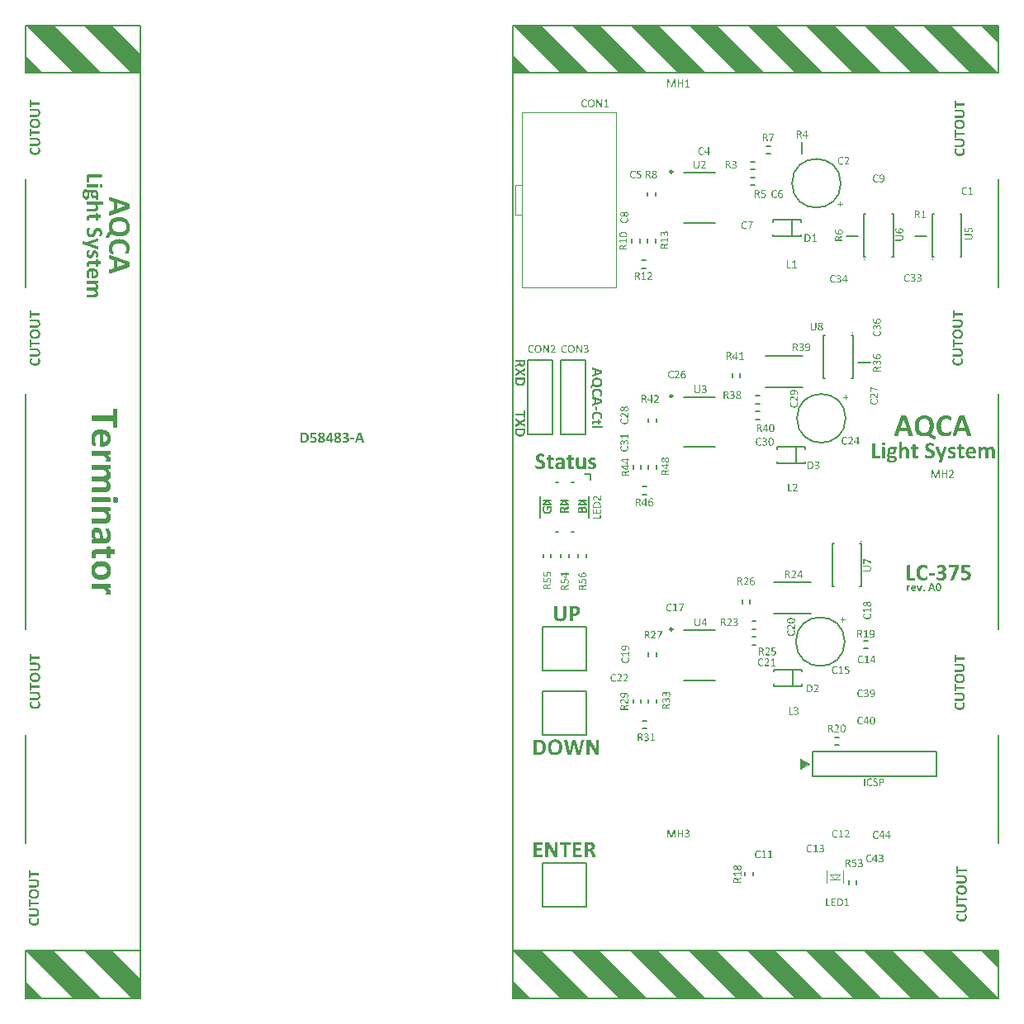
<source format=gto>
%FSLAX44Y44*%
%MOMM*%
G71*
G01*
G75*
G04 Layer_Color=65535*
%ADD10R,3.0000X1.2000*%
%ADD11R,1.3000X0.8000*%
%ADD12R,1.0000X0.9000*%
%ADD13R,1.8000X1.3000*%
%ADD14R,1.0000X1.0000*%
%ADD15R,1.3000X1.5000*%
%ADD16R,1.5000X1.3000*%
%ADD17R,1.4000X1.2000*%
%ADD18R,1.6000X0.8000*%
%ADD19R,1.3000X3.4000*%
%ADD20R,0.9000X1.0000*%
%ADD21R,1.0000X1.0000*%
G04:AMPARAMS|DCode=22|XSize=1.4mm|YSize=2mm|CornerRadius=0.14mm|HoleSize=0mm|Usage=FLASHONLY|Rotation=0.000|XOffset=0mm|YOffset=0mm|HoleType=Round|Shape=RoundedRectangle|*
%AMROUNDEDRECTD22*
21,1,1.4000,1.7200,0,0,0.0*
21,1,1.1200,2.0000,0,0,0.0*
1,1,0.2800,0.5600,-0.8600*
1,1,0.2800,-0.5600,-0.8600*
1,1,0.2800,-0.5600,0.8600*
1,1,0.2800,0.5600,0.8600*
%
%ADD22ROUNDEDRECTD22*%
G04:AMPARAMS|DCode=23|XSize=1mm|YSize=2mm|CornerRadius=0.1mm|HoleSize=0mm|Usage=FLASHONLY|Rotation=0.000|XOffset=0mm|YOffset=0mm|HoleType=Round|Shape=RoundedRectangle|*
%AMROUNDEDRECTD23*
21,1,1.0000,1.8000,0,0,0.0*
21,1,0.8000,2.0000,0,0,0.0*
1,1,0.2000,0.4000,-0.9000*
1,1,0.2000,-0.4000,-0.9000*
1,1,0.2000,-0.4000,0.9000*
1,1,0.2000,0.4000,0.9000*
%
%ADD23ROUNDEDRECTD23*%
%ADD24R,1.2000X1.4000*%
G04:AMPARAMS|DCode=25|XSize=0.45mm|YSize=1.45mm|CornerRadius=0.045mm|HoleSize=0mm|Usage=FLASHONLY|Rotation=180.000|XOffset=0mm|YOffset=0mm|HoleType=Round|Shape=RoundedRectangle|*
%AMROUNDEDRECTD25*
21,1,0.4500,1.3600,0,0,180.0*
21,1,0.3600,1.4500,0,0,180.0*
1,1,0.0900,-0.1800,0.6800*
1,1,0.0900,0.1800,0.6800*
1,1,0.0900,0.1800,-0.6800*
1,1,0.0900,-0.1800,-0.6800*
%
%ADD25ROUNDEDRECTD25*%
%ADD26R,3.0000X3.1000*%
%ADD27O,1.6500X0.3500*%
%ADD28C,0.2000*%
%ADD29C,0.3500*%
%ADD30C,1.2000*%
%ADD31C,0.5000*%
%ADD32C,1.0000*%
%ADD33C,0.8000*%
%ADD34C,0.4500*%
%ADD35C,0.3000*%
%ADD36R,0.3000X1.4000*%
%ADD37R,1.1000X0.3000*%
%ADD38R,1.0000X0.5000*%
%ADD39R,1.5000X1.5000*%
%ADD40C,1.5000*%
%ADD41C,6.5000*%
%ADD42R,1.5000X1.5000*%
%ADD43R,1.3500X1.3500*%
%ADD44C,1.3500*%
%ADD45R,1.3500X1.3500*%
%ADD46C,2.8000*%
%ADD47C,3.0000*%
%ADD48C,2.0000*%
%ADD49C,0.6000*%
%ADD50C,0.5000*%
%ADD51R,0.6000X1.1500*%
G04:AMPARAMS|DCode=52|XSize=6.2mm|YSize=5.8mm|CornerRadius=0.29mm|HoleSize=0mm|Usage=FLASHONLY|Rotation=90.000|XOffset=0mm|YOffset=0mm|HoleType=Round|Shape=RoundedRectangle|*
%AMROUNDEDRECTD52*
21,1,6.2000,5.2200,0,0,90.0*
21,1,5.6200,5.8000,0,0,90.0*
1,1,0.5800,2.6100,2.8100*
1,1,0.5800,2.6100,-2.8100*
1,1,0.5800,-2.6100,-2.8100*
1,1,0.5800,-2.6100,2.8100*
%
%ADD52ROUNDEDRECTD52*%
G04:AMPARAMS|DCode=53|XSize=3mm|YSize=1.6mm|CornerRadius=0.08mm|HoleSize=0mm|Usage=FLASHONLY|Rotation=90.000|XOffset=0mm|YOffset=0mm|HoleType=Round|Shape=RoundedRectangle|*
%AMROUNDEDRECTD53*
21,1,3.0000,1.4400,0,0,90.0*
21,1,2.8400,1.6000,0,0,90.0*
1,1,0.1600,0.7200,1.4200*
1,1,0.1600,0.7200,-1.4200*
1,1,0.1600,-0.7200,-1.4200*
1,1,0.1600,-0.7200,1.4200*
%
%ADD53ROUNDEDRECTD53*%
%ADD54R,1.5000X0.6000*%
%ADD55R,1.1500X0.6000*%
%ADD56O,0.4500X2.1000*%
%ADD57R,2.4000X1.0000*%
%ADD58R,2.4000X3.3000*%
%ADD59R,1.3000X2.7000*%
%ADD60C,0.1540*%
%ADD61C,0.2500*%
%ADD62C,0.1000*%
%ADD63C,0.1270*%
G36*
X616557Y333979D02*
X616691D01*
X616855Y333950D01*
X617018Y333920D01*
X617196Y333890D01*
X617360Y333831D01*
X617375D01*
X617434Y333801D01*
X617508Y333771D01*
X617612Y333712D01*
X617850Y333578D01*
X618073Y333385D01*
X618088Y333370D01*
X618118Y333340D01*
X618177Y333281D01*
X618236Y333192D01*
X618296Y333103D01*
X618370Y332984D01*
X618489Y332731D01*
Y332716D01*
X618519Y332672D01*
X618534Y332597D01*
X618563Y332493D01*
X618593Y332374D01*
X618608Y332241D01*
X618638Y331944D01*
Y331929D01*
Y331884D01*
Y331795D01*
X618623Y331706D01*
Y331587D01*
X618608Y331468D01*
X618563Y331186D01*
Y331171D01*
X618549Y331126D01*
X618534Y331052D01*
X618504Y330948D01*
X618459Y330829D01*
X618400Y330695D01*
X618266Y330383D01*
X618251Y330369D01*
X618222Y330309D01*
X618177Y330220D01*
X618118Y330101D01*
X618028Y329953D01*
X617910Y329789D01*
X617791Y329611D01*
X617642Y329418D01*
X617627Y329388D01*
X617568Y329328D01*
X617479Y329210D01*
X617360Y329061D01*
X617211Y328883D01*
X617018Y328675D01*
X616810Y328437D01*
X616572Y328184D01*
X615324Y326892D01*
X618786D01*
X618846Y326862D01*
X618861D01*
X618875Y326847D01*
X618920Y326773D01*
Y326758D01*
X618935Y326728D01*
X618950Y326684D01*
X618965Y326624D01*
Y326609D01*
X618979Y326580D01*
X618994Y326520D01*
Y326446D01*
Y326431D01*
Y326386D01*
X618979Y326327D01*
X618965Y326253D01*
Y326238D01*
X618950Y326208D01*
X618920Y326104D01*
Y326089D01*
X618905Y326074D01*
X618861Y326015D01*
X618831D01*
X618756Y326000D01*
X614358D01*
X614254Y326015D01*
X614239D01*
X614225Y326030D01*
X614135Y326074D01*
Y326089D01*
X614106Y326119D01*
X614091Y326163D01*
X614076Y326223D01*
Y326238D01*
Y326282D01*
X614061Y326357D01*
Y326446D01*
Y326475D01*
Y326520D01*
Y326594D01*
Y326669D01*
Y326684D01*
X614076Y326728D01*
X614106Y326817D01*
Y326832D01*
X614120Y326862D01*
X614180Y326966D01*
X614195Y326981D01*
X614210Y327010D01*
X614299Y327114D01*
X615889Y328734D01*
X615918Y328764D01*
X615978Y328823D01*
X616082Y328942D01*
X616201Y329076D01*
X616334Y329224D01*
X616483Y329403D01*
X616617Y329566D01*
X616750Y329744D01*
X616765Y329759D01*
X616810Y329819D01*
X616869Y329908D01*
X616944Y330012D01*
X617033Y330131D01*
X617122Y330265D01*
X617196Y330413D01*
X617271Y330547D01*
X617285Y330562D01*
X617300Y330606D01*
X617330Y330681D01*
X617375Y330770D01*
X617449Y330993D01*
X617508Y331216D01*
Y331230D01*
X617523Y331260D01*
Y331320D01*
X617538Y331394D01*
X617553Y331572D01*
X617568Y331765D01*
Y331780D01*
Y331810D01*
Y331869D01*
X617553Y331929D01*
X617538Y332092D01*
X617479Y332271D01*
Y332285D01*
X617464Y332315D01*
X617449Y332360D01*
X617419Y332419D01*
X617330Y332553D01*
X617211Y332687D01*
Y332701D01*
X617181Y332716D01*
X617092Y332791D01*
X616973Y332880D01*
X616795Y332969D01*
X616780D01*
X616750Y332984D01*
X616691Y332999D01*
X616632Y333028D01*
X616543Y333043D01*
X616438Y333058D01*
X616216Y333073D01*
X616082D01*
X615993Y333058D01*
X615770Y333028D01*
X615532Y332969D01*
X615517D01*
X615488Y332954D01*
X615428Y332924D01*
X615354Y332895D01*
X615176Y332820D01*
X614997Y332731D01*
X614982D01*
X614967Y332716D01*
X614863Y332657D01*
X614745Y332583D01*
X614611Y332508D01*
X614581Y332493D01*
X614522Y332464D01*
X614447Y332434D01*
X614388Y332419D01*
X614358D01*
X614299Y332434D01*
X614284Y332449D01*
X614239Y332508D01*
Y332523D01*
X614225Y332553D01*
Y332597D01*
X614210Y332657D01*
Y332672D01*
Y332716D01*
Y332791D01*
Y332880D01*
Y332895D01*
Y332939D01*
Y333028D01*
Y333043D01*
Y333073D01*
X614225Y333147D01*
Y333162D01*
X614239Y333177D01*
X614269Y333236D01*
Y333251D01*
X614299Y333266D01*
X614358Y333340D01*
X614373Y333355D01*
X614418Y333385D01*
X614492Y333444D01*
X614611Y333519D01*
X614626D01*
X614641Y333534D01*
X614685Y333563D01*
X614745Y333578D01*
X614893Y333652D01*
X615071Y333727D01*
X615086D01*
X615116Y333741D01*
X615176Y333771D01*
X615250Y333801D01*
X615339Y333831D01*
X615443Y333860D01*
X615666Y333920D01*
X615681D01*
X615725Y333935D01*
X615785Y333950D01*
X615874Y333964D01*
X615978D01*
X616097Y333979D01*
X616349Y333994D01*
X616453D01*
X616557Y333979D01*
D02*
G37*
G36*
X610242D02*
X610376D01*
X610540Y333950D01*
X610703Y333920D01*
X610881Y333890D01*
X611045Y333831D01*
X611059D01*
X611119Y333801D01*
X611193Y333771D01*
X611297Y333712D01*
X611535Y333578D01*
X611758Y333385D01*
X611773Y333370D01*
X611802Y333340D01*
X611862Y333281D01*
X611921Y333192D01*
X611981Y333103D01*
X612055Y332984D01*
X612174Y332731D01*
Y332716D01*
X612204Y332672D01*
X612219Y332597D01*
X612248Y332493D01*
X612278Y332374D01*
X612293Y332241D01*
X612323Y331944D01*
Y331929D01*
Y331884D01*
Y331795D01*
X612308Y331706D01*
Y331587D01*
X612293Y331468D01*
X612248Y331186D01*
Y331171D01*
X612233Y331126D01*
X612219Y331052D01*
X612189Y330948D01*
X612144Y330829D01*
X612085Y330695D01*
X611951Y330383D01*
X611936Y330369D01*
X611907Y330309D01*
X611862Y330220D01*
X611802Y330101D01*
X611713Y329953D01*
X611595Y329789D01*
X611476Y329611D01*
X611327Y329418D01*
X611312Y329388D01*
X611253Y329328D01*
X611163Y329210D01*
X611045Y329061D01*
X610896Y328883D01*
X610703Y328675D01*
X610495Y328437D01*
X610257Y328184D01*
X609009Y326892D01*
X612471D01*
X612531Y326862D01*
X612545D01*
X612560Y326847D01*
X612605Y326773D01*
Y326758D01*
X612620Y326728D01*
X612635Y326684D01*
X612649Y326624D01*
Y326609D01*
X612664Y326580D01*
X612679Y326520D01*
Y326446D01*
Y326431D01*
Y326386D01*
X612664Y326327D01*
X612649Y326253D01*
Y326238D01*
X612635Y326208D01*
X612605Y326104D01*
Y326089D01*
X612590Y326074D01*
X612545Y326015D01*
X612516D01*
X612441Y326000D01*
X608043D01*
X607939Y326015D01*
X607924D01*
X607909Y326030D01*
X607820Y326074D01*
Y326089D01*
X607791Y326119D01*
X607776Y326163D01*
X607761Y326223D01*
Y326238D01*
Y326282D01*
X607746Y326357D01*
Y326446D01*
Y326475D01*
Y326520D01*
Y326594D01*
Y326669D01*
Y326684D01*
X607761Y326728D01*
X607791Y326817D01*
Y326832D01*
X607805Y326862D01*
X607865Y326966D01*
X607880Y326981D01*
X607895Y327010D01*
X607984Y327114D01*
X609574Y328734D01*
X609603Y328764D01*
X609663Y328823D01*
X609767Y328942D01*
X609886Y329076D01*
X610019Y329224D01*
X610168Y329403D01*
X610302Y329566D01*
X610435Y329744D01*
X610450Y329759D01*
X610495Y329819D01*
X610554Y329908D01*
X610629Y330012D01*
X610718Y330131D01*
X610807Y330265D01*
X610881Y330413D01*
X610956Y330547D01*
X610970Y330562D01*
X610985Y330606D01*
X611015Y330681D01*
X611059Y330770D01*
X611134Y330993D01*
X611193Y331216D01*
Y331230D01*
X611208Y331260D01*
Y331320D01*
X611223Y331394D01*
X611238Y331572D01*
X611253Y331765D01*
Y331780D01*
Y331810D01*
Y331869D01*
X611238Y331929D01*
X611223Y332092D01*
X611163Y332271D01*
Y332285D01*
X611149Y332315D01*
X611134Y332360D01*
X611104Y332419D01*
X611015Y332553D01*
X610896Y332687D01*
Y332701D01*
X610866Y332716D01*
X610777Y332791D01*
X610658Y332880D01*
X610480Y332969D01*
X610465D01*
X610435Y332984D01*
X610376Y332999D01*
X610317Y333028D01*
X610227Y333043D01*
X610123Y333058D01*
X609901Y333073D01*
X609767D01*
X609678Y333058D01*
X609455Y333028D01*
X609217Y332969D01*
X609202D01*
X609172Y332954D01*
X609113Y332924D01*
X609039Y332895D01*
X608860Y332820D01*
X608682Y332731D01*
X608667D01*
X608652Y332716D01*
X608548Y332657D01*
X608429Y332583D01*
X608296Y332508D01*
X608266Y332493D01*
X608207Y332464D01*
X608132Y332434D01*
X608073Y332419D01*
X608043D01*
X607984Y332434D01*
X607969Y332449D01*
X607924Y332508D01*
Y332523D01*
X607909Y332553D01*
Y332597D01*
X607895Y332657D01*
Y332672D01*
Y332716D01*
Y332791D01*
Y332880D01*
Y332895D01*
Y332939D01*
Y333028D01*
Y333043D01*
Y333073D01*
X607909Y333147D01*
Y333162D01*
X607924Y333177D01*
X607954Y333236D01*
Y333251D01*
X607984Y333266D01*
X608043Y333340D01*
X608058Y333355D01*
X608103Y333385D01*
X608177Y333444D01*
X608296Y333519D01*
X608311D01*
X608326Y333534D01*
X608370Y333563D01*
X608429Y333578D01*
X608578Y333652D01*
X608756Y333727D01*
X608771D01*
X608801Y333741D01*
X608860Y333771D01*
X608935Y333801D01*
X609024Y333831D01*
X609128Y333860D01*
X609351Y333920D01*
X609366D01*
X609410Y333935D01*
X609470Y333950D01*
X609559Y333964D01*
X609663D01*
X609782Y333979D01*
X610034Y333994D01*
X610138D01*
X610242Y333979D01*
D02*
G37*
G36*
X755655Y349964D02*
X755863Y349950D01*
X756101Y349905D01*
X756116D01*
X756161Y349890D01*
X756220Y349875D01*
X756294Y349860D01*
X756487Y349816D01*
X756695Y349742D01*
X756710D01*
X756740Y349727D01*
X756799Y349712D01*
X756859Y349682D01*
X757022Y349608D01*
X757186Y349519D01*
X757201D01*
X757215Y349504D01*
X757305Y349444D01*
X757409Y349385D01*
X757483Y349325D01*
X757498Y349311D01*
X757527Y349281D01*
X757572Y349251D01*
X757587Y349207D01*
X757602Y349177D01*
X757632Y349103D01*
Y349088D01*
X757646Y349058D01*
Y349013D01*
X757661Y348954D01*
Y348939D01*
X757676Y348909D01*
Y348850D01*
Y348776D01*
Y348761D01*
Y348701D01*
Y348642D01*
X757661Y348568D01*
Y348553D01*
X757646Y348523D01*
X757617Y348419D01*
Y348404D01*
X757602Y348389D01*
X757557Y348330D01*
X757542D01*
X757483Y348315D01*
X757468D01*
X757423Y348330D01*
X757349Y348360D01*
X757245Y348419D01*
X757215Y348434D01*
X757141Y348493D01*
X757008Y348582D01*
X756844Y348687D01*
X756829D01*
X756799Y348716D01*
X756755Y348746D01*
X756681Y348776D01*
X756591Y348820D01*
X756502Y348865D01*
X756264Y348954D01*
X756250D01*
X756205Y348969D01*
X756131Y348999D01*
X756027Y349013D01*
X755908Y349043D01*
X755774Y349058D01*
X755611Y349073D01*
X755343D01*
X755239Y349058D01*
X755120Y349043D01*
X754972Y349013D01*
X754808Y348984D01*
X754645Y348924D01*
X754481Y348850D01*
X754467Y348835D01*
X754407Y348805D01*
X754333Y348761D01*
X754229Y348701D01*
X754110Y348612D01*
X753991Y348493D01*
X753857Y348374D01*
X753738Y348226D01*
X753724Y348211D01*
X753694Y348152D01*
X753634Y348063D01*
X753575Y347958D01*
X753501Y347810D01*
X753427Y347632D01*
X753352Y347438D01*
X753278Y347230D01*
Y347201D01*
X753248Y347126D01*
X753233Y347007D01*
X753204Y346844D01*
X753174Y346651D01*
X753144Y346428D01*
X753129Y346175D01*
X753114Y345893D01*
Y345878D01*
Y345863D01*
Y345819D01*
Y345759D01*
X753129Y345626D01*
Y345447D01*
X753144Y345239D01*
X753174Y345016D01*
X753218Y344779D01*
X753263Y344556D01*
X753278Y344526D01*
X753293Y344467D01*
X753337Y344348D01*
X753382Y344214D01*
X753441Y344065D01*
X753531Y343902D01*
X753620Y343739D01*
X753724Y343590D01*
X753738Y343575D01*
X753783Y343531D01*
X753842Y343456D01*
X753932Y343367D01*
X754036Y343278D01*
X754169Y343189D01*
X754318Y343085D01*
X754467Y343010D01*
X754481Y342996D01*
X754541Y342981D01*
X754630Y342951D01*
X754764Y342921D01*
X754912Y342877D01*
X755076Y342847D01*
X755269Y342832D01*
X755462Y342817D01*
X755626D01*
X755744Y342832D01*
X755878Y342847D01*
X756012Y342862D01*
X756279Y342921D01*
X756294D01*
X756339Y342936D01*
X756398Y342966D01*
X756487Y342996D01*
X756681Y343085D01*
X756874Y343174D01*
X756889D01*
X756918Y343204D01*
X756963Y343233D01*
X757022Y343263D01*
X757156Y343352D01*
X757290Y343441D01*
X757305D01*
X757319Y343456D01*
X757379Y343501D01*
X757468Y343545D01*
X757542Y343560D01*
X757572D01*
X757617Y343531D01*
X757632Y343516D01*
X757646Y343501D01*
X757661Y343456D01*
Y343441D01*
X757676Y343427D01*
Y343382D01*
X757691Y343322D01*
Y343308D01*
X757706Y343263D01*
Y343189D01*
Y343085D01*
Y343070D01*
Y343025D01*
X757691Y342921D01*
Y342906D01*
Y342877D01*
X757676Y342788D01*
Y342773D01*
X757661Y342758D01*
X757632Y342683D01*
X757617Y342654D01*
X757587Y342624D01*
X757542Y342579D01*
X757527Y342565D01*
X757483Y342535D01*
X757409Y342476D01*
X757290Y342401D01*
X757275D01*
X757260Y342386D01*
X757215Y342357D01*
X757156Y342327D01*
X757008Y342253D01*
X756799Y342164D01*
X756785D01*
X756755Y342149D01*
X756695Y342119D01*
X756606Y342089D01*
X756517Y342059D01*
X756398Y342030D01*
X756146Y341970D01*
X756131D01*
X756086Y341955D01*
X756012Y341941D01*
X755908D01*
X755789Y341926D01*
X755640Y341911D01*
X755328Y341896D01*
X755195D01*
X755046Y341911D01*
X754868Y341926D01*
X754645Y341955D01*
X754407Y342000D01*
X754169Y342059D01*
X753932Y342149D01*
X753902Y342164D01*
X753828Y342193D01*
X753724Y342253D01*
X753575Y342342D01*
X753412Y342446D01*
X753233Y342565D01*
X753055Y342713D01*
X752891Y342892D01*
X752877Y342921D01*
X752817Y342981D01*
X752743Y343085D01*
X752654Y343233D01*
X752535Y343412D01*
X752431Y343620D01*
X752327Y343857D01*
X752223Y344125D01*
Y344140D01*
X752208Y344155D01*
Y344199D01*
X752193Y344259D01*
X752149Y344407D01*
X752119Y344615D01*
X752074Y344868D01*
X752030Y345165D01*
X752015Y345477D01*
X752000Y345834D01*
Y345849D01*
Y345878D01*
Y345923D01*
Y345997D01*
X752015Y346086D01*
Y346190D01*
X752030Y346413D01*
X752059Y346695D01*
X752104Y346978D01*
X752163Y347275D01*
X752238Y347572D01*
Y347587D01*
X752253Y347602D01*
X752268Y347646D01*
X752282Y347706D01*
X752342Y347840D01*
X752416Y348033D01*
X752520Y348226D01*
X752639Y348449D01*
X752787Y348672D01*
X752951Y348880D01*
X752966Y348909D01*
X753040Y348969D01*
X753129Y349058D01*
X753263Y349177D01*
X753412Y349311D01*
X753605Y349444D01*
X753813Y349578D01*
X754036Y349697D01*
X754051D01*
X754065Y349712D01*
X754155Y349742D01*
X754273Y349786D01*
X754452Y349846D01*
X754660Y349890D01*
X754898Y349935D01*
X755165Y349964D01*
X755447Y349979D01*
X755566D01*
X755655Y349964D01*
D02*
G37*
G36*
X604655Y333964D02*
X604863Y333950D01*
X605101Y333905D01*
X605116D01*
X605160Y333890D01*
X605220Y333875D01*
X605294Y333860D01*
X605487Y333816D01*
X605695Y333741D01*
X605710D01*
X605740Y333727D01*
X605799Y333712D01*
X605859Y333682D01*
X606022Y333608D01*
X606186Y333519D01*
X606201D01*
X606216Y333504D01*
X606305Y333444D01*
X606409Y333385D01*
X606483Y333326D01*
X606498Y333311D01*
X606527Y333281D01*
X606572Y333251D01*
X606587Y333207D01*
X606602Y333177D01*
X606632Y333103D01*
Y333088D01*
X606646Y333058D01*
Y333013D01*
X606661Y332954D01*
Y332939D01*
X606676Y332909D01*
Y332850D01*
Y332776D01*
Y332761D01*
Y332701D01*
Y332642D01*
X606661Y332568D01*
Y332553D01*
X606646Y332523D01*
X606617Y332419D01*
Y332404D01*
X606602Y332389D01*
X606557Y332330D01*
X606542D01*
X606483Y332315D01*
X606468D01*
X606423Y332330D01*
X606349Y332360D01*
X606245Y332419D01*
X606216Y332434D01*
X606141Y332493D01*
X606007Y332583D01*
X605844Y332687D01*
X605829D01*
X605799Y332716D01*
X605755Y332746D01*
X605681Y332776D01*
X605591Y332820D01*
X605502Y332865D01*
X605265Y332954D01*
X605250D01*
X605205Y332969D01*
X605131Y332999D01*
X605027Y333013D01*
X604908Y333043D01*
X604774Y333058D01*
X604611Y333073D01*
X604343D01*
X604239Y333058D01*
X604120Y333043D01*
X603972Y333013D01*
X603808Y332984D01*
X603645Y332924D01*
X603481Y332850D01*
X603467Y332835D01*
X603407Y332805D01*
X603333Y332761D01*
X603229Y332701D01*
X603110Y332612D01*
X602991Y332493D01*
X602857Y332374D01*
X602738Y332226D01*
X602724Y332211D01*
X602694Y332152D01*
X602635Y332062D01*
X602575Y331959D01*
X602501Y331810D01*
X602426Y331632D01*
X602352Y331438D01*
X602278Y331230D01*
Y331201D01*
X602248Y331126D01*
X602233Y331007D01*
X602204Y330844D01*
X602174Y330651D01*
X602144Y330428D01*
X602129Y330175D01*
X602114Y329893D01*
Y329878D01*
Y329863D01*
Y329819D01*
Y329759D01*
X602129Y329626D01*
Y329447D01*
X602144Y329239D01*
X602174Y329016D01*
X602218Y328779D01*
X602263Y328556D01*
X602278Y328526D01*
X602293Y328467D01*
X602337Y328348D01*
X602382Y328214D01*
X602441Y328065D01*
X602531Y327902D01*
X602620Y327738D01*
X602724Y327590D01*
X602738Y327575D01*
X602783Y327531D01*
X602842Y327456D01*
X602932Y327367D01*
X603036Y327278D01*
X603169Y327189D01*
X603318Y327085D01*
X603467Y327010D01*
X603481Y326996D01*
X603541Y326981D01*
X603630Y326951D01*
X603764Y326921D01*
X603912Y326877D01*
X604076Y326847D01*
X604269Y326832D01*
X604462Y326817D01*
X604626D01*
X604744Y326832D01*
X604878Y326847D01*
X605012Y326862D01*
X605279Y326921D01*
X605294D01*
X605339Y326936D01*
X605398Y326966D01*
X605487Y326996D01*
X605681Y327085D01*
X605874Y327174D01*
X605889D01*
X605918Y327204D01*
X605963Y327233D01*
X606022Y327263D01*
X606156Y327352D01*
X606290Y327441D01*
X606305D01*
X606320Y327456D01*
X606379Y327501D01*
X606468Y327545D01*
X606542Y327560D01*
X606572D01*
X606617Y327531D01*
X606632Y327516D01*
X606646Y327501D01*
X606661Y327456D01*
Y327441D01*
X606676Y327426D01*
Y327382D01*
X606691Y327323D01*
Y327308D01*
X606706Y327263D01*
Y327189D01*
Y327085D01*
Y327070D01*
Y327025D01*
X606691Y326921D01*
Y326906D01*
Y326877D01*
X606676Y326787D01*
Y326773D01*
X606661Y326758D01*
X606632Y326684D01*
X606617Y326654D01*
X606587Y326624D01*
X606542Y326580D01*
X606527Y326565D01*
X606483Y326535D01*
X606409Y326475D01*
X606290Y326401D01*
X606275D01*
X606260Y326386D01*
X606216Y326357D01*
X606156Y326327D01*
X606007Y326253D01*
X605799Y326163D01*
X605785D01*
X605755Y326149D01*
X605695Y326119D01*
X605606Y326089D01*
X605517Y326059D01*
X605398Y326030D01*
X605146Y325970D01*
X605131D01*
X605086Y325955D01*
X605012Y325941D01*
X604908D01*
X604789Y325926D01*
X604640Y325911D01*
X604328Y325896D01*
X604195D01*
X604046Y325911D01*
X603868Y325926D01*
X603645Y325955D01*
X603407Y326000D01*
X603169Y326059D01*
X602932Y326149D01*
X602902Y326163D01*
X602828Y326193D01*
X602724Y326253D01*
X602575Y326342D01*
X602412Y326446D01*
X602233Y326565D01*
X602055Y326713D01*
X601892Y326892D01*
X601877Y326921D01*
X601817Y326981D01*
X601743Y327085D01*
X601654Y327233D01*
X601535Y327412D01*
X601431Y327620D01*
X601327Y327857D01*
X601223Y328125D01*
Y328140D01*
X601208Y328155D01*
Y328199D01*
X601193Y328259D01*
X601149Y328407D01*
X601119Y328615D01*
X601074Y328868D01*
X601030Y329165D01*
X601015Y329477D01*
X601000Y329834D01*
Y329849D01*
Y329878D01*
Y329923D01*
Y329997D01*
X601015Y330086D01*
Y330190D01*
X601030Y330413D01*
X601059Y330695D01*
X601104Y330978D01*
X601163Y331275D01*
X601238Y331572D01*
Y331587D01*
X601253Y331602D01*
X601268Y331646D01*
X601282Y331706D01*
X601342Y331840D01*
X601416Y332033D01*
X601520Y332226D01*
X601639Y332449D01*
X601787Y332672D01*
X601951Y332880D01*
X601966Y332909D01*
X602040Y332969D01*
X602129Y333058D01*
X602263Y333177D01*
X602412Y333311D01*
X602605Y333444D01*
X602813Y333578D01*
X603036Y333697D01*
X603050D01*
X603065Y333712D01*
X603154Y333741D01*
X603273Y333786D01*
X603452Y333846D01*
X603660Y333890D01*
X603898Y333935D01*
X604165Y333964D01*
X604447Y333979D01*
X604566D01*
X604655Y333964D01*
D02*
G37*
G36*
X841655Y576964D02*
X841863Y576950D01*
X842101Y576905D01*
X842116D01*
X842160Y576890D01*
X842220Y576875D01*
X842294Y576860D01*
X842487Y576816D01*
X842695Y576741D01*
X842710D01*
X842740Y576727D01*
X842800Y576712D01*
X842859Y576682D01*
X843022Y576608D01*
X843186Y576519D01*
X843201D01*
X843215Y576504D01*
X843305Y576444D01*
X843409Y576385D01*
X843483Y576325D01*
X843498Y576311D01*
X843528Y576281D01*
X843572Y576251D01*
X843587Y576207D01*
X843602Y576177D01*
X843632Y576103D01*
Y576088D01*
X843646Y576058D01*
Y576013D01*
X843661Y575954D01*
Y575939D01*
X843676Y575909D01*
Y575850D01*
Y575776D01*
Y575761D01*
Y575701D01*
Y575642D01*
X843661Y575568D01*
Y575553D01*
X843646Y575523D01*
X843617Y575419D01*
Y575404D01*
X843602Y575389D01*
X843557Y575330D01*
X843542D01*
X843483Y575315D01*
X843468D01*
X843423Y575330D01*
X843349Y575360D01*
X843245Y575419D01*
X843215Y575434D01*
X843141Y575493D01*
X843008Y575583D01*
X842844Y575687D01*
X842829D01*
X842800Y575716D01*
X842755Y575746D01*
X842681Y575776D01*
X842591Y575820D01*
X842502Y575865D01*
X842264Y575954D01*
X842250D01*
X842205Y575969D01*
X842131Y575999D01*
X842027Y576013D01*
X841908Y576043D01*
X841774Y576058D01*
X841611Y576073D01*
X841343D01*
X841239Y576058D01*
X841120Y576043D01*
X840972Y576013D01*
X840808Y575984D01*
X840645Y575924D01*
X840481Y575850D01*
X840467Y575835D01*
X840407Y575805D01*
X840333Y575761D01*
X840229Y575701D01*
X840110Y575612D01*
X839991Y575493D01*
X839857Y575374D01*
X839738Y575226D01*
X839724Y575211D01*
X839694Y575152D01*
X839634Y575062D01*
X839575Y574958D01*
X839501Y574810D01*
X839426Y574632D01*
X839352Y574438D01*
X839278Y574230D01*
Y574201D01*
X839248Y574126D01*
X839233Y574007D01*
X839204Y573844D01*
X839174Y573651D01*
X839144Y573428D01*
X839129Y573175D01*
X839114Y572893D01*
Y572878D01*
Y572863D01*
Y572819D01*
Y572759D01*
X839129Y572626D01*
Y572447D01*
X839144Y572239D01*
X839174Y572016D01*
X839218Y571779D01*
X839263Y571556D01*
X839278Y571526D01*
X839293Y571467D01*
X839337Y571348D01*
X839382Y571214D01*
X839441Y571065D01*
X839530Y570902D01*
X839620Y570738D01*
X839724Y570590D01*
X839738Y570575D01*
X839783Y570531D01*
X839843Y570456D01*
X839932Y570367D01*
X840036Y570278D01*
X840169Y570189D01*
X840318Y570085D01*
X840467Y570010D01*
X840481Y569996D01*
X840541Y569981D01*
X840630Y569951D01*
X840764Y569921D01*
X840912Y569877D01*
X841076Y569847D01*
X841269Y569832D01*
X841462Y569817D01*
X841626D01*
X841745Y569832D01*
X841878Y569847D01*
X842012Y569862D01*
X842279Y569921D01*
X842294D01*
X842339Y569936D01*
X842398Y569966D01*
X842487Y569996D01*
X842681Y570085D01*
X842874Y570174D01*
X842889D01*
X842918Y570204D01*
X842963Y570233D01*
X843022Y570263D01*
X843156Y570352D01*
X843290Y570441D01*
X843305D01*
X843319Y570456D01*
X843379Y570501D01*
X843468Y570545D01*
X843542Y570560D01*
X843572D01*
X843617Y570531D01*
X843632Y570516D01*
X843646Y570501D01*
X843661Y570456D01*
Y570441D01*
X843676Y570426D01*
Y570382D01*
X843691Y570322D01*
Y570308D01*
X843706Y570263D01*
Y570189D01*
Y570085D01*
Y570070D01*
Y570025D01*
X843691Y569921D01*
Y569906D01*
Y569877D01*
X843676Y569787D01*
Y569773D01*
X843661Y569758D01*
X843632Y569683D01*
X843617Y569654D01*
X843587Y569624D01*
X843542Y569580D01*
X843528Y569565D01*
X843483Y569535D01*
X843409Y569476D01*
X843290Y569401D01*
X843275D01*
X843260Y569386D01*
X843215Y569357D01*
X843156Y569327D01*
X843008Y569253D01*
X842800Y569164D01*
X842785D01*
X842755Y569149D01*
X842695Y569119D01*
X842606Y569089D01*
X842517Y569059D01*
X842398Y569030D01*
X842146Y568970D01*
X842131D01*
X842086Y568955D01*
X842012Y568941D01*
X841908D01*
X841789Y568926D01*
X841640Y568911D01*
X841328Y568896D01*
X841195D01*
X841046Y568911D01*
X840868Y568926D01*
X840645Y568955D01*
X840407Y569000D01*
X840169Y569059D01*
X839932Y569149D01*
X839902Y569164D01*
X839828Y569193D01*
X839724Y569253D01*
X839575Y569342D01*
X839412Y569446D01*
X839233Y569565D01*
X839055Y569713D01*
X838892Y569892D01*
X838877Y569921D01*
X838817Y569981D01*
X838743Y570085D01*
X838654Y570233D01*
X838535Y570412D01*
X838431Y570620D01*
X838327Y570857D01*
X838223Y571125D01*
Y571140D01*
X838208Y571155D01*
Y571199D01*
X838193Y571259D01*
X838149Y571407D01*
X838119Y571615D01*
X838074Y571868D01*
X838030Y572165D01*
X838015Y572477D01*
X838000Y572834D01*
Y572849D01*
Y572878D01*
Y572923D01*
Y572997D01*
X838015Y573086D01*
Y573190D01*
X838030Y573413D01*
X838059Y573695D01*
X838104Y573978D01*
X838163Y574275D01*
X838238Y574572D01*
Y574587D01*
X838253Y574602D01*
X838268Y574646D01*
X838282Y574706D01*
X838342Y574840D01*
X838416Y575033D01*
X838520Y575226D01*
X838639Y575449D01*
X838788Y575672D01*
X838951Y575880D01*
X838966Y575909D01*
X839040Y575969D01*
X839129Y576058D01*
X839263Y576177D01*
X839412Y576311D01*
X839605Y576444D01*
X839813Y576578D01*
X840036Y576697D01*
X840051D01*
X840065Y576712D01*
X840155Y576741D01*
X840273Y576786D01*
X840452Y576846D01*
X840660Y576890D01*
X840898Y576935D01*
X841165Y576964D01*
X841447Y576979D01*
X841566D01*
X841655Y576964D01*
D02*
G37*
G36*
X847242Y576979D02*
X847376D01*
X847540Y576950D01*
X847703Y576920D01*
X847881Y576890D01*
X848045Y576831D01*
X848059D01*
X848119Y576801D01*
X848193Y576771D01*
X848297Y576712D01*
X848535Y576578D01*
X848758Y576385D01*
X848773Y576370D01*
X848802Y576340D01*
X848862Y576281D01*
X848921Y576192D01*
X848981Y576103D01*
X849055Y575984D01*
X849174Y575731D01*
Y575716D01*
X849204Y575672D01*
X849219Y575597D01*
X849248Y575493D01*
X849278Y575374D01*
X849293Y575241D01*
X849323Y574944D01*
Y574929D01*
Y574884D01*
Y574795D01*
X849308Y574706D01*
Y574587D01*
X849293Y574468D01*
X849248Y574186D01*
Y574171D01*
X849233Y574126D01*
X849219Y574052D01*
X849189Y573948D01*
X849144Y573829D01*
X849085Y573695D01*
X848951Y573383D01*
X848936Y573369D01*
X848906Y573309D01*
X848862Y573220D01*
X848802Y573101D01*
X848713Y572952D01*
X848595Y572789D01*
X848476Y572611D01*
X848327Y572418D01*
X848312Y572388D01*
X848253Y572328D01*
X848164Y572210D01*
X848045Y572061D01*
X847896Y571883D01*
X847703Y571675D01*
X847495Y571437D01*
X847257Y571184D01*
X846009Y569892D01*
X849471D01*
X849531Y569862D01*
X849545D01*
X849560Y569847D01*
X849605Y569773D01*
Y569758D01*
X849620Y569728D01*
X849635Y569683D01*
X849650Y569624D01*
Y569609D01*
X849664Y569580D01*
X849679Y569520D01*
Y569446D01*
Y569431D01*
Y569386D01*
X849664Y569327D01*
X849650Y569253D01*
Y569238D01*
X849635Y569208D01*
X849605Y569104D01*
Y569089D01*
X849590Y569074D01*
X849545Y569015D01*
X849516D01*
X849441Y569000D01*
X845043D01*
X844939Y569015D01*
X844924D01*
X844909Y569030D01*
X844820Y569074D01*
Y569089D01*
X844791Y569119D01*
X844776Y569164D01*
X844761Y569223D01*
Y569238D01*
Y569282D01*
X844746Y569357D01*
Y569446D01*
Y569476D01*
Y569520D01*
Y569594D01*
Y569669D01*
Y569683D01*
X844761Y569728D01*
X844791Y569817D01*
Y569832D01*
X844805Y569862D01*
X844865Y569966D01*
X844880Y569981D01*
X844895Y570010D01*
X844984Y570114D01*
X846574Y571734D01*
X846603Y571764D01*
X846663Y571823D01*
X846767Y571942D01*
X846886Y572076D01*
X847019Y572224D01*
X847168Y572403D01*
X847302Y572566D01*
X847436Y572744D01*
X847450Y572759D01*
X847495Y572819D01*
X847554Y572908D01*
X847629Y573012D01*
X847718Y573131D01*
X847807Y573265D01*
X847881Y573413D01*
X847955Y573547D01*
X847970Y573562D01*
X847985Y573606D01*
X848015Y573681D01*
X848059Y573770D01*
X848134Y573993D01*
X848193Y574216D01*
Y574230D01*
X848208Y574260D01*
Y574319D01*
X848223Y574394D01*
X848238Y574572D01*
X848253Y574765D01*
Y574780D01*
Y574810D01*
Y574869D01*
X848238Y574929D01*
X848223Y575092D01*
X848164Y575271D01*
Y575285D01*
X848149Y575315D01*
X848134Y575360D01*
X848104Y575419D01*
X848015Y575553D01*
X847896Y575687D01*
Y575701D01*
X847866Y575716D01*
X847777Y575791D01*
X847658Y575880D01*
X847480Y575969D01*
X847465D01*
X847436Y575984D01*
X847376Y575999D01*
X847317Y576028D01*
X847227Y576043D01*
X847123Y576058D01*
X846900Y576073D01*
X846767D01*
X846678Y576058D01*
X846455Y576028D01*
X846217Y575969D01*
X846202D01*
X846172Y575954D01*
X846113Y575924D01*
X846039Y575895D01*
X845860Y575820D01*
X845682Y575731D01*
X845667D01*
X845652Y575716D01*
X845548Y575657D01*
X845430Y575583D01*
X845296Y575508D01*
X845266Y575493D01*
X845207Y575464D01*
X845132Y575434D01*
X845073Y575419D01*
X845043D01*
X844984Y575434D01*
X844969Y575449D01*
X844924Y575508D01*
Y575523D01*
X844909Y575553D01*
Y575597D01*
X844895Y575657D01*
Y575672D01*
Y575716D01*
Y575791D01*
Y575880D01*
Y575895D01*
Y575939D01*
Y576028D01*
Y576043D01*
Y576073D01*
X844909Y576147D01*
Y576162D01*
X844924Y576177D01*
X844954Y576236D01*
Y576251D01*
X844984Y576266D01*
X845043Y576340D01*
X845058Y576355D01*
X845103Y576385D01*
X845177Y576444D01*
X845296Y576519D01*
X845311D01*
X845325Y576534D01*
X845370Y576563D01*
X845430Y576578D01*
X845578Y576652D01*
X845756Y576727D01*
X845771D01*
X845801Y576741D01*
X845860Y576771D01*
X845935Y576801D01*
X846024Y576831D01*
X846128Y576860D01*
X846351Y576920D01*
X846366D01*
X846410Y576935D01*
X846470Y576950D01*
X846559Y576964D01*
X846663D01*
X846782Y576979D01*
X847034Y576994D01*
X847138D01*
X847242Y576979D01*
D02*
G37*
G36*
X854642Y576905D02*
X854761Y576890D01*
X854791D01*
X854850Y576875D01*
X854924Y576860D01*
X854999Y576846D01*
X855014D01*
X855058Y576831D01*
X855103Y576816D01*
X855147Y576786D01*
X855162D01*
X855177Y576771D01*
X855192Y576741D01*
X855207Y576697D01*
Y571675D01*
X856098D01*
X856143Y571660D01*
X856202Y571630D01*
X856247Y571556D01*
X856262Y571541D01*
X856291Y571482D01*
X856306Y571377D01*
X856321Y571244D01*
Y571229D01*
Y571214D01*
Y571125D01*
X856291Y571021D01*
X856262Y570917D01*
X856247Y570902D01*
X856217Y570872D01*
X856158Y570828D01*
X856083Y570813D01*
X855207D01*
Y569149D01*
Y569119D01*
X855177Y569059D01*
X855162Y569045D01*
X855088Y569015D01*
X855073D01*
X855043Y569000D01*
X854999D01*
X854924Y568985D01*
X854850D01*
X854776Y568970D01*
X854508D01*
X854419Y568985D01*
X854404D01*
X854360Y569000D01*
X854300D01*
X854256Y569015D01*
X854241D01*
X854226Y569030D01*
X854196Y569045D01*
X854182Y569059D01*
Y569074D01*
Y569089D01*
X854167Y569149D01*
Y570813D01*
X850883D01*
X850808Y570828D01*
X850779Y570843D01*
X850719Y570887D01*
Y570902D01*
X850704Y570932D01*
X850690Y570976D01*
X850675Y571036D01*
Y571050D01*
Y571095D01*
X850660Y571169D01*
Y571273D01*
Y571288D01*
Y571333D01*
Y571392D01*
Y571467D01*
Y571482D01*
Y571526D01*
X850675Y571645D01*
Y571660D01*
X850690Y571689D01*
X850734Y571779D01*
Y571794D01*
X850749Y571823D01*
X850779Y571883D01*
X850808Y571942D01*
X853617Y576727D01*
Y576741D01*
X853646Y576756D01*
X853706Y576801D01*
X853721Y576816D01*
X853751Y576831D01*
X853795Y576846D01*
X853855Y576860D01*
X853869D01*
X853929Y576875D01*
X854003Y576890D01*
X854092Y576905D01*
X854122D01*
X854182Y576920D01*
X854523D01*
X854642Y576905D01*
D02*
G37*
G36*
X768107Y349920D02*
X768122D01*
X768167Y349905D01*
X768211Y349890D01*
X768256Y349875D01*
X768271D01*
X768286Y349860D01*
X768315Y349846D01*
X768330Y349831D01*
X768345Y349816D01*
X768360Y349756D01*
Y342847D01*
X769816D01*
X769875Y342817D01*
X769890D01*
X769905Y342802D01*
X769935Y342728D01*
Y342713D01*
X769950Y342698D01*
X769965Y342654D01*
X769979Y342594D01*
Y342579D01*
X769994Y342550D01*
X770009Y342490D01*
Y342416D01*
Y342401D01*
Y342342D01*
X769994Y342282D01*
X769979Y342208D01*
Y342193D01*
X769965Y342164D01*
X769935Y342074D01*
X769920Y342045D01*
X769861Y342015D01*
X769846D01*
X769786Y342000D01*
X765641D01*
X765581Y342015D01*
X765566Y342030D01*
X765522Y342074D01*
Y342089D01*
X765507Y342119D01*
X765477Y342208D01*
Y342223D01*
Y342267D01*
X765462Y342327D01*
Y342416D01*
Y342431D01*
Y342476D01*
X765477Y342594D01*
Y342609D01*
X765492Y342639D01*
X765507Y342683D01*
X765522Y342728D01*
Y342743D01*
X765536Y342758D01*
X765581Y342817D01*
X765596D01*
X765611Y342832D01*
X765670Y342847D01*
X767320D01*
Y348835D01*
X765789Y347929D01*
X765774Y347914D01*
X765730Y347884D01*
X765670Y347854D01*
X765611Y347840D01*
X765566D01*
X765492Y347869D01*
Y347884D01*
X765477Y347899D01*
X765462Y347944D01*
X765447Y348003D01*
Y348018D01*
Y348063D01*
X765433Y348137D01*
Y348241D01*
Y348256D01*
Y348300D01*
Y348419D01*
Y348434D01*
X765447Y348464D01*
X765462Y348538D01*
Y348553D01*
X765477Y348568D01*
X765507Y348612D01*
X765522Y348627D01*
X765536Y348642D01*
X765596Y348687D01*
X767409Y349860D01*
X767424Y349875D01*
X767483D01*
X767498Y349890D01*
X767557Y349905D01*
X767572D01*
X767602Y349920D01*
X767706D01*
X767736Y349935D01*
X768033D01*
X768107Y349920D01*
D02*
G37*
G36*
X616077Y363039D02*
X616241D01*
X616419Y363024D01*
X616805Y362979D01*
X616835D01*
X616894Y362965D01*
X616998Y362950D01*
X617132Y362935D01*
X617281Y362905D01*
X617444Y362860D01*
X617816Y362771D01*
X617831D01*
X617890Y362742D01*
X617994Y362712D01*
X618113Y362667D01*
X618247Y362623D01*
X618395Y362548D01*
X618722Y362385D01*
X618737Y362370D01*
X618796Y362340D01*
X618871Y362281D01*
X618975Y362207D01*
X619079Y362118D01*
X619198Y362014D01*
X619450Y361761D01*
X619465Y361746D01*
X619495Y361702D01*
X619554Y361612D01*
X619628Y361508D01*
X619703Y361375D01*
X619792Y361226D01*
X619866Y361063D01*
X619941Y360869D01*
Y360840D01*
X619970Y360780D01*
X620000Y360676D01*
X620030Y360528D01*
X620059Y360364D01*
X620089Y360156D01*
X620104Y359933D01*
X620119Y359681D01*
Y359666D01*
Y359636D01*
Y359577D01*
Y359517D01*
X620104Y359354D01*
X620074Y359161D01*
Y359146D01*
Y359116D01*
X620059Y359072D01*
Y359012D01*
X620030Y358878D01*
X620000Y358715D01*
Y358700D01*
X619985Y358685D01*
X619970Y358596D01*
X619941Y358492D01*
X619911Y358388D01*
X619896Y358373D01*
X619881Y358314D01*
X619837Y358254D01*
X619807Y358195D01*
X619792Y358180D01*
X619762Y358165D01*
X619718Y358135D01*
X619658Y358106D01*
X619584D01*
X619495Y358091D01*
X619168D01*
X619138Y358106D01*
X619064Y358120D01*
X619049D01*
X619034Y358135D01*
X619005Y358165D01*
Y358180D01*
X618990Y358195D01*
Y358254D01*
Y358269D01*
Y358299D01*
X619005Y358358D01*
X619034Y358433D01*
Y358462D01*
X619064Y358522D01*
X619094Y358626D01*
X619138Y358745D01*
Y358759D01*
Y358774D01*
X619168Y358878D01*
X619198Y359012D01*
X619227Y359175D01*
Y359190D01*
Y359220D01*
X619242Y359280D01*
Y359339D01*
X619257Y359517D01*
X619272Y359740D01*
Y359770D01*
Y359844D01*
X619257Y359948D01*
X619242Y360097D01*
X619212Y360245D01*
X619183Y360424D01*
X619123Y360587D01*
X619049Y360751D01*
X619034Y360765D01*
X619005Y360825D01*
X618960Y360899D01*
X618886Y361003D01*
X618796Y361107D01*
X618692Y361226D01*
X618573Y361345D01*
X618440Y361449D01*
X618425Y361464D01*
X618366Y361493D01*
X618291Y361538D01*
X618187Y361598D01*
X618054Y361672D01*
X617905Y361731D01*
X617727Y361791D01*
X617548Y361850D01*
X617519D01*
X617459Y361865D01*
X617355Y361895D01*
X617221Y361924D01*
X617058Y361939D01*
X616880Y361969D01*
X616686Y361984D01*
X616478Y361999D01*
X616493Y361984D01*
X616508Y361939D01*
X616553Y361865D01*
X616597Y361776D01*
X616642Y361657D01*
X616701Y361523D01*
X616761Y361375D01*
X616820Y361211D01*
Y361196D01*
X616835Y361137D01*
X616865Y361033D01*
X616880Y360914D01*
X616909Y360765D01*
X616939Y360587D01*
X616954Y360394D01*
Y360186D01*
Y360156D01*
Y360082D01*
X616939Y359963D01*
X616924Y359800D01*
X616909Y359636D01*
X616880Y359443D01*
X616835Y359265D01*
X616776Y359086D01*
X616761Y359072D01*
X616746Y359012D01*
X616701Y358938D01*
X616642Y358834D01*
X616493Y358596D01*
X616404Y358477D01*
X616300Y358358D01*
X616285Y358343D01*
X616241Y358314D01*
X616181Y358269D01*
X616092Y358210D01*
X615988Y358150D01*
X615854Y358076D01*
X615706Y358017D01*
X615557Y357972D01*
X615542D01*
X615483Y357957D01*
X615394Y357942D01*
X615275Y357927D01*
X615141Y357898D01*
X614978Y357883D01*
X614799Y357868D01*
X614532D01*
X614428Y357883D01*
X614294D01*
X614146Y357898D01*
X613982Y357927D01*
X613625Y358017D01*
X613611Y358031D01*
X613551Y358046D01*
X613462Y358076D01*
X613343Y358135D01*
X613209Y358195D01*
X613076Y358269D01*
X612927Y358373D01*
X612793Y358477D01*
X612779Y358492D01*
X612734Y358536D01*
X612674Y358611D01*
X612585Y358700D01*
X612496Y358819D01*
X612407Y358968D01*
X612318Y359131D01*
X612229Y359309D01*
X612214Y359339D01*
X612199Y359398D01*
X612155Y359502D01*
X612110Y359651D01*
X612080Y359829D01*
X612036Y360022D01*
X612021Y360245D01*
X612006Y360498D01*
Y360528D01*
Y360587D01*
Y360676D01*
X612021Y360795D01*
X612036Y360929D01*
X612065Y361077D01*
X612140Y361375D01*
Y361390D01*
X612155Y361434D01*
X612184Y361508D01*
X612229Y361598D01*
X612333Y361820D01*
X612496Y362028D01*
X612511Y362043D01*
X612541Y362073D01*
X612585Y362132D01*
X612660Y362192D01*
X612749Y362266D01*
X612838Y362355D01*
X613076Y362504D01*
X613091Y362519D01*
X613135Y362534D01*
X613195Y362578D01*
X613284Y362623D01*
X613403Y362682D01*
X613521Y362727D01*
X613819Y362831D01*
X613834D01*
X613893Y362846D01*
X613982Y362875D01*
X614086Y362890D01*
X614220Y362920D01*
X614383Y362950D01*
X614547Y362979D01*
X614725Y362994D01*
X614740D01*
X614814Y363009D01*
X614903D01*
X615037Y363024D01*
X615201Y363039D01*
X615364D01*
X615557Y363054D01*
X615958D01*
X616077Y363039D01*
D02*
G37*
G36*
X619718Y356679D02*
X619792Y356664D01*
X619807D01*
X619837Y356650D01*
X619926Y356620D01*
X619955Y356605D01*
X619985Y356545D01*
Y356531D01*
X620000Y356471D01*
Y352355D01*
Y352326D01*
X619985Y352266D01*
X619970Y352251D01*
X619926Y352207D01*
X619911D01*
X619881Y352192D01*
X619792Y352162D01*
X619733D01*
X619673Y352147D01*
X619524D01*
X619406Y352162D01*
X619391D01*
X619361Y352177D01*
X619316Y352192D01*
X619272Y352207D01*
X619257D01*
X619242Y352221D01*
X619183Y352266D01*
Y352281D01*
X619168Y352296D01*
X619153Y352355D01*
Y354005D01*
X613165D01*
X614071Y352474D01*
X614086Y352459D01*
X614116Y352415D01*
X614146Y352355D01*
X614160Y352296D01*
Y352281D01*
Y352251D01*
X614131Y352177D01*
X614116D01*
X614101Y352162D01*
X614056Y352147D01*
X613997Y352132D01*
X613937D01*
X613863Y352118D01*
X613566D01*
X613536Y352132D01*
X613462Y352147D01*
X613447D01*
X613432Y352162D01*
X613388Y352192D01*
X613373Y352207D01*
X613358Y352221D01*
X613313Y352281D01*
X612140Y354094D01*
X612125Y354109D01*
Y354153D01*
Y354168D01*
X612110Y354183D01*
X612095Y354242D01*
Y354257D01*
X612080Y354287D01*
Y354376D01*
Y354391D01*
X612065Y354421D01*
Y354480D01*
Y354554D01*
Y354584D01*
Y354644D01*
Y354718D01*
X612080Y354792D01*
Y354807D01*
X612095Y354851D01*
X612110Y354896D01*
X612125Y354941D01*
Y354955D01*
X612140Y354970D01*
X612155Y355000D01*
X612169Y355015D01*
X612184Y355030D01*
X612244Y355045D01*
X619153D01*
Y356471D01*
Y356486D01*
Y356501D01*
X619183Y356560D01*
Y356575D01*
X619198Y356590D01*
X619272Y356620D01*
X619287D01*
X619302Y356635D01*
X619346Y356650D01*
X619406Y356664D01*
X619421D01*
X619450Y356679D01*
X619510Y356694D01*
X619658D01*
X619718Y356679D01*
D02*
G37*
G36*
X619079Y350691D02*
X619123D01*
X619212Y350676D01*
X619227D01*
X619242Y350661D01*
X619316Y350632D01*
X619346Y350617D01*
X619376Y350587D01*
X619421Y350542D01*
X619435Y350527D01*
X619465Y350483D01*
X619524Y350409D01*
X619599Y350290D01*
Y350275D01*
X619614Y350260D01*
X619643Y350215D01*
X619673Y350156D01*
X619747Y350008D01*
X619837Y349799D01*
Y349785D01*
X619851Y349755D01*
X619881Y349695D01*
X619911Y349606D01*
X619941Y349517D01*
X619970Y349398D01*
X620030Y349146D01*
Y349131D01*
X620045Y349086D01*
X620059Y349012D01*
Y348908D01*
X620074Y348789D01*
X620089Y348641D01*
X620104Y348328D01*
Y348314D01*
Y348299D01*
Y348254D01*
Y348195D01*
X620089Y348046D01*
X620074Y347868D01*
X620045Y347645D01*
X620000Y347407D01*
X619941Y347169D01*
X619851Y346932D01*
X619837Y346902D01*
X619807Y346828D01*
X619747Y346724D01*
X619658Y346575D01*
X619554Y346412D01*
X619435Y346233D01*
X619287Y346055D01*
X619109Y345891D01*
X619079Y345877D01*
X619019Y345817D01*
X618915Y345743D01*
X618767Y345654D01*
X618588Y345535D01*
X618380Y345431D01*
X618143Y345327D01*
X617875Y345223D01*
X617860D01*
X617845Y345208D01*
X617801D01*
X617741Y345193D01*
X617593Y345149D01*
X617385Y345119D01*
X617132Y345074D01*
X616835Y345030D01*
X616523Y345015D01*
X616166Y345000D01*
X616003D01*
X615914Y345015D01*
X615810D01*
X615587Y345030D01*
X615305Y345059D01*
X615022Y345104D01*
X614725Y345163D01*
X614428Y345238D01*
X614413D01*
X614398Y345253D01*
X614354Y345267D01*
X614294Y345282D01*
X614160Y345342D01*
X613967Y345416D01*
X613774Y345520D01*
X613551Y345639D01*
X613328Y345788D01*
X613120Y345951D01*
X613091Y345966D01*
X613031Y346040D01*
X612942Y346129D01*
X612823Y346263D01*
X612689Y346412D01*
X612556Y346605D01*
X612422Y346813D01*
X612303Y347036D01*
Y347051D01*
X612288Y347065D01*
X612258Y347155D01*
X612214Y347273D01*
X612155Y347452D01*
X612110Y347660D01*
X612065Y347897D01*
X612036Y348165D01*
X612021Y348447D01*
Y348462D01*
Y348507D01*
Y348566D01*
X612036Y348655D01*
X612050Y348863D01*
X612095Y349101D01*
Y349116D01*
X612110Y349160D01*
X612125Y349220D01*
X612140Y349294D01*
X612184Y349487D01*
X612258Y349695D01*
Y349710D01*
X612273Y349740D01*
X612288Y349799D01*
X612318Y349859D01*
X612392Y350022D01*
X612481Y350186D01*
Y350201D01*
X612496Y350215D01*
X612556Y350305D01*
X612615Y350409D01*
X612674Y350483D01*
X612689Y350498D01*
X612719Y350527D01*
X612749Y350572D01*
X612793Y350587D01*
X612823Y350602D01*
X612897Y350632D01*
X612912D01*
X612942Y350646D01*
X612987D01*
X613046Y350661D01*
X613061D01*
X613091Y350676D01*
X613358D01*
X613432Y350661D01*
X613447D01*
X613477Y350646D01*
X613581Y350617D01*
X613596D01*
X613611Y350602D01*
X613670Y350557D01*
Y350542D01*
X613685Y350483D01*
Y350468D01*
X613670Y350424D01*
X613640Y350349D01*
X613581Y350245D01*
X613566Y350215D01*
X613507Y350141D01*
X613418Y350008D01*
X613313Y349844D01*
Y349829D01*
X613284Y349799D01*
X613254Y349755D01*
X613224Y349681D01*
X613180Y349591D01*
X613135Y349502D01*
X613046Y349264D01*
Y349250D01*
X613031Y349205D01*
X613001Y349131D01*
X612987Y349027D01*
X612957Y348908D01*
X612942Y348774D01*
X612927Y348611D01*
Y348432D01*
Y348403D01*
Y348343D01*
X612942Y348239D01*
X612957Y348120D01*
X612987Y347972D01*
X613016Y347808D01*
X613076Y347645D01*
X613150Y347481D01*
X613165Y347467D01*
X613195Y347407D01*
X613239Y347333D01*
X613299Y347229D01*
X613388Y347110D01*
X613507Y346991D01*
X613625Y346857D01*
X613774Y346739D01*
X613789Y346724D01*
X613848Y346694D01*
X613937Y346634D01*
X614041Y346575D01*
X614190Y346501D01*
X614368Y346427D01*
X614562Y346352D01*
X614770Y346278D01*
X614799D01*
X614874Y346248D01*
X614992Y346233D01*
X615156Y346204D01*
X615349Y346174D01*
X615572Y346144D01*
X615825Y346129D01*
X616107Y346114D01*
X616241D01*
X616374Y346129D01*
X616553D01*
X616761Y346144D01*
X616984Y346174D01*
X617221Y346218D01*
X617444Y346263D01*
X617474Y346278D01*
X617533Y346293D01*
X617652Y346337D01*
X617786Y346382D01*
X617935Y346441D01*
X618098Y346530D01*
X618261Y346620D01*
X618410Y346724D01*
X618425Y346739D01*
X618470Y346783D01*
X618544Y346842D01*
X618633Y346932D01*
X618722Y347036D01*
X618811Y347169D01*
X618915Y347318D01*
X618990Y347467D01*
X619005Y347481D01*
X619019Y347541D01*
X619049Y347630D01*
X619079Y347764D01*
X619123Y347912D01*
X619153Y348076D01*
X619168Y348269D01*
X619183Y348462D01*
Y348477D01*
Y348536D01*
Y348626D01*
X619168Y348745D01*
X619153Y348878D01*
X619138Y349012D01*
X619079Y349279D01*
Y349294D01*
X619064Y349339D01*
X619034Y349398D01*
X619005Y349487D01*
X618915Y349681D01*
X618826Y349874D01*
Y349889D01*
X618796Y349918D01*
X618767Y349963D01*
X618737Y350022D01*
X618648Y350156D01*
X618559Y350290D01*
Y350305D01*
X618544Y350320D01*
X618499Y350379D01*
X618455Y350468D01*
X618440Y350542D01*
Y350557D01*
Y350572D01*
X618470Y350617D01*
X618484Y350632D01*
X618499Y350646D01*
X618544Y350661D01*
X618559D01*
X618573Y350676D01*
X618618D01*
X618678Y350691D01*
X618692D01*
X618737Y350706D01*
X618975D01*
X619079Y350691D01*
D02*
G37*
G36*
X789079Y378691D02*
X789123D01*
X789212Y378676D01*
X789227D01*
X789242Y378661D01*
X789316Y378632D01*
X789346Y378617D01*
X789376Y378587D01*
X789420Y378542D01*
X789435Y378527D01*
X789465Y378483D01*
X789525Y378409D01*
X789599Y378290D01*
Y378275D01*
X789614Y378260D01*
X789643Y378215D01*
X789673Y378156D01*
X789747Y378008D01*
X789837Y377799D01*
Y377785D01*
X789851Y377755D01*
X789881Y377695D01*
X789911Y377606D01*
X789941Y377517D01*
X789970Y377398D01*
X790030Y377146D01*
Y377131D01*
X790045Y377086D01*
X790059Y377012D01*
Y376908D01*
X790074Y376789D01*
X790089Y376640D01*
X790104Y376328D01*
Y376314D01*
Y376299D01*
Y376254D01*
Y376195D01*
X790089Y376046D01*
X790074Y375868D01*
X790045Y375645D01*
X790000Y375407D01*
X789941Y375169D01*
X789851Y374932D01*
X789837Y374902D01*
X789807Y374828D01*
X789747Y374724D01*
X789658Y374575D01*
X789554Y374412D01*
X789435Y374233D01*
X789287Y374055D01*
X789109Y373891D01*
X789079Y373877D01*
X789019Y373817D01*
X788915Y373743D01*
X788767Y373654D01*
X788588Y373535D01*
X788380Y373431D01*
X788143Y373327D01*
X787875Y373223D01*
X787860D01*
X787845Y373208D01*
X787801D01*
X787741Y373193D01*
X787593Y373149D01*
X787385Y373119D01*
X787132Y373074D01*
X786835Y373030D01*
X786523Y373015D01*
X786166Y373000D01*
X786003D01*
X785914Y373015D01*
X785810D01*
X785587Y373030D01*
X785305Y373059D01*
X785022Y373104D01*
X784725Y373163D01*
X784428Y373238D01*
X784413D01*
X784398Y373253D01*
X784354Y373268D01*
X784294Y373282D01*
X784160Y373342D01*
X783967Y373416D01*
X783774Y373520D01*
X783551Y373639D01*
X783328Y373787D01*
X783120Y373951D01*
X783091Y373966D01*
X783031Y374040D01*
X782942Y374129D01*
X782823Y374263D01*
X782689Y374412D01*
X782556Y374605D01*
X782422Y374813D01*
X782303Y375036D01*
Y375051D01*
X782288Y375065D01*
X782259Y375154D01*
X782214Y375273D01*
X782154Y375452D01*
X782110Y375660D01*
X782065Y375897D01*
X782036Y376165D01*
X782021Y376447D01*
Y376462D01*
Y376507D01*
Y376566D01*
X782036Y376655D01*
X782050Y376863D01*
X782095Y377101D01*
Y377116D01*
X782110Y377160D01*
X782125Y377220D01*
X782140Y377294D01*
X782184Y377487D01*
X782259Y377695D01*
Y377710D01*
X782273Y377740D01*
X782288Y377799D01*
X782318Y377859D01*
X782392Y378022D01*
X782481Y378186D01*
Y378201D01*
X782496Y378215D01*
X782556Y378305D01*
X782615Y378409D01*
X782674Y378483D01*
X782689Y378498D01*
X782719Y378527D01*
X782749Y378572D01*
X782793Y378587D01*
X782823Y378602D01*
X782897Y378632D01*
X782912D01*
X782942Y378646D01*
X782987D01*
X783046Y378661D01*
X783061D01*
X783091Y378676D01*
X783358D01*
X783432Y378661D01*
X783447D01*
X783477Y378646D01*
X783581Y378617D01*
X783596D01*
X783611Y378602D01*
X783670Y378557D01*
Y378542D01*
X783685Y378483D01*
Y378468D01*
X783670Y378424D01*
X783640Y378349D01*
X783581Y378245D01*
X783566Y378215D01*
X783507Y378141D01*
X783418Y378008D01*
X783313Y377844D01*
Y377829D01*
X783284Y377799D01*
X783254Y377755D01*
X783224Y377681D01*
X783180Y377591D01*
X783135Y377502D01*
X783046Y377265D01*
Y377250D01*
X783031Y377205D01*
X783001Y377131D01*
X782987Y377027D01*
X782957Y376908D01*
X782942Y376774D01*
X782927Y376611D01*
Y376432D01*
Y376403D01*
Y376343D01*
X782942Y376239D01*
X782957Y376120D01*
X782987Y375972D01*
X783016Y375808D01*
X783076Y375645D01*
X783150Y375481D01*
X783165Y375467D01*
X783195Y375407D01*
X783239Y375333D01*
X783299Y375229D01*
X783388Y375110D01*
X783507Y374991D01*
X783625Y374857D01*
X783774Y374739D01*
X783789Y374724D01*
X783848Y374694D01*
X783938Y374635D01*
X784042Y374575D01*
X784190Y374501D01*
X784368Y374426D01*
X784562Y374352D01*
X784770Y374278D01*
X784799D01*
X784874Y374248D01*
X784993Y374233D01*
X785156Y374204D01*
X785349Y374174D01*
X785572Y374144D01*
X785825Y374129D01*
X786107Y374114D01*
X786241D01*
X786374Y374129D01*
X786553D01*
X786761Y374144D01*
X786984Y374174D01*
X787221Y374218D01*
X787444Y374263D01*
X787474Y374278D01*
X787533Y374293D01*
X787652Y374337D01*
X787786Y374382D01*
X787935Y374441D01*
X788098Y374530D01*
X788261Y374620D01*
X788410Y374724D01*
X788425Y374739D01*
X788469Y374783D01*
X788544Y374842D01*
X788633Y374932D01*
X788722Y375036D01*
X788811Y375169D01*
X788915Y375318D01*
X788990Y375467D01*
X789004Y375481D01*
X789019Y375541D01*
X789049Y375630D01*
X789079Y375764D01*
X789123Y375912D01*
X789153Y376076D01*
X789168Y376269D01*
X789183Y376462D01*
Y376477D01*
Y376536D01*
Y376626D01*
X789168Y376744D01*
X789153Y376878D01*
X789138Y377012D01*
X789079Y377279D01*
Y377294D01*
X789064Y377339D01*
X789034Y377398D01*
X789004Y377487D01*
X788915Y377681D01*
X788826Y377874D01*
Y377889D01*
X788796Y377918D01*
X788767Y377963D01*
X788737Y378022D01*
X788648Y378156D01*
X788559Y378290D01*
Y378305D01*
X788544Y378320D01*
X788499Y378379D01*
X788455Y378468D01*
X788440Y378542D01*
Y378557D01*
Y378572D01*
X788469Y378617D01*
X788484Y378632D01*
X788499Y378646D01*
X788544Y378661D01*
X788559D01*
X788574Y378676D01*
X788618D01*
X788678Y378691D01*
X788692D01*
X788737Y378706D01*
X788975D01*
X789079Y378691D01*
D02*
G37*
G36*
X761242Y349979D02*
X761376D01*
X761540Y349950D01*
X761703Y349920D01*
X761881Y349890D01*
X762045Y349831D01*
X762059D01*
X762119Y349801D01*
X762193Y349771D01*
X762297Y349712D01*
X762535Y349578D01*
X762758Y349385D01*
X762773Y349370D01*
X762803Y349340D01*
X762862Y349281D01*
X762921Y349192D01*
X762981Y349103D01*
X763055Y348984D01*
X763174Y348731D01*
Y348716D01*
X763204Y348672D01*
X763219Y348597D01*
X763248Y348493D01*
X763278Y348374D01*
X763293Y348241D01*
X763323Y347944D01*
Y347929D01*
Y347884D01*
Y347795D01*
X763308Y347706D01*
Y347587D01*
X763293Y347468D01*
X763248Y347186D01*
Y347171D01*
X763233Y347126D01*
X763219Y347052D01*
X763189Y346948D01*
X763144Y346829D01*
X763085Y346695D01*
X762951Y346383D01*
X762936Y346368D01*
X762906Y346309D01*
X762862Y346220D01*
X762803Y346101D01*
X762713Y345952D01*
X762595Y345789D01*
X762476Y345611D01*
X762327Y345418D01*
X762312Y345388D01*
X762253Y345328D01*
X762164Y345210D01*
X762045Y345061D01*
X761896Y344883D01*
X761703Y344675D01*
X761495Y344437D01*
X761257Y344184D01*
X760009Y342892D01*
X763471D01*
X763531Y342862D01*
X763545D01*
X763560Y342847D01*
X763605Y342773D01*
Y342758D01*
X763620Y342728D01*
X763635Y342683D01*
X763650Y342624D01*
Y342609D01*
X763664Y342579D01*
X763679Y342520D01*
Y342446D01*
Y342431D01*
Y342386D01*
X763664Y342327D01*
X763650Y342253D01*
Y342238D01*
X763635Y342208D01*
X763605Y342104D01*
Y342089D01*
X763590Y342074D01*
X763545Y342015D01*
X763516D01*
X763441Y342000D01*
X759043D01*
X758939Y342015D01*
X758924D01*
X758909Y342030D01*
X758820Y342074D01*
Y342089D01*
X758791Y342119D01*
X758776Y342164D01*
X758761Y342223D01*
Y342238D01*
Y342282D01*
X758746Y342357D01*
Y342446D01*
Y342476D01*
Y342520D01*
Y342594D01*
Y342669D01*
Y342683D01*
X758761Y342728D01*
X758791Y342817D01*
Y342832D01*
X758805Y342862D01*
X758865Y342966D01*
X758880Y342981D01*
X758895Y343010D01*
X758984Y343114D01*
X760574Y344734D01*
X760603Y344764D01*
X760663Y344823D01*
X760767Y344942D01*
X760886Y345076D01*
X761019Y345224D01*
X761168Y345403D01*
X761302Y345566D01*
X761435Y345745D01*
X761450Y345759D01*
X761495Y345819D01*
X761554Y345908D01*
X761629Y346012D01*
X761718Y346131D01*
X761807Y346264D01*
X761881Y346413D01*
X761955Y346547D01*
X761970Y346562D01*
X761985Y346606D01*
X762015Y346681D01*
X762059Y346770D01*
X762134Y346993D01*
X762193Y347215D01*
Y347230D01*
X762208Y347260D01*
Y347319D01*
X762223Y347394D01*
X762238Y347572D01*
X762253Y347765D01*
Y347780D01*
Y347810D01*
Y347869D01*
X762238Y347929D01*
X762223Y348092D01*
X762164Y348270D01*
Y348285D01*
X762149Y348315D01*
X762134Y348360D01*
X762104Y348419D01*
X762015Y348553D01*
X761896Y348687D01*
Y348701D01*
X761866Y348716D01*
X761777Y348791D01*
X761658Y348880D01*
X761480Y348969D01*
X761465D01*
X761435Y348984D01*
X761376Y348999D01*
X761317Y349028D01*
X761227Y349043D01*
X761123Y349058D01*
X760900Y349073D01*
X760767D01*
X760678Y349058D01*
X760455Y349028D01*
X760217Y348969D01*
X760202D01*
X760172Y348954D01*
X760113Y348924D01*
X760039Y348895D01*
X759860Y348820D01*
X759682Y348731D01*
X759667D01*
X759652Y348716D01*
X759548Y348657D01*
X759429Y348582D01*
X759296Y348508D01*
X759266Y348493D01*
X759207Y348464D01*
X759132Y348434D01*
X759073Y348419D01*
X759043D01*
X758984Y348434D01*
X758969Y348449D01*
X758924Y348508D01*
Y348523D01*
X758909Y348553D01*
Y348597D01*
X758895Y348657D01*
Y348672D01*
Y348716D01*
Y348791D01*
Y348880D01*
Y348895D01*
Y348939D01*
Y349028D01*
Y349043D01*
Y349073D01*
X758909Y349147D01*
Y349162D01*
X758924Y349177D01*
X758954Y349236D01*
Y349251D01*
X758984Y349266D01*
X759043Y349340D01*
X759058Y349355D01*
X759103Y349385D01*
X759177Y349444D01*
X759296Y349519D01*
X759311D01*
X759325Y349534D01*
X759370Y349563D01*
X759429Y349578D01*
X759578Y349652D01*
X759756Y349727D01*
X759771D01*
X759801Y349742D01*
X759860Y349771D01*
X759935Y349801D01*
X760024Y349831D01*
X760128Y349860D01*
X760351Y349920D01*
X760366D01*
X760410Y349935D01*
X760470Y349950D01*
X760559Y349964D01*
X760663D01*
X760782Y349979D01*
X761034Y349994D01*
X761138D01*
X761242Y349979D01*
D02*
G37*
G36*
X786597Y391232D02*
X786850Y391217D01*
X787132Y391187D01*
X787712Y391098D01*
X787741D01*
X787831Y391068D01*
X787979Y391039D01*
X788158Y390979D01*
X788351Y390920D01*
X788574Y390831D01*
X788796Y390742D01*
X789004Y390623D01*
X789034Y390608D01*
X789094Y390563D01*
X789183Y390489D01*
X789302Y390385D01*
X789435Y390266D01*
X789584Y390118D01*
X789718Y389939D01*
X789837Y389746D01*
X789851Y389716D01*
X789881Y389657D01*
X789926Y389538D01*
X789970Y389375D01*
X790030Y389181D01*
X790074Y388959D01*
X790104Y388706D01*
X790119Y388424D01*
Y388409D01*
Y388394D01*
Y388305D01*
X790104Y388156D01*
X790089Y387993D01*
X790059Y387800D01*
X790015Y387592D01*
X789955Y387369D01*
X789866Y387175D01*
X789851Y387161D01*
X789822Y387086D01*
X789747Y386997D01*
X789673Y386878D01*
X789554Y386759D01*
X789420Y386611D01*
X789272Y386477D01*
X789094Y386358D01*
X789064Y386343D01*
X789004Y386314D01*
X788886Y386254D01*
X788737Y386180D01*
X788559Y386106D01*
X788336Y386046D01*
X788083Y385972D01*
X787816Y385913D01*
X787786D01*
X787741Y385898D01*
X787682D01*
X787518Y385883D01*
X787310Y385853D01*
X787058Y385838D01*
X786776Y385808D01*
X786449Y385794D01*
X785854D01*
X785765Y385808D01*
X785542D01*
X785290Y385823D01*
X785007Y385853D01*
X784725Y385883D01*
X784443Y385927D01*
X784428D01*
X784413Y385942D01*
X784368D01*
X784309Y385957D01*
X784175Y385987D01*
X783997Y386046D01*
X783789Y386106D01*
X783581Y386195D01*
X783358Y386284D01*
X783150Y386403D01*
X783120Y386418D01*
X783061Y386462D01*
X782957Y386536D01*
X782838Y386641D01*
X782704Y386759D01*
X782556Y386908D01*
X782422Y387071D01*
X782303Y387265D01*
X782288Y387294D01*
X782259Y387369D01*
X782214Y387473D01*
X782154Y387636D01*
X782095Y387829D01*
X782050Y388052D01*
X782021Y388305D01*
X782006Y388587D01*
Y388602D01*
Y388617D01*
Y388721D01*
X782021Y388854D01*
X782036Y389033D01*
X782065Y389226D01*
X782125Y389434D01*
X782184Y389657D01*
X782273Y389850D01*
X782288Y389880D01*
X782318Y389939D01*
X782392Y390028D01*
X782467Y390147D01*
X782585Y390266D01*
X782719Y390415D01*
X782883Y390549D01*
X783061Y390667D01*
X783091Y390682D01*
X783150Y390712D01*
X783254Y390771D01*
X783403Y390846D01*
X783596Y390920D01*
X783804Y390994D01*
X784056Y391054D01*
X784324Y391113D01*
X784354D01*
X784398Y391128D01*
X784458D01*
X784621Y391158D01*
X784829Y391187D01*
X785082Y391202D01*
X785364Y391232D01*
X785691Y391247D01*
X786374D01*
X786597Y391232D01*
D02*
G37*
G36*
X789673Y384664D02*
X789747Y384649D01*
X789762D01*
X789792Y384635D01*
X789896Y384605D01*
X789911D01*
X789926Y384590D01*
X789985Y384545D01*
Y384516D01*
X790000Y384441D01*
Y380088D01*
Y380073D01*
Y380043D01*
X789985Y379939D01*
Y379924D01*
X789970Y379909D01*
X789926Y379820D01*
X789911D01*
X789881Y379791D01*
X789837Y379776D01*
X789777Y379761D01*
X789718D01*
X789643Y379746D01*
X789316D01*
X789272Y379761D01*
X789183Y379791D01*
X789168D01*
X789138Y379805D01*
X789034Y379865D01*
X789019Y379880D01*
X788990Y379895D01*
X788886Y379984D01*
X787266Y381574D01*
X787236Y381603D01*
X787177Y381663D01*
X787058Y381767D01*
X786924Y381886D01*
X786776Y382019D01*
X786597Y382168D01*
X786434Y382302D01*
X786255Y382435D01*
X786241Y382450D01*
X786181Y382495D01*
X786092Y382554D01*
X785988Y382629D01*
X785869Y382718D01*
X785735Y382807D01*
X785587Y382881D01*
X785453Y382956D01*
X785438Y382970D01*
X785394Y382985D01*
X785319Y383015D01*
X785230Y383060D01*
X785007Y383134D01*
X784784Y383193D01*
X784770D01*
X784740Y383208D01*
X784680D01*
X784606Y383223D01*
X784428Y383238D01*
X784235Y383253D01*
X784131D01*
X784071Y383238D01*
X783908Y383223D01*
X783729Y383163D01*
X783715D01*
X783685Y383149D01*
X783640Y383134D01*
X783581Y383104D01*
X783447Y383015D01*
X783313Y382896D01*
X783299D01*
X783284Y382866D01*
X783209Y382777D01*
X783120Y382658D01*
X783031Y382480D01*
Y382465D01*
X783016Y382435D01*
X783001Y382376D01*
X782972Y382317D01*
X782957Y382227D01*
X782942Y382123D01*
X782927Y381900D01*
Y381886D01*
Y381841D01*
Y381767D01*
X782942Y381678D01*
X782972Y381455D01*
X783031Y381217D01*
Y381202D01*
X783046Y381172D01*
X783076Y381113D01*
X783105Y381039D01*
X783180Y380860D01*
X783269Y380682D01*
Y380667D01*
X783284Y380652D01*
X783343Y380548D01*
X783418Y380429D01*
X783492Y380296D01*
X783507Y380266D01*
X783536Y380207D01*
X783566Y380132D01*
X783581Y380073D01*
Y380043D01*
X783566Y379984D01*
X783551Y379969D01*
X783492Y379924D01*
X783477D01*
X783447Y379909D01*
X783403D01*
X783343Y379895D01*
X782927D01*
X782853Y379909D01*
X782838D01*
X782823Y379924D01*
X782764Y379954D01*
X782749D01*
X782734Y379984D01*
X782660Y380043D01*
X782645Y380058D01*
X782615Y380103D01*
X782556Y380177D01*
X782481Y380296D01*
Y380311D01*
X782467Y380326D01*
X782437Y380370D01*
X782422Y380429D01*
X782348Y380578D01*
X782273Y380756D01*
Y380771D01*
X782259Y380801D01*
X782229Y380860D01*
X782199Y380935D01*
X782169Y381024D01*
X782140Y381128D01*
X782080Y381351D01*
Y381366D01*
X782065Y381410D01*
X782050Y381470D01*
X782036Y381559D01*
Y381663D01*
X782021Y381782D01*
X782006Y382034D01*
Y382064D01*
Y382138D01*
X782021Y382242D01*
Y382376D01*
X782050Y382539D01*
X782080Y382703D01*
X782110Y382881D01*
X782169Y383045D01*
Y383060D01*
X782199Y383119D01*
X782229Y383193D01*
X782288Y383297D01*
X782422Y383535D01*
X782615Y383758D01*
X782630Y383773D01*
X782660Y383802D01*
X782719Y383862D01*
X782808Y383921D01*
X782897Y383981D01*
X783016Y384055D01*
X783269Y384174D01*
X783284D01*
X783328Y384204D01*
X783403Y384218D01*
X783507Y384248D01*
X783625Y384278D01*
X783759Y384293D01*
X784056Y384323D01*
X784205D01*
X784294Y384308D01*
X784413D01*
X784532Y384293D01*
X784814Y384248D01*
X784829D01*
X784874Y384233D01*
X784948Y384218D01*
X785052Y384189D01*
X785171Y384144D01*
X785305Y384085D01*
X785617Y383951D01*
X785631Y383936D01*
X785691Y383907D01*
X785780Y383862D01*
X785899Y383802D01*
X786048Y383713D01*
X786211Y383595D01*
X786389Y383476D01*
X786582Y383327D01*
X786612Y383312D01*
X786672Y383253D01*
X786790Y383163D01*
X786939Y383045D01*
X787117Y382896D01*
X787325Y382703D01*
X787563Y382495D01*
X787816Y382257D01*
X789109Y381009D01*
Y384441D01*
Y384456D01*
Y384471D01*
X789138Y384531D01*
Y384545D01*
X789153Y384560D01*
X789227Y384605D01*
X789242D01*
X789272Y384620D01*
X789316Y384635D01*
X789376Y384649D01*
X789391D01*
X789420Y384664D01*
X789480Y384679D01*
X789614D01*
X789673Y384664D01*
D02*
G37*
G36*
X792673Y618664D02*
X792747Y618649D01*
X792762D01*
X792792Y618635D01*
X792896Y618605D01*
X792911D01*
X792926Y618590D01*
X792985Y618545D01*
Y618516D01*
X793000Y618441D01*
Y614088D01*
Y614073D01*
Y614043D01*
X792985Y613939D01*
Y613924D01*
X792970Y613909D01*
X792926Y613820D01*
X792911D01*
X792881Y613791D01*
X792837Y613776D01*
X792777Y613761D01*
X792718D01*
X792643Y613746D01*
X792317D01*
X792272Y613761D01*
X792183Y613791D01*
X792168D01*
X792138Y613805D01*
X792034Y613865D01*
X792019Y613880D01*
X791990Y613895D01*
X791886Y613984D01*
X790266Y615574D01*
X790236Y615603D01*
X790177Y615663D01*
X790058Y615767D01*
X789924Y615886D01*
X789776Y616019D01*
X789597Y616168D01*
X789434Y616302D01*
X789256Y616436D01*
X789241Y616450D01*
X789181Y616495D01*
X789092Y616554D01*
X788988Y616629D01*
X788869Y616718D01*
X788736Y616807D01*
X788587Y616881D01*
X788453Y616955D01*
X788438Y616970D01*
X788394Y616985D01*
X788319Y617015D01*
X788230Y617060D01*
X788007Y617134D01*
X787785Y617193D01*
X787770D01*
X787740Y617208D01*
X787681D01*
X787606Y617223D01*
X787428Y617238D01*
X787235Y617253D01*
X787131D01*
X787071Y617238D01*
X786908Y617223D01*
X786730Y617164D01*
X786715D01*
X786685Y617149D01*
X786640Y617134D01*
X786581Y617104D01*
X786447Y617015D01*
X786313Y616896D01*
X786299D01*
X786284Y616866D01*
X786209Y616777D01*
X786120Y616658D01*
X786031Y616480D01*
Y616465D01*
X786016Y616436D01*
X786001Y616376D01*
X785972Y616317D01*
X785957Y616227D01*
X785942Y616123D01*
X785927Y615900D01*
Y615886D01*
Y615841D01*
Y615767D01*
X785942Y615678D01*
X785972Y615455D01*
X786031Y615217D01*
Y615202D01*
X786046Y615173D01*
X786076Y615113D01*
X786105Y615039D01*
X786180Y614860D01*
X786269Y614682D01*
Y614667D01*
X786284Y614652D01*
X786343Y614548D01*
X786417Y614430D01*
X786492Y614296D01*
X786507Y614266D01*
X786536Y614207D01*
X786566Y614132D01*
X786581Y614073D01*
Y614043D01*
X786566Y613984D01*
X786551Y613969D01*
X786492Y613924D01*
X786477D01*
X786447Y613909D01*
X786403D01*
X786343Y613895D01*
X785927D01*
X785853Y613909D01*
X785838D01*
X785823Y613924D01*
X785764Y613954D01*
X785749D01*
X785734Y613984D01*
X785660Y614043D01*
X785645Y614058D01*
X785615Y614103D01*
X785556Y614177D01*
X785481Y614296D01*
Y614311D01*
X785467Y614325D01*
X785437Y614370D01*
X785422Y614430D01*
X785348Y614578D01*
X785273Y614756D01*
Y614771D01*
X785258Y614801D01*
X785229Y614860D01*
X785199Y614935D01*
X785169Y615024D01*
X785140Y615128D01*
X785080Y615351D01*
Y615366D01*
X785065Y615410D01*
X785050Y615470D01*
X785036Y615559D01*
Y615663D01*
X785021Y615782D01*
X785006Y616034D01*
Y616064D01*
Y616138D01*
X785021Y616242D01*
Y616376D01*
X785050Y616539D01*
X785080Y616703D01*
X785110Y616881D01*
X785169Y617045D01*
Y617060D01*
X785199Y617119D01*
X785229Y617193D01*
X785288Y617297D01*
X785422Y617535D01*
X785615Y617758D01*
X785630Y617773D01*
X785660Y617803D01*
X785719Y617862D01*
X785808Y617921D01*
X785897Y617981D01*
X786016Y618055D01*
X786269Y618174D01*
X786284D01*
X786328Y618204D01*
X786403Y618219D01*
X786507Y618248D01*
X786626Y618278D01*
X786759Y618293D01*
X787056Y618323D01*
X787205D01*
X787294Y618308D01*
X787413D01*
X787532Y618293D01*
X787814Y618248D01*
X787829D01*
X787874Y618233D01*
X787948Y618219D01*
X788052Y618189D01*
X788171Y618144D01*
X788305Y618085D01*
X788617Y617951D01*
X788631Y617936D01*
X788691Y617906D01*
X788780Y617862D01*
X788899Y617803D01*
X789047Y617713D01*
X789211Y617594D01*
X789389Y617476D01*
X789582Y617327D01*
X789612Y617312D01*
X789672Y617253D01*
X789790Y617164D01*
X789939Y617045D01*
X790117Y616896D01*
X790325Y616703D01*
X790563Y616495D01*
X790816Y616257D01*
X792108Y615009D01*
Y618441D01*
Y618456D01*
Y618471D01*
X792138Y618531D01*
Y618545D01*
X792153Y618560D01*
X792227Y618605D01*
X792242D01*
X792272Y618620D01*
X792317Y618635D01*
X792376Y618649D01*
X792391D01*
X792421Y618664D01*
X792480Y618679D01*
X792614D01*
X792673Y618664D01*
D02*
G37*
G36*
X792079Y612691D02*
X792123D01*
X792213Y612676D01*
X792227D01*
X792242Y612661D01*
X792317Y612632D01*
X792346Y612617D01*
X792376Y612587D01*
X792421Y612542D01*
X792435Y612528D01*
X792465Y612483D01*
X792524Y612409D01*
X792599Y612290D01*
Y612275D01*
X792614Y612260D01*
X792643Y612215D01*
X792673Y612156D01*
X792747Y612007D01*
X792837Y611800D01*
Y611785D01*
X792851Y611755D01*
X792881Y611695D01*
X792911Y611606D01*
X792941Y611517D01*
X792970Y611398D01*
X793030Y611146D01*
Y611131D01*
X793045Y611086D01*
X793059Y611012D01*
Y610908D01*
X793074Y610789D01*
X793089Y610640D01*
X793104Y610328D01*
Y610314D01*
Y610299D01*
Y610254D01*
Y610195D01*
X793089Y610046D01*
X793074Y609868D01*
X793045Y609645D01*
X793000Y609407D01*
X792941Y609169D01*
X792851Y608932D01*
X792837Y608902D01*
X792807Y608828D01*
X792747Y608724D01*
X792658Y608575D01*
X792554Y608412D01*
X792435Y608233D01*
X792287Y608055D01*
X792108Y607892D01*
X792079Y607877D01*
X792019Y607817D01*
X791915Y607743D01*
X791767Y607654D01*
X791588Y607535D01*
X791380Y607431D01*
X791143Y607327D01*
X790875Y607223D01*
X790860D01*
X790845Y607208D01*
X790801D01*
X790741Y607193D01*
X790593Y607149D01*
X790385Y607119D01*
X790132Y607074D01*
X789835Y607030D01*
X789523Y607015D01*
X789166Y607000D01*
X789003D01*
X788914Y607015D01*
X788810D01*
X788587Y607030D01*
X788305Y607059D01*
X788022Y607104D01*
X787725Y607164D01*
X787428Y607238D01*
X787413D01*
X787398Y607253D01*
X787354Y607267D01*
X787294Y607282D01*
X787160Y607342D01*
X786967Y607416D01*
X786774Y607520D01*
X786551Y607639D01*
X786328Y607788D01*
X786120Y607951D01*
X786091Y607966D01*
X786031Y608040D01*
X785942Y608129D01*
X785823Y608263D01*
X785689Y608412D01*
X785556Y608605D01*
X785422Y608813D01*
X785303Y609036D01*
Y609050D01*
X785288Y609065D01*
X785258Y609155D01*
X785214Y609273D01*
X785154Y609452D01*
X785110Y609660D01*
X785065Y609897D01*
X785036Y610165D01*
X785021Y610447D01*
Y610462D01*
Y610507D01*
Y610566D01*
X785036Y610655D01*
X785050Y610863D01*
X785095Y611101D01*
Y611116D01*
X785110Y611161D01*
X785125Y611220D01*
X785140Y611294D01*
X785184Y611487D01*
X785258Y611695D01*
Y611710D01*
X785273Y611740D01*
X785288Y611800D01*
X785318Y611859D01*
X785392Y612022D01*
X785481Y612186D01*
Y612201D01*
X785496Y612215D01*
X785556Y612305D01*
X785615Y612409D01*
X785675Y612483D01*
X785689Y612498D01*
X785719Y612528D01*
X785749Y612572D01*
X785793Y612587D01*
X785823Y612602D01*
X785897Y612632D01*
X785912D01*
X785942Y612646D01*
X785986D01*
X786046Y612661D01*
X786061D01*
X786091Y612676D01*
X786358D01*
X786432Y612661D01*
X786447D01*
X786477Y612646D01*
X786581Y612617D01*
X786596D01*
X786611Y612602D01*
X786670Y612557D01*
Y612542D01*
X786685Y612483D01*
Y612468D01*
X786670Y612424D01*
X786640Y612349D01*
X786581Y612245D01*
X786566Y612215D01*
X786507Y612141D01*
X786417Y612007D01*
X786313Y611844D01*
Y611829D01*
X786284Y611800D01*
X786254Y611755D01*
X786224Y611681D01*
X786180Y611591D01*
X786135Y611502D01*
X786046Y611264D01*
Y611250D01*
X786031Y611205D01*
X786001Y611131D01*
X785986Y611027D01*
X785957Y610908D01*
X785942Y610774D01*
X785927Y610611D01*
Y610432D01*
Y610403D01*
Y610343D01*
X785942Y610239D01*
X785957Y610120D01*
X785986Y609972D01*
X786016Y609808D01*
X786076Y609645D01*
X786150Y609482D01*
X786165Y609467D01*
X786195Y609407D01*
X786239Y609333D01*
X786299Y609229D01*
X786388Y609110D01*
X786507Y608991D01*
X786626Y608857D01*
X786774Y608739D01*
X786789Y608724D01*
X786848Y608694D01*
X786937Y608634D01*
X787041Y608575D01*
X787190Y608501D01*
X787368Y608427D01*
X787562Y608352D01*
X787770Y608278D01*
X787799D01*
X787874Y608248D01*
X787992Y608233D01*
X788156Y608204D01*
X788349Y608174D01*
X788572Y608144D01*
X788825Y608129D01*
X789107Y608114D01*
X789241D01*
X789374Y608129D01*
X789553D01*
X789761Y608144D01*
X789984Y608174D01*
X790221Y608218D01*
X790444Y608263D01*
X790474Y608278D01*
X790533Y608293D01*
X790652Y608337D01*
X790786Y608382D01*
X790935Y608441D01*
X791098Y608531D01*
X791262Y608620D01*
X791410Y608724D01*
X791425Y608739D01*
X791469Y608783D01*
X791544Y608843D01*
X791633Y608932D01*
X791722Y609036D01*
X791811Y609169D01*
X791915Y609318D01*
X791990Y609467D01*
X792004Y609482D01*
X792019Y609541D01*
X792049Y609630D01*
X792079Y609764D01*
X792123Y609912D01*
X792153Y610076D01*
X792168Y610269D01*
X792183Y610462D01*
Y610477D01*
Y610536D01*
Y610626D01*
X792168Y610745D01*
X792153Y610878D01*
X792138Y611012D01*
X792079Y611279D01*
Y611294D01*
X792064Y611339D01*
X792034Y611398D01*
X792004Y611487D01*
X791915Y611681D01*
X791826Y611874D01*
Y611889D01*
X791796Y611918D01*
X791767Y611963D01*
X791737Y612022D01*
X791648Y612156D01*
X791559Y612290D01*
Y612305D01*
X791544Y612319D01*
X791499Y612379D01*
X791455Y612468D01*
X791440Y612542D01*
Y612557D01*
Y612572D01*
X791469Y612617D01*
X791484Y612632D01*
X791499Y612646D01*
X791544Y612661D01*
X791559D01*
X791573Y612676D01*
X791618D01*
X791677Y612691D01*
X791692D01*
X791737Y612706D01*
X791975D01*
X792079Y612691D01*
D02*
G37*
G36*
X617172Y608158D02*
X617291Y608143D01*
X617440Y608128D01*
X617588Y608098D01*
X617752Y608039D01*
X617900Y607979D01*
X617915Y607965D01*
X617960Y607950D01*
X618049Y607905D01*
X618138Y607846D01*
X618242Y607771D01*
X618361Y607682D01*
X618480Y607578D01*
X618584Y607459D01*
X618599Y607444D01*
X618629Y607400D01*
X618673Y607326D01*
X618732Y607222D01*
X618792Y607103D01*
X618866Y606954D01*
X618926Y606791D01*
X618985Y606612D01*
Y606583D01*
X619000Y606523D01*
X619030Y606419D01*
X619045Y606286D01*
X619074Y606107D01*
X619104Y605914D01*
X619119Y605691D01*
Y605453D01*
Y605424D01*
Y605349D01*
Y605230D01*
X619104Y605082D01*
X619089Y604918D01*
X619074Y604740D01*
X619000Y604354D01*
Y604339D01*
X618970Y604280D01*
X618941Y604190D01*
X618896Y604072D01*
X618851Y603953D01*
X618792Y603804D01*
X618629Y603536D01*
X618614Y603522D01*
X618584Y603477D01*
X618525Y603418D01*
X618450Y603358D01*
X618361Y603269D01*
X618257Y603180D01*
X618004Y603031D01*
X617990D01*
X617945Y603002D01*
X617856Y602987D01*
X617767Y602957D01*
X617633Y602927D01*
X617499Y602898D01*
X617336Y602883D01*
X617172Y602868D01*
X617039D01*
X616950Y602883D01*
X616727Y602912D01*
X616489Y602987D01*
X616474D01*
X616429Y603017D01*
X616370Y603031D01*
X616296Y603076D01*
X616117Y603180D01*
X615924Y603329D01*
X615909Y603343D01*
X615880Y603373D01*
X615820Y603418D01*
X615761Y603477D01*
X615686Y603566D01*
X615597Y603655D01*
X615434Y603878D01*
X615419Y603893D01*
X615389Y603938D01*
X615345Y604012D01*
X615285Y604101D01*
X615226Y604220D01*
X615151Y604354D01*
X614988Y604651D01*
X614973Y604636D01*
X614958Y604591D01*
X614914Y604517D01*
X614869Y604428D01*
X614735Y604220D01*
X614587Y603997D01*
X614572Y603982D01*
X614557Y603953D01*
X614513Y603893D01*
X614453Y603834D01*
X614305Y603685D01*
X614141Y603522D01*
X614126Y603507D01*
X614096Y603492D01*
X614052Y603462D01*
X613978Y603418D01*
X613814Y603314D01*
X613606Y603224D01*
X613591D01*
X613562Y603210D01*
X613502Y603195D01*
X613428Y603180D01*
X613339Y603165D01*
X613235Y603150D01*
X612997Y603135D01*
X612923D01*
X612848Y603150D01*
X612744D01*
X612626Y603165D01*
X612492Y603195D01*
X612224Y603284D01*
X612209Y603299D01*
X612165Y603314D01*
X612091Y603343D01*
X612001Y603403D01*
X611793Y603536D01*
X611585Y603730D01*
X611571Y603745D01*
X611541Y603789D01*
X611496Y603849D01*
X611437Y603938D01*
X611362Y604042D01*
X611303Y604175D01*
X611229Y604324D01*
X611169Y604487D01*
X611155Y604502D01*
X611140Y604577D01*
X611110Y604666D01*
X611080Y604800D01*
X611050Y604963D01*
X611036Y605156D01*
X611006Y605364D01*
Y605587D01*
Y605617D01*
Y605691D01*
Y605795D01*
X611021Y605944D01*
X611036Y606092D01*
X611065Y606271D01*
X611110Y606449D01*
X611155Y606612D01*
Y606627D01*
X611184Y606687D01*
X611214Y606761D01*
X611259Y606865D01*
X611392Y607103D01*
X611556Y607326D01*
X611571Y607340D01*
X611600Y607370D01*
X611645Y607430D01*
X611719Y607489D01*
X611808Y607548D01*
X611897Y607623D01*
X612135Y607742D01*
X612150D01*
X612195Y607771D01*
X612254Y607786D01*
X612343Y607816D01*
X612447Y607846D01*
X612566Y607860D01*
X612848Y607890D01*
X612967D01*
X613041Y607875D01*
X613235Y607846D01*
X613443Y607786D01*
X613458D01*
X613487Y607771D01*
X613547Y607742D01*
X613621Y607712D01*
X613799Y607623D01*
X613993Y607489D01*
X614007Y607474D01*
X614037Y607459D01*
X614082Y607415D01*
X614141Y607355D01*
X614305Y607207D01*
X614468Y607014D01*
X614483Y606999D01*
X614513Y606969D01*
X614542Y606909D01*
X614602Y606820D01*
X614661Y606731D01*
X614735Y606612D01*
X614884Y606360D01*
X614899Y606375D01*
X614914Y606434D01*
X614958Y606508D01*
X615018Y606612D01*
X615077Y606731D01*
X615151Y606865D01*
X615315Y607132D01*
X615330Y607147D01*
X615360Y607192D01*
X615404Y607251D01*
X615464Y607326D01*
X615612Y607519D01*
X615805Y607697D01*
X615820Y607712D01*
X615850Y607742D01*
X615895Y607786D01*
X615969Y607831D01*
X616147Y607950D01*
X616355Y608054D01*
X616370D01*
X616400Y608069D01*
X616459Y608098D01*
X616533Y608113D01*
X616637Y608143D01*
X616741Y608158D01*
X616994Y608172D01*
X617083D01*
X617172Y608158D01*
D02*
G37*
G36*
X789077Y625039D02*
X789241D01*
X789419Y625024D01*
X789805Y624979D01*
X789835D01*
X789894Y624964D01*
X789998Y624950D01*
X790132Y624935D01*
X790281Y624905D01*
X790444Y624860D01*
X790816Y624771D01*
X790831D01*
X790890Y624742D01*
X790994Y624712D01*
X791113Y624667D01*
X791247Y624623D01*
X791395Y624548D01*
X791722Y624385D01*
X791737Y624370D01*
X791796Y624341D01*
X791871Y624281D01*
X791975Y624207D01*
X792079Y624118D01*
X792198Y624014D01*
X792450Y623761D01*
X792465Y623746D01*
X792495Y623702D01*
X792554Y623612D01*
X792628Y623508D01*
X792703Y623375D01*
X792792Y623226D01*
X792866Y623063D01*
X792941Y622869D01*
Y622840D01*
X792970Y622780D01*
X793000Y622676D01*
X793030Y622528D01*
X793059Y622364D01*
X793089Y622156D01*
X793104Y621933D01*
X793119Y621681D01*
Y621666D01*
Y621636D01*
Y621577D01*
Y621517D01*
X793104Y621354D01*
X793074Y621161D01*
Y621146D01*
Y621116D01*
X793059Y621072D01*
Y621012D01*
X793030Y620878D01*
X793000Y620715D01*
Y620700D01*
X792985Y620685D01*
X792970Y620596D01*
X792941Y620492D01*
X792911Y620388D01*
X792896Y620373D01*
X792881Y620314D01*
X792837Y620254D01*
X792807Y620195D01*
X792792Y620180D01*
X792762Y620165D01*
X792718Y620135D01*
X792658Y620106D01*
X792584D01*
X792495Y620091D01*
X792168D01*
X792138Y620106D01*
X792064Y620121D01*
X792049D01*
X792034Y620135D01*
X792004Y620165D01*
Y620180D01*
X791990Y620195D01*
Y620254D01*
Y620269D01*
Y620299D01*
X792004Y620358D01*
X792034Y620433D01*
Y620462D01*
X792064Y620522D01*
X792094Y620626D01*
X792138Y620745D01*
Y620759D01*
Y620774D01*
X792168Y620878D01*
X792198Y621012D01*
X792227Y621175D01*
Y621190D01*
Y621220D01*
X792242Y621279D01*
Y621339D01*
X792257Y621517D01*
X792272Y621740D01*
Y621770D01*
Y621844D01*
X792257Y621948D01*
X792242Y622097D01*
X792213Y622245D01*
X792183Y622424D01*
X792123Y622587D01*
X792049Y622751D01*
X792034Y622765D01*
X792004Y622825D01*
X791960Y622899D01*
X791886Y623003D01*
X791796Y623107D01*
X791692Y623226D01*
X791573Y623345D01*
X791440Y623449D01*
X791425Y623464D01*
X791366Y623493D01*
X791291Y623538D01*
X791187Y623597D01*
X791053Y623672D01*
X790905Y623731D01*
X790727Y623791D01*
X790548Y623850D01*
X790518D01*
X790459Y623865D01*
X790355Y623895D01*
X790221Y623924D01*
X790058Y623939D01*
X789880Y623969D01*
X789686Y623984D01*
X789478Y623999D01*
X789493Y623984D01*
X789508Y623939D01*
X789553Y623865D01*
X789597Y623776D01*
X789642Y623657D01*
X789701Y623523D01*
X789761Y623375D01*
X789820Y623211D01*
Y623196D01*
X789835Y623137D01*
X789865Y623033D01*
X789880Y622914D01*
X789909Y622765D01*
X789939Y622587D01*
X789954Y622394D01*
Y622186D01*
Y622156D01*
Y622082D01*
X789939Y621963D01*
X789924Y621800D01*
X789909Y621636D01*
X789880Y621443D01*
X789835Y621265D01*
X789776Y621086D01*
X789761Y621072D01*
X789746Y621012D01*
X789701Y620938D01*
X789642Y620834D01*
X789493Y620596D01*
X789404Y620477D01*
X789300Y620358D01*
X789285Y620343D01*
X789241Y620314D01*
X789181Y620269D01*
X789092Y620210D01*
X788988Y620150D01*
X788854Y620076D01*
X788706Y620017D01*
X788557Y619972D01*
X788542D01*
X788483Y619957D01*
X788394Y619942D01*
X788275Y619927D01*
X788141Y619898D01*
X787978Y619883D01*
X787799Y619868D01*
X787532D01*
X787428Y619883D01*
X787294D01*
X787145Y619898D01*
X786982Y619927D01*
X786626Y620017D01*
X786611Y620031D01*
X786551Y620046D01*
X786462Y620076D01*
X786343Y620135D01*
X786209Y620195D01*
X786076Y620269D01*
X785927Y620373D01*
X785793Y620477D01*
X785779Y620492D01*
X785734Y620537D01*
X785675Y620611D01*
X785585Y620700D01*
X785496Y620819D01*
X785407Y620967D01*
X785318Y621131D01*
X785229Y621309D01*
X785214Y621339D01*
X785199Y621398D01*
X785154Y621502D01*
X785110Y621651D01*
X785080Y621829D01*
X785036Y622023D01*
X785021Y622245D01*
X785006Y622498D01*
Y622528D01*
Y622587D01*
Y622676D01*
X785021Y622795D01*
X785036Y622929D01*
X785065Y623077D01*
X785140Y623375D01*
Y623390D01*
X785154Y623434D01*
X785184Y623508D01*
X785229Y623597D01*
X785333Y623820D01*
X785496Y624028D01*
X785511Y624043D01*
X785541Y624073D01*
X785585Y624132D01*
X785660Y624192D01*
X785749Y624266D01*
X785838Y624355D01*
X786076Y624504D01*
X786091Y624519D01*
X786135Y624534D01*
X786195Y624578D01*
X786284Y624623D01*
X786403Y624682D01*
X786522Y624727D01*
X786819Y624831D01*
X786833D01*
X786893Y624846D01*
X786982Y624875D01*
X787086Y624890D01*
X787220Y624920D01*
X787383Y624950D01*
X787547Y624979D01*
X787725Y624994D01*
X787740D01*
X787814Y625009D01*
X787903D01*
X788037Y625024D01*
X788201Y625039D01*
X788364D01*
X788557Y625054D01*
X788958D01*
X789077Y625039D01*
D02*
G37*
G36*
X753655Y575964D02*
X753863Y575950D01*
X754101Y575905D01*
X754116D01*
X754161Y575890D01*
X754220Y575875D01*
X754294Y575860D01*
X754487Y575816D01*
X754695Y575742D01*
X754710D01*
X754740Y575727D01*
X754799Y575712D01*
X754859Y575682D01*
X755022Y575608D01*
X755186Y575519D01*
X755201D01*
X755216Y575504D01*
X755305Y575444D01*
X755409Y575385D01*
X755483Y575326D01*
X755498Y575311D01*
X755527Y575281D01*
X755572Y575251D01*
X755587Y575207D01*
X755602Y575177D01*
X755632Y575103D01*
Y575088D01*
X755646Y575058D01*
Y575014D01*
X755661Y574954D01*
Y574939D01*
X755676Y574909D01*
Y574850D01*
Y574776D01*
Y574761D01*
Y574701D01*
Y574642D01*
X755661Y574568D01*
Y574553D01*
X755646Y574523D01*
X755617Y574419D01*
Y574404D01*
X755602Y574389D01*
X755557Y574330D01*
X755542D01*
X755483Y574315D01*
X755468D01*
X755424Y574330D01*
X755349Y574360D01*
X755245Y574419D01*
X755216Y574434D01*
X755141Y574493D01*
X755007Y574582D01*
X754844Y574687D01*
X754829D01*
X754799Y574716D01*
X754755Y574746D01*
X754681Y574776D01*
X754591Y574820D01*
X754502Y574865D01*
X754265Y574954D01*
X754250D01*
X754205Y574969D01*
X754131Y574999D01*
X754027Y575014D01*
X753908Y575043D01*
X753774Y575058D01*
X753611Y575073D01*
X753343D01*
X753239Y575058D01*
X753120Y575043D01*
X752972Y575014D01*
X752808Y574984D01*
X752645Y574924D01*
X752482Y574850D01*
X752467Y574835D01*
X752407Y574805D01*
X752333Y574761D01*
X752229Y574701D01*
X752110Y574612D01*
X751991Y574493D01*
X751857Y574375D01*
X751739Y574226D01*
X751724Y574211D01*
X751694Y574152D01*
X751635Y574062D01*
X751575Y573959D01*
X751501Y573810D01*
X751426Y573632D01*
X751352Y573438D01*
X751278Y573230D01*
Y573201D01*
X751248Y573126D01*
X751233Y573008D01*
X751204Y572844D01*
X751174Y572651D01*
X751144Y572428D01*
X751129Y572175D01*
X751114Y571893D01*
Y571878D01*
Y571863D01*
Y571819D01*
Y571759D01*
X751129Y571626D01*
Y571447D01*
X751144Y571239D01*
X751174Y571016D01*
X751218Y570779D01*
X751263Y570556D01*
X751278Y570526D01*
X751293Y570467D01*
X751337Y570348D01*
X751382Y570214D01*
X751441Y570065D01*
X751531Y569902D01*
X751620Y569739D01*
X751724Y569590D01*
X751739Y569575D01*
X751783Y569530D01*
X751842Y569456D01*
X751932Y569367D01*
X752036Y569278D01*
X752169Y569189D01*
X752318Y569085D01*
X752467Y569010D01*
X752482Y568996D01*
X752541Y568981D01*
X752630Y568951D01*
X752764Y568921D01*
X752912Y568877D01*
X753076Y568847D01*
X753269Y568832D01*
X753462Y568817D01*
X753626D01*
X753745Y568832D01*
X753878Y568847D01*
X754012Y568862D01*
X754279Y568921D01*
X754294D01*
X754339Y568936D01*
X754398Y568966D01*
X754487Y568996D01*
X754681Y569085D01*
X754874Y569174D01*
X754889D01*
X754918Y569204D01*
X754963Y569233D01*
X755022Y569263D01*
X755156Y569352D01*
X755290Y569441D01*
X755305D01*
X755320Y569456D01*
X755379Y569501D01*
X755468Y569545D01*
X755542Y569560D01*
X755572D01*
X755617Y569530D01*
X755632Y569516D01*
X755646Y569501D01*
X755661Y569456D01*
Y569441D01*
X755676Y569426D01*
Y569382D01*
X755691Y569323D01*
Y569308D01*
X755706Y569263D01*
Y569189D01*
Y569085D01*
Y569070D01*
Y569025D01*
X755691Y568921D01*
Y568906D01*
Y568877D01*
X755676Y568787D01*
Y568773D01*
X755661Y568758D01*
X755632Y568684D01*
X755617Y568654D01*
X755587Y568624D01*
X755542Y568579D01*
X755527Y568565D01*
X755483Y568535D01*
X755409Y568475D01*
X755290Y568401D01*
X755275D01*
X755260Y568386D01*
X755216Y568357D01*
X755156Y568327D01*
X755007Y568253D01*
X754799Y568163D01*
X754785D01*
X754755Y568149D01*
X754695Y568119D01*
X754606Y568089D01*
X754517Y568059D01*
X754398Y568030D01*
X754146Y567970D01*
X754131D01*
X754086Y567955D01*
X754012Y567941D01*
X753908D01*
X753789Y567926D01*
X753641Y567911D01*
X753328Y567896D01*
X753195D01*
X753046Y567911D01*
X752868Y567926D01*
X752645Y567955D01*
X752407Y568000D01*
X752169Y568059D01*
X751932Y568149D01*
X751902Y568163D01*
X751828Y568193D01*
X751724Y568253D01*
X751575Y568342D01*
X751412Y568446D01*
X751233Y568565D01*
X751055Y568713D01*
X750891Y568891D01*
X750877Y568921D01*
X750817Y568981D01*
X750743Y569085D01*
X750654Y569233D01*
X750535Y569412D01*
X750431Y569620D01*
X750327Y569857D01*
X750223Y570125D01*
Y570140D01*
X750208Y570155D01*
Y570199D01*
X750193Y570259D01*
X750149Y570407D01*
X750119Y570615D01*
X750074Y570868D01*
X750030Y571165D01*
X750015Y571477D01*
X750000Y571834D01*
Y571848D01*
Y571878D01*
Y571923D01*
Y571997D01*
X750015Y572086D01*
Y572190D01*
X750030Y572413D01*
X750059Y572696D01*
X750104Y572978D01*
X750163Y573275D01*
X750238Y573572D01*
Y573587D01*
X750253Y573602D01*
X750267Y573646D01*
X750282Y573706D01*
X750342Y573840D01*
X750416Y574033D01*
X750520Y574226D01*
X750639Y574449D01*
X750788Y574672D01*
X750951Y574880D01*
X750966Y574909D01*
X751040Y574969D01*
X751129Y575058D01*
X751263Y575177D01*
X751412Y575311D01*
X751605Y575444D01*
X751813Y575578D01*
X752036Y575697D01*
X752050D01*
X752065Y575712D01*
X752155Y575742D01*
X752273Y575786D01*
X752452Y575846D01*
X752660Y575890D01*
X752897Y575935D01*
X753165Y575964D01*
X753447Y575979D01*
X753566D01*
X753655Y575964D01*
D02*
G37*
G36*
X759361Y575979D02*
X759495Y575964D01*
X759658Y575935D01*
X759985Y575846D01*
X760000D01*
X760060Y575816D01*
X760134Y575786D01*
X760223Y575742D01*
X760446Y575623D01*
X760669Y575444D01*
X760684Y575429D01*
X760713Y575400D01*
X760773Y575340D01*
X760832Y575281D01*
X760892Y575192D01*
X760966Y575088D01*
X761085Y574835D01*
Y574820D01*
X761115Y574776D01*
X761129Y574701D01*
X761159Y574597D01*
X761189Y574493D01*
X761204Y574360D01*
X761233Y574048D01*
Y574033D01*
Y573988D01*
Y573914D01*
X761218Y573825D01*
X761204Y573721D01*
X761189Y573602D01*
X761129Y573349D01*
Y573334D01*
X761115Y573290D01*
X761085Y573230D01*
X761055Y573156D01*
X760966Y572978D01*
X760832Y572785D01*
X760817Y572770D01*
X760803Y572740D01*
X760758Y572696D01*
X760713Y572651D01*
X760565Y572502D01*
X760372Y572369D01*
X760357D01*
X760327Y572339D01*
X760268Y572309D01*
X760193Y572279D01*
X760104Y572250D01*
X760000Y572205D01*
X759747Y572146D01*
Y572131D01*
X759762D01*
X759822Y572116D01*
X759896D01*
X760000Y572086D01*
X760119Y572057D01*
X760238Y572027D01*
X760490Y571923D01*
X760505D01*
X760550Y571893D01*
X760609Y571863D01*
X760698Y571804D01*
X760877Y571685D01*
X761070Y571507D01*
X761085Y571492D01*
X761115Y571462D01*
X761159Y571418D01*
X761218Y571343D01*
X761278Y571269D01*
X761337Y571165D01*
X761456Y570942D01*
Y570927D01*
X761486Y570883D01*
X761501Y570823D01*
X761531Y570734D01*
X761560Y570630D01*
X761575Y570511D01*
X761605Y570244D01*
Y570214D01*
Y570155D01*
X761590Y570051D01*
X761575Y569917D01*
X761560Y569768D01*
X761531Y569605D01*
X761471Y569426D01*
X761412Y569263D01*
X761397Y569248D01*
X761382Y569189D01*
X761337Y569114D01*
X761278Y569010D01*
X761189Y568891D01*
X761100Y568773D01*
X760996Y568639D01*
X760862Y568520D01*
X760847Y568505D01*
X760803Y568475D01*
X760728Y568416D01*
X760624Y568342D01*
X760505Y568268D01*
X760357Y568193D01*
X760193Y568119D01*
X760000Y568045D01*
X759970D01*
X759911Y568015D01*
X759807Y568000D01*
X759658Y567970D01*
X759480Y567941D01*
X759287Y567911D01*
X759064Y567896D01*
X758826Y567881D01*
X758692D01*
X758588Y567896D01*
X758470D01*
X758351Y567911D01*
X758083Y567941D01*
X758068D01*
X758024Y567955D01*
X757964Y567970D01*
X757875Y567985D01*
X757682Y568030D01*
X757474Y568089D01*
X757459D01*
X757430Y568104D01*
X757385Y568119D01*
X757326Y568149D01*
X757177Y568208D01*
X757028Y568268D01*
X756999Y568282D01*
X756939Y568327D01*
X756865Y568372D01*
X756805Y568401D01*
Y568416D01*
X756776Y568431D01*
X756731Y568490D01*
Y568505D01*
X756716Y568520D01*
X756701Y568594D01*
Y568609D01*
X756686Y568639D01*
Y568684D01*
X756672Y568743D01*
Y568758D01*
Y568802D01*
Y568862D01*
Y568951D01*
Y568966D01*
Y568981D01*
Y569070D01*
X756686Y569174D01*
X756701Y569263D01*
X756716Y569278D01*
X756731Y569308D01*
X756776Y569337D01*
X756835Y569352D01*
X756850D01*
X756880Y569337D01*
X756954Y569308D01*
X757058Y569248D01*
X757073D01*
X757088Y569233D01*
X757177Y569189D01*
X757296Y569129D01*
X757474Y569040D01*
X757489D01*
X757519Y569025D01*
X757578Y568996D01*
X757652Y568966D01*
X757741Y568936D01*
X757846Y568906D01*
X758083Y568832D01*
X758098D01*
X758143Y568817D01*
X758217Y568802D01*
X758306Y568787D01*
X758425Y568773D01*
X758559Y568758D01*
X758856Y568743D01*
X759005D01*
X759109Y568758D01*
X759346Y568787D01*
X759584Y568832D01*
X759599D01*
X759643Y568847D01*
X759688Y568877D01*
X759762Y568906D01*
X759941Y568996D01*
X760104Y569129D01*
X760119Y569144D01*
X760134Y569159D01*
X760178Y569204D01*
X760223Y569263D01*
X760327Y569397D01*
X760416Y569575D01*
Y569590D01*
X760431Y569620D01*
X760461Y569679D01*
X760476Y569753D01*
X760520Y569932D01*
X760535Y570140D01*
Y570155D01*
Y570199D01*
Y570259D01*
X760520Y570348D01*
X760476Y570541D01*
X760386Y570749D01*
Y570764D01*
X760357Y570793D01*
X760327Y570838D01*
X760282Y570912D01*
X760164Y571061D01*
X759985Y571210D01*
X759970Y571224D01*
X759941Y571239D01*
X759881Y571284D01*
X759807Y571328D01*
X759718Y571373D01*
X759614Y571432D01*
X759480Y571477D01*
X759346Y571522D01*
X759332D01*
X759287Y571536D01*
X759198Y571551D01*
X759109Y571581D01*
X758975Y571596D01*
X758826Y571611D01*
X758678Y571626D01*
X757697D01*
X757623Y571641D01*
X757593Y571655D01*
X757533Y571700D01*
Y571715D01*
X757519Y571744D01*
X757489Y571834D01*
Y571848D01*
Y571893D01*
X757474Y571953D01*
Y572042D01*
Y572057D01*
Y572116D01*
Y572175D01*
X757489Y572235D01*
Y572250D01*
X757504Y572279D01*
X757533Y572354D01*
Y572369D01*
X757548Y572383D01*
X757578Y572413D01*
X757608Y572428D01*
X757623D01*
X757637Y572443D01*
X757712Y572458D01*
X758544D01*
X758633Y572473D01*
X758871Y572502D01*
X759109Y572547D01*
X759123D01*
X759168Y572562D01*
X759227Y572591D01*
X759302Y572621D01*
X759480Y572710D01*
X759658Y572844D01*
X759673Y572859D01*
X759703Y572889D01*
X759733Y572918D01*
X759792Y572978D01*
X759896Y573126D01*
X760000Y573320D01*
Y573334D01*
X760015Y573364D01*
X760045Y573424D01*
X760060Y573498D01*
X760089Y573587D01*
X760104Y573691D01*
X760119Y573929D01*
Y573944D01*
Y573973D01*
Y574018D01*
X760104Y574077D01*
X760089Y574226D01*
X760030Y574389D01*
Y574404D01*
X760015Y574434D01*
X759970Y574523D01*
X759896Y574642D01*
X759792Y574776D01*
Y574791D01*
X759762Y574805D01*
X759688Y574865D01*
X759554Y574954D01*
X759391Y575028D01*
X759376D01*
X759346Y575043D01*
X759302Y575058D01*
X759227Y575088D01*
X759153Y575103D01*
X759049Y575117D01*
X758826Y575132D01*
X758692D01*
X758618Y575117D01*
X758395Y575088D01*
X758172Y575014D01*
X758158D01*
X758128Y574999D01*
X758068Y574969D01*
X758009Y574954D01*
X757831Y574880D01*
X757652Y574791D01*
X757637D01*
X757608Y574776D01*
X757519Y574716D01*
X757385Y574642D01*
X757266Y574568D01*
X757236Y574553D01*
X757192Y574523D01*
X757117Y574478D01*
X757058Y574464D01*
X757028D01*
X756984Y574478D01*
X756969Y574493D01*
X756924Y574538D01*
Y574553D01*
X756909Y574568D01*
X756895Y574657D01*
Y574672D01*
Y574716D01*
Y574791D01*
Y574880D01*
Y574895D01*
Y574939D01*
Y575028D01*
Y575043D01*
Y575073D01*
X756909Y575147D01*
Y575162D01*
X756924Y575177D01*
X756954Y575251D01*
Y575266D01*
X756984Y575281D01*
X757043Y575355D01*
X757058Y575370D01*
X757088Y575400D01*
X757162Y575444D01*
X757266Y575519D01*
X757281D01*
X757296Y575533D01*
X757385Y575578D01*
X757519Y575652D01*
X757697Y575727D01*
X757712D01*
X757741Y575742D01*
X757801Y575771D01*
X757875Y575801D01*
X757964Y575831D01*
X758068Y575860D01*
X758306Y575920D01*
X758321D01*
X758366Y575935D01*
X758440Y575950D01*
X758529Y575964D01*
X758633D01*
X758752Y575979D01*
X759034Y575994D01*
X759227D01*
X759361Y575979D01*
D02*
G37*
G36*
X765855D02*
X766033Y575964D01*
X766226Y575935D01*
X766434Y575875D01*
X766657Y575816D01*
X766850Y575727D01*
X766880Y575712D01*
X766939Y575682D01*
X767028Y575608D01*
X767147Y575533D01*
X767266Y575415D01*
X767415Y575281D01*
X767549Y575117D01*
X767667Y574939D01*
X767682Y574909D01*
X767712Y574850D01*
X767771Y574746D01*
X767846Y574597D01*
X767920Y574404D01*
X767994Y574196D01*
X768054Y573944D01*
X768113Y573676D01*
Y573661D01*
Y573646D01*
X768128Y573602D01*
Y573542D01*
X768158Y573379D01*
X768187Y573171D01*
X768202Y572918D01*
X768232Y572636D01*
X768247Y572309D01*
Y571953D01*
Y571938D01*
Y571908D01*
Y571863D01*
Y571804D01*
Y571715D01*
Y571626D01*
X768232Y571403D01*
X768217Y571150D01*
X768187Y570868D01*
X768098Y570288D01*
Y570273D01*
Y570259D01*
X768068Y570169D01*
X768039Y570021D01*
X767979Y569842D01*
X767920Y569649D01*
X767831Y569426D01*
X767742Y569204D01*
X767623Y568996D01*
X767608Y568966D01*
X767563Y568906D01*
X767489Y568817D01*
X767385Y568698D01*
X767266Y568565D01*
X767118Y568416D01*
X766939Y568282D01*
X766746Y568163D01*
X766716Y568149D01*
X766657Y568119D01*
X766538Y568074D01*
X766375Y568030D01*
X766181Y567970D01*
X765959Y567926D01*
X765706Y567896D01*
X765424Y567881D01*
X765305D01*
X765156Y567896D01*
X764993Y567911D01*
X764800Y567941D01*
X764592Y567985D01*
X764369Y568045D01*
X764175Y568134D01*
X764161Y568149D01*
X764086Y568178D01*
X763997Y568253D01*
X763878Y568327D01*
X763759Y568446D01*
X763611Y568579D01*
X763477Y568728D01*
X763358Y568906D01*
X763343Y568936D01*
X763314Y568996D01*
X763254Y569114D01*
X763180Y569263D01*
X763106Y569441D01*
X763046Y569664D01*
X762972Y569917D01*
X762913Y570184D01*
Y570199D01*
Y570214D01*
X762898Y570259D01*
Y570318D01*
X762883Y570481D01*
X762853Y570690D01*
X762838Y570942D01*
X762809Y571224D01*
X762794Y571551D01*
Y571908D01*
Y571923D01*
Y571953D01*
Y571997D01*
Y572057D01*
Y572146D01*
X762809Y572235D01*
Y572458D01*
X762823Y572710D01*
X762853Y572993D01*
X762883Y573275D01*
X762927Y573557D01*
Y573572D01*
X762942Y573587D01*
Y573632D01*
X762957Y573691D01*
X762987Y573825D01*
X763046Y574003D01*
X763106Y574211D01*
X763195Y574419D01*
X763284Y574642D01*
X763403Y574850D01*
X763418Y574880D01*
X763462Y574939D01*
X763537Y575043D01*
X763641Y575162D01*
X763759Y575296D01*
X763908Y575444D01*
X764072Y575578D01*
X764265Y575697D01*
X764294Y575712D01*
X764369Y575742D01*
X764473Y575786D01*
X764636Y575846D01*
X764829Y575905D01*
X765052Y575950D01*
X765305Y575979D01*
X765587Y575994D01*
X765721D01*
X765855Y575979D01*
D02*
G37*
G36*
X618673Y601664D02*
X618747Y601649D01*
X618762D01*
X618792Y601635D01*
X618896Y601605D01*
X618911D01*
X618926Y601590D01*
X618985Y601545D01*
Y601516D01*
X619000Y601441D01*
Y597088D01*
Y597073D01*
Y597043D01*
X618985Y596939D01*
Y596924D01*
X618970Y596909D01*
X618926Y596820D01*
X618911D01*
X618881Y596791D01*
X618837Y596776D01*
X618777Y596761D01*
X618718D01*
X618643Y596746D01*
X618316D01*
X618272Y596761D01*
X618183Y596791D01*
X618168D01*
X618138Y596805D01*
X618034Y596865D01*
X618019Y596880D01*
X617990Y596895D01*
X617886Y596984D01*
X616266Y598574D01*
X616236Y598603D01*
X616177Y598663D01*
X616058Y598767D01*
X615924Y598886D01*
X615776Y599019D01*
X615597Y599168D01*
X615434Y599302D01*
X615256Y599436D01*
X615241Y599450D01*
X615181Y599495D01*
X615092Y599554D01*
X614988Y599629D01*
X614869Y599718D01*
X614735Y599807D01*
X614587Y599881D01*
X614453Y599955D01*
X614438Y599970D01*
X614394Y599985D01*
X614319Y600015D01*
X614230Y600060D01*
X614007Y600134D01*
X613784Y600193D01*
X613770D01*
X613740Y600208D01*
X613680D01*
X613606Y600223D01*
X613428Y600238D01*
X613235Y600253D01*
X613131D01*
X613071Y600238D01*
X612908Y600223D01*
X612729Y600163D01*
X612715D01*
X612685Y600149D01*
X612640Y600134D01*
X612581Y600104D01*
X612447Y600015D01*
X612313Y599896D01*
X612299D01*
X612284Y599866D01*
X612209Y599777D01*
X612120Y599658D01*
X612031Y599480D01*
Y599465D01*
X612016Y599436D01*
X612001Y599376D01*
X611972Y599317D01*
X611957Y599227D01*
X611942Y599123D01*
X611927Y598900D01*
Y598886D01*
Y598841D01*
Y598767D01*
X611942Y598678D01*
X611972Y598455D01*
X612031Y598217D01*
Y598202D01*
X612046Y598172D01*
X612076Y598113D01*
X612105Y598039D01*
X612180Y597860D01*
X612269Y597682D01*
Y597667D01*
X612284Y597652D01*
X612343Y597548D01*
X612417Y597430D01*
X612492Y597296D01*
X612507Y597266D01*
X612536Y597207D01*
X612566Y597132D01*
X612581Y597073D01*
Y597043D01*
X612566Y596984D01*
X612551Y596969D01*
X612492Y596924D01*
X612477D01*
X612447Y596909D01*
X612403D01*
X612343Y596895D01*
X611927D01*
X611853Y596909D01*
X611838D01*
X611823Y596924D01*
X611764Y596954D01*
X611749D01*
X611734Y596984D01*
X611660Y597043D01*
X611645Y597058D01*
X611615Y597103D01*
X611556Y597177D01*
X611481Y597296D01*
Y597311D01*
X611466Y597326D01*
X611437Y597370D01*
X611422Y597430D01*
X611348Y597578D01*
X611273Y597756D01*
Y597771D01*
X611259Y597801D01*
X611229Y597860D01*
X611199Y597935D01*
X611169Y598024D01*
X611140Y598128D01*
X611080Y598351D01*
Y598366D01*
X611065Y598410D01*
X611050Y598470D01*
X611036Y598559D01*
Y598663D01*
X611021Y598782D01*
X611006Y599034D01*
Y599064D01*
Y599138D01*
X611021Y599242D01*
Y599376D01*
X611050Y599539D01*
X611080Y599703D01*
X611110Y599881D01*
X611169Y600045D01*
Y600060D01*
X611199Y600119D01*
X611229Y600193D01*
X611288Y600297D01*
X611422Y600535D01*
X611615Y600758D01*
X611630Y600773D01*
X611660Y600802D01*
X611719Y600862D01*
X611808Y600921D01*
X611897Y600981D01*
X612016Y601055D01*
X612269Y601174D01*
X612284D01*
X612328Y601204D01*
X612403Y601218D01*
X612507Y601248D01*
X612626Y601278D01*
X612759Y601293D01*
X613056Y601323D01*
X613205D01*
X613294Y601308D01*
X613413D01*
X613532Y601293D01*
X613814Y601248D01*
X613829D01*
X613874Y601233D01*
X613948Y601218D01*
X614052Y601189D01*
X614171Y601144D01*
X614305Y601085D01*
X614617Y600951D01*
X614632Y600936D01*
X614691Y600906D01*
X614780Y600862D01*
X614899Y600802D01*
X615047Y600713D01*
X615211Y600594D01*
X615389Y600476D01*
X615582Y600327D01*
X615612Y600312D01*
X615672Y600253D01*
X615790Y600163D01*
X615939Y600045D01*
X616117Y599896D01*
X616325Y599703D01*
X616563Y599495D01*
X616816Y599257D01*
X618108Y598009D01*
Y601441D01*
Y601456D01*
Y601471D01*
X618138Y601531D01*
Y601545D01*
X618153Y601560D01*
X618227Y601605D01*
X618242D01*
X618272Y601620D01*
X618316Y601635D01*
X618376Y601649D01*
X618391D01*
X618420Y601664D01*
X618480Y601679D01*
X618614D01*
X618673Y601664D01*
D02*
G37*
G36*
X676568Y644964D02*
X676731Y644950D01*
X676776D01*
X676820Y644935D01*
X676880D01*
X677014Y644905D01*
X677162Y644875D01*
X677192D01*
X677281Y644846D01*
X677385Y644816D01*
X677489Y644771D01*
X677504Y644756D01*
X677563Y644742D01*
X677623Y644712D01*
X677667Y644682D01*
X677682D01*
X677697Y644667D01*
X677727Y644608D01*
X677742Y644593D01*
X677771Y644519D01*
X677786Y644489D01*
Y644415D01*
Y644400D01*
X677801Y644385D01*
Y644340D01*
Y644281D01*
Y644266D01*
Y644221D01*
Y644162D01*
X677786Y644088D01*
Y644073D01*
Y644043D01*
X677757Y643954D01*
X677742Y643924D01*
X677712Y643880D01*
X677697D01*
X677623Y643865D01*
X677578D01*
X677519Y643880D01*
X677445Y643909D01*
X677430Y643924D01*
X677370Y643939D01*
X677281Y643969D01*
X677162Y643999D01*
X677132Y644013D01*
X677058Y644028D01*
X676924Y644073D01*
X676761Y644103D01*
X676746D01*
X676716Y644118D01*
X676672D01*
X676598Y644132D01*
X676434Y644147D01*
X676122D01*
X676018Y644132D01*
X675884Y644118D01*
X675721Y644088D01*
X675557Y644043D01*
X675394Y643984D01*
X675230Y643909D01*
X675216Y643895D01*
X675171Y643865D01*
X675097Y643820D01*
X674993Y643746D01*
X674889Y643657D01*
X674785Y643553D01*
X674666Y643419D01*
X674562Y643285D01*
X674547Y643270D01*
X674517Y643211D01*
X674473Y643137D01*
X674428Y643033D01*
X674354Y642899D01*
X674294Y642736D01*
X674235Y642572D01*
X674190Y642379D01*
Y642349D01*
X674175Y642290D01*
X674146Y642186D01*
X674131Y642052D01*
X674101Y641904D01*
X674072Y641710D01*
X674057Y641517D01*
X674042Y641309D01*
X674057D01*
X674072Y641324D01*
X674146Y641368D01*
X674265Y641428D01*
X674398Y641487D01*
X674413D01*
X674428Y641502D01*
X674473Y641517D01*
X674532Y641547D01*
X674666Y641606D01*
X674829Y641651D01*
X674844D01*
X674874Y641666D01*
X674918Y641681D01*
X674978Y641695D01*
X675141Y641740D01*
X675320Y641770D01*
X675334D01*
X675364Y641785D01*
X675424D01*
X675498Y641799D01*
X675676Y641814D01*
X675884Y641829D01*
X675988D01*
X676107Y641814D01*
X676256D01*
X676434Y641785D01*
X676612Y641755D01*
X676791Y641710D01*
X676954Y641651D01*
X676969Y641636D01*
X677028Y641621D01*
X677103Y641577D01*
X677207Y641517D01*
X677445Y641368D01*
X677563Y641264D01*
X677667Y641161D01*
X677682Y641146D01*
X677712Y641101D01*
X677757Y641042D01*
X677831Y640967D01*
X677890Y640863D01*
X677950Y640730D01*
X678024Y640596D01*
X678068Y640447D01*
Y640432D01*
X678083Y640373D01*
X678113Y640284D01*
X678128Y640180D01*
X678158Y640046D01*
X678173Y639883D01*
X678187Y639719D01*
Y639541D01*
Y639511D01*
Y639452D01*
X678173Y639348D01*
Y639214D01*
X678143Y639065D01*
X678113Y638902D01*
X678083Y638709D01*
X678024Y638531D01*
Y638516D01*
X677994Y638456D01*
X677950Y638367D01*
X677905Y638248D01*
X677831Y638114D01*
X677742Y637966D01*
X677653Y637832D01*
X677534Y637683D01*
X677519Y637669D01*
X677474Y637624D01*
X677400Y637550D01*
X677311Y637476D01*
X677192Y637371D01*
X677043Y637282D01*
X676880Y637178D01*
X676702Y637089D01*
X676672Y637074D01*
X676612Y637059D01*
X676508Y637030D01*
X676360Y636985D01*
X676196Y636941D01*
X675988Y636911D01*
X675765Y636896D01*
X675513Y636881D01*
X675334D01*
X675216Y636896D01*
X675082Y636911D01*
X674933Y636926D01*
X674636Y637000D01*
X674621D01*
X674577Y637030D01*
X674502Y637045D01*
X674413Y637089D01*
X674205Y637193D01*
X673982Y637342D01*
X673968Y637357D01*
X673938Y637386D01*
X673878Y637431D01*
X673819Y637490D01*
X673745Y637579D01*
X673670Y637669D01*
X673507Y637892D01*
Y637906D01*
X673477Y637951D01*
X673447Y638010D01*
X673403Y638114D01*
X673358Y638218D01*
X673314Y638337D01*
X673210Y638634D01*
Y638649D01*
X673195Y638709D01*
X673180Y638798D01*
X673150Y638917D01*
X673135Y639050D01*
X673106Y639199D01*
X673061Y639556D01*
Y639585D01*
Y639645D01*
X673046Y639749D01*
Y639883D01*
X673031Y640046D01*
Y640224D01*
X673017Y640432D01*
Y640640D01*
Y640670D01*
Y640730D01*
Y640834D01*
Y640953D01*
X673031Y641116D01*
Y641279D01*
X673061Y641651D01*
Y641681D01*
X673076Y641740D01*
X673091Y641844D01*
X673106Y641978D01*
X673135Y642126D01*
X673165Y642290D01*
X673254Y642646D01*
Y642676D01*
X673284Y642736D01*
X673314Y642825D01*
X673358Y642944D01*
X673418Y643077D01*
X673477Y643241D01*
X673641Y643553D01*
X673655Y643568D01*
X673685Y643627D01*
X673730Y643701D01*
X673804Y643805D01*
X673893Y643924D01*
X673997Y644043D01*
X674235Y644296D01*
X674250Y644311D01*
X674294Y644355D01*
X674383Y644400D01*
X674488Y644474D01*
X674606Y644548D01*
X674755Y644638D01*
X674933Y644712D01*
X675112Y644786D01*
X675141Y644801D01*
X675201Y644816D01*
X675305Y644846D01*
X675453Y644890D01*
X675617Y644920D01*
X675825Y644950D01*
X676048Y644964D01*
X676285Y644979D01*
X676419D01*
X676568Y644964D01*
D02*
G37*
G36*
X663655D02*
X663863Y644950D01*
X664101Y644905D01*
X664116D01*
X664161Y644890D01*
X664220Y644875D01*
X664294Y644860D01*
X664487Y644816D01*
X664695Y644742D01*
X664710D01*
X664740Y644727D01*
X664799Y644712D01*
X664859Y644682D01*
X665022Y644608D01*
X665186Y644519D01*
X665201D01*
X665216Y644504D01*
X665305Y644444D01*
X665409Y644385D01*
X665483Y644325D01*
X665498Y644311D01*
X665527Y644281D01*
X665572Y644251D01*
X665587Y644207D01*
X665602Y644177D01*
X665632Y644103D01*
Y644088D01*
X665646Y644058D01*
Y644013D01*
X665661Y643954D01*
Y643939D01*
X665676Y643909D01*
Y643850D01*
Y643776D01*
Y643761D01*
Y643701D01*
Y643642D01*
X665661Y643568D01*
Y643553D01*
X665646Y643523D01*
X665617Y643419D01*
Y643404D01*
X665602Y643389D01*
X665557Y643330D01*
X665542D01*
X665483Y643315D01*
X665468D01*
X665424Y643330D01*
X665349Y643360D01*
X665245Y643419D01*
X665216Y643434D01*
X665141Y643493D01*
X665007Y643583D01*
X664844Y643687D01*
X664829D01*
X664799Y643716D01*
X664755Y643746D01*
X664681Y643776D01*
X664591Y643820D01*
X664502Y643865D01*
X664265Y643954D01*
X664250D01*
X664205Y643969D01*
X664131Y643999D01*
X664027Y644013D01*
X663908Y644043D01*
X663774Y644058D01*
X663611Y644073D01*
X663343D01*
X663239Y644058D01*
X663120Y644043D01*
X662972Y644013D01*
X662808Y643984D01*
X662645Y643924D01*
X662482Y643850D01*
X662467Y643835D01*
X662407Y643805D01*
X662333Y643761D01*
X662229Y643701D01*
X662110Y643612D01*
X661991Y643493D01*
X661857Y643374D01*
X661739Y643226D01*
X661724Y643211D01*
X661694Y643152D01*
X661635Y643063D01*
X661575Y642959D01*
X661501Y642810D01*
X661426Y642632D01*
X661352Y642438D01*
X661278Y642230D01*
Y642201D01*
X661248Y642126D01*
X661233Y642008D01*
X661204Y641844D01*
X661174Y641651D01*
X661144Y641428D01*
X661129Y641175D01*
X661114Y640893D01*
Y640878D01*
Y640863D01*
Y640819D01*
Y640759D01*
X661129Y640626D01*
Y640447D01*
X661144Y640239D01*
X661174Y640016D01*
X661218Y639779D01*
X661263Y639556D01*
X661278Y639526D01*
X661293Y639467D01*
X661337Y639348D01*
X661382Y639214D01*
X661441Y639065D01*
X661531Y638902D01*
X661620Y638739D01*
X661724Y638590D01*
X661739Y638575D01*
X661783Y638531D01*
X661842Y638456D01*
X661932Y638367D01*
X662036Y638278D01*
X662169Y638189D01*
X662318Y638085D01*
X662467Y638010D01*
X662482Y637995D01*
X662541Y637981D01*
X662630Y637951D01*
X662764Y637921D01*
X662912Y637877D01*
X663076Y637847D01*
X663269Y637832D01*
X663462Y637817D01*
X663626D01*
X663745Y637832D01*
X663878Y637847D01*
X664012Y637862D01*
X664279Y637921D01*
X664294D01*
X664339Y637936D01*
X664398Y637966D01*
X664487Y637995D01*
X664681Y638085D01*
X664874Y638174D01*
X664889D01*
X664918Y638204D01*
X664963Y638233D01*
X665022Y638263D01*
X665156Y638352D01*
X665290Y638441D01*
X665305D01*
X665320Y638456D01*
X665379Y638501D01*
X665468Y638545D01*
X665542Y638560D01*
X665572D01*
X665617Y638531D01*
X665632Y638516D01*
X665646Y638501D01*
X665661Y638456D01*
Y638441D01*
X665676Y638427D01*
Y638382D01*
X665691Y638322D01*
Y638308D01*
X665706Y638263D01*
Y638189D01*
Y638085D01*
Y638070D01*
Y638025D01*
X665691Y637921D01*
Y637906D01*
Y637877D01*
X665676Y637788D01*
Y637773D01*
X665661Y637758D01*
X665632Y637683D01*
X665617Y637654D01*
X665587Y637624D01*
X665542Y637579D01*
X665527Y637565D01*
X665483Y637535D01*
X665409Y637476D01*
X665290Y637401D01*
X665275D01*
X665260Y637386D01*
X665216Y637357D01*
X665156Y637327D01*
X665007Y637253D01*
X664799Y637163D01*
X664785D01*
X664755Y637149D01*
X664695Y637119D01*
X664606Y637089D01*
X664517Y637059D01*
X664398Y637030D01*
X664146Y636970D01*
X664131D01*
X664086Y636955D01*
X664012Y636941D01*
X663908D01*
X663789Y636926D01*
X663641Y636911D01*
X663328Y636896D01*
X663195D01*
X663046Y636911D01*
X662868Y636926D01*
X662645Y636955D01*
X662407Y637000D01*
X662169Y637059D01*
X661932Y637149D01*
X661902Y637163D01*
X661828Y637193D01*
X661724Y637253D01*
X661575Y637342D01*
X661412Y637446D01*
X661233Y637565D01*
X661055Y637713D01*
X660891Y637892D01*
X660877Y637921D01*
X660817Y637981D01*
X660743Y638085D01*
X660654Y638233D01*
X660535Y638412D01*
X660431Y638620D01*
X660327Y638857D01*
X660223Y639125D01*
Y639140D01*
X660208Y639155D01*
Y639199D01*
X660193Y639259D01*
X660149Y639407D01*
X660119Y639615D01*
X660074Y639868D01*
X660030Y640165D01*
X660015Y640477D01*
X660000Y640834D01*
Y640848D01*
Y640878D01*
Y640923D01*
Y640997D01*
X660015Y641086D01*
Y641190D01*
X660030Y641413D01*
X660059Y641695D01*
X660104Y641978D01*
X660163Y642275D01*
X660238Y642572D01*
Y642587D01*
X660253Y642602D01*
X660267Y642646D01*
X660282Y642706D01*
X660342Y642840D01*
X660416Y643033D01*
X660520Y643226D01*
X660639Y643449D01*
X660788Y643672D01*
X660951Y643880D01*
X660966Y643909D01*
X661040Y643969D01*
X661129Y644058D01*
X661263Y644177D01*
X661412Y644311D01*
X661605Y644444D01*
X661813Y644578D01*
X662036Y644697D01*
X662050D01*
X662065Y644712D01*
X662155Y644742D01*
X662273Y644786D01*
X662452Y644846D01*
X662660Y644890D01*
X662897Y644935D01*
X663165Y644964D01*
X663447Y644979D01*
X663566D01*
X663655Y644964D01*
D02*
G37*
G36*
X669242Y644979D02*
X669376D01*
X669539Y644950D01*
X669703Y644920D01*
X669881Y644890D01*
X670045Y644831D01*
X670060D01*
X670119Y644801D01*
X670193Y644771D01*
X670297Y644712D01*
X670535Y644578D01*
X670758Y644385D01*
X670773Y644370D01*
X670803Y644340D01*
X670862Y644281D01*
X670921Y644192D01*
X670981Y644103D01*
X671055Y643984D01*
X671174Y643731D01*
Y643716D01*
X671204Y643672D01*
X671218Y643597D01*
X671248Y643493D01*
X671278Y643374D01*
X671293Y643241D01*
X671323Y642944D01*
Y642929D01*
Y642884D01*
Y642795D01*
X671308Y642706D01*
Y642587D01*
X671293Y642468D01*
X671248Y642186D01*
Y642171D01*
X671233Y642126D01*
X671218Y642052D01*
X671189Y641948D01*
X671144Y641829D01*
X671085Y641695D01*
X670951Y641383D01*
X670936Y641368D01*
X670907Y641309D01*
X670862Y641220D01*
X670803Y641101D01*
X670713Y640953D01*
X670594Y640789D01*
X670476Y640611D01*
X670327Y640418D01*
X670312Y640388D01*
X670253Y640328D01*
X670164Y640210D01*
X670045Y640061D01*
X669896Y639883D01*
X669703Y639675D01*
X669495Y639437D01*
X669257Y639184D01*
X668009Y637892D01*
X671471D01*
X671531Y637862D01*
X671545D01*
X671560Y637847D01*
X671605Y637773D01*
Y637758D01*
X671620Y637728D01*
X671635Y637683D01*
X671649Y637624D01*
Y637609D01*
X671664Y637579D01*
X671679Y637520D01*
Y637446D01*
Y637431D01*
Y637386D01*
X671664Y637327D01*
X671649Y637253D01*
Y637238D01*
X671635Y637208D01*
X671605Y637104D01*
Y637089D01*
X671590Y637074D01*
X671545Y637015D01*
X671516D01*
X671441Y637000D01*
X667043D01*
X666939Y637015D01*
X666924D01*
X666909Y637030D01*
X666820Y637074D01*
Y637089D01*
X666791Y637119D01*
X666776Y637163D01*
X666761Y637223D01*
Y637238D01*
Y637282D01*
X666746Y637357D01*
Y637446D01*
Y637476D01*
Y637520D01*
Y637594D01*
Y637669D01*
Y637683D01*
X666761Y637728D01*
X666791Y637817D01*
Y637832D01*
X666805Y637862D01*
X666865Y637966D01*
X666880Y637981D01*
X666895Y638010D01*
X666984Y638114D01*
X668574Y639734D01*
X668603Y639764D01*
X668663Y639823D01*
X668767Y639942D01*
X668886Y640076D01*
X669019Y640224D01*
X669168Y640403D01*
X669302Y640566D01*
X669436Y640744D01*
X669450Y640759D01*
X669495Y640819D01*
X669554Y640908D01*
X669629Y641012D01*
X669718Y641131D01*
X669807Y641264D01*
X669881Y641413D01*
X669956Y641547D01*
X669970Y641562D01*
X669985Y641606D01*
X670015Y641681D01*
X670060Y641770D01*
X670134Y641993D01*
X670193Y642215D01*
Y642230D01*
X670208Y642260D01*
Y642319D01*
X670223Y642394D01*
X670238Y642572D01*
X670253Y642765D01*
Y642780D01*
Y642810D01*
Y642869D01*
X670238Y642929D01*
X670223Y643092D01*
X670164Y643270D01*
Y643285D01*
X670149Y643315D01*
X670134Y643360D01*
X670104Y643419D01*
X670015Y643553D01*
X669896Y643687D01*
Y643701D01*
X669866Y643716D01*
X669777Y643791D01*
X669658Y643880D01*
X669480Y643969D01*
X669465D01*
X669436Y643984D01*
X669376Y643999D01*
X669317Y644028D01*
X669227Y644043D01*
X669123Y644058D01*
X668901Y644073D01*
X668767D01*
X668678Y644058D01*
X668455Y644028D01*
X668217Y643969D01*
X668202D01*
X668173Y643954D01*
X668113Y643924D01*
X668039Y643895D01*
X667860Y643820D01*
X667682Y643731D01*
X667667D01*
X667652Y643716D01*
X667548Y643657D01*
X667430Y643583D01*
X667296Y643508D01*
X667266Y643493D01*
X667207Y643464D01*
X667132Y643434D01*
X667073Y643419D01*
X667043D01*
X666984Y643434D01*
X666969Y643449D01*
X666924Y643508D01*
Y643523D01*
X666909Y643553D01*
Y643597D01*
X666895Y643657D01*
Y643672D01*
Y643716D01*
Y643791D01*
Y643880D01*
Y643895D01*
Y643939D01*
Y644028D01*
Y644043D01*
Y644073D01*
X666909Y644147D01*
Y644162D01*
X666924Y644177D01*
X666954Y644236D01*
Y644251D01*
X666984Y644266D01*
X667043Y644340D01*
X667058Y644355D01*
X667103Y644385D01*
X667177Y644444D01*
X667296Y644519D01*
X667311D01*
X667326Y644533D01*
X667370Y644563D01*
X667430Y644578D01*
X667578Y644652D01*
X667756Y644727D01*
X667771D01*
X667801Y644742D01*
X667860Y644771D01*
X667935Y644801D01*
X668024Y644831D01*
X668128Y644860D01*
X668351Y644920D01*
X668366D01*
X668410Y644935D01*
X668470Y644950D01*
X668559Y644964D01*
X668663D01*
X668782Y644979D01*
X669034Y644994D01*
X669138D01*
X669242Y644979D01*
D02*
G37*
G36*
X874079Y615691D02*
X874123D01*
X874212Y615676D01*
X874227D01*
X874242Y615661D01*
X874316Y615632D01*
X874346Y615617D01*
X874376Y615587D01*
X874420Y615542D01*
X874435Y615527D01*
X874465Y615483D01*
X874525Y615409D01*
X874599Y615290D01*
Y615275D01*
X874614Y615260D01*
X874643Y615215D01*
X874673Y615156D01*
X874747Y615008D01*
X874837Y614799D01*
Y614785D01*
X874851Y614755D01*
X874881Y614695D01*
X874911Y614606D01*
X874941Y614517D01*
X874970Y614398D01*
X875030Y614146D01*
Y614131D01*
X875045Y614086D01*
X875059Y614012D01*
Y613908D01*
X875074Y613789D01*
X875089Y613641D01*
X875104Y613328D01*
Y613314D01*
Y613299D01*
Y613254D01*
Y613195D01*
X875089Y613046D01*
X875074Y612868D01*
X875045Y612645D01*
X875000Y612407D01*
X874941Y612169D01*
X874851Y611932D01*
X874837Y611902D01*
X874807Y611828D01*
X874747Y611724D01*
X874658Y611575D01*
X874554Y611412D01*
X874435Y611233D01*
X874287Y611055D01*
X874109Y610891D01*
X874079Y610877D01*
X874019Y610817D01*
X873915Y610743D01*
X873767Y610654D01*
X873588Y610535D01*
X873380Y610431D01*
X873143Y610327D01*
X872875Y610223D01*
X872860D01*
X872845Y610208D01*
X872801D01*
X872741Y610193D01*
X872593Y610149D01*
X872385Y610119D01*
X872132Y610074D01*
X871835Y610030D01*
X871523Y610015D01*
X871166Y610000D01*
X871003D01*
X870914Y610015D01*
X870810D01*
X870587Y610030D01*
X870305Y610059D01*
X870022Y610104D01*
X869725Y610163D01*
X869428Y610238D01*
X869413D01*
X869398Y610253D01*
X869354Y610267D01*
X869294Y610282D01*
X869160Y610342D01*
X868967Y610416D01*
X868774Y610520D01*
X868551Y610639D01*
X868328Y610788D01*
X868120Y610951D01*
X868091Y610966D01*
X868031Y611040D01*
X867942Y611129D01*
X867823Y611263D01*
X867689Y611412D01*
X867556Y611605D01*
X867422Y611813D01*
X867303Y612036D01*
Y612051D01*
X867288Y612065D01*
X867259Y612155D01*
X867214Y612273D01*
X867154Y612452D01*
X867110Y612660D01*
X867065Y612897D01*
X867036Y613165D01*
X867021Y613447D01*
Y613462D01*
Y613507D01*
Y613566D01*
X867036Y613655D01*
X867050Y613863D01*
X867095Y614101D01*
Y614116D01*
X867110Y614160D01*
X867125Y614220D01*
X867140Y614294D01*
X867184Y614487D01*
X867259Y614695D01*
Y614710D01*
X867273Y614740D01*
X867288Y614799D01*
X867318Y614859D01*
X867392Y615022D01*
X867481Y615186D01*
Y615201D01*
X867496Y615215D01*
X867556Y615305D01*
X867615Y615409D01*
X867674Y615483D01*
X867689Y615498D01*
X867719Y615527D01*
X867749Y615572D01*
X867793Y615587D01*
X867823Y615602D01*
X867897Y615632D01*
X867912D01*
X867942Y615646D01*
X867987D01*
X868046Y615661D01*
X868061D01*
X868091Y615676D01*
X868358D01*
X868432Y615661D01*
X868447D01*
X868477Y615646D01*
X868581Y615617D01*
X868596D01*
X868611Y615602D01*
X868670Y615557D01*
Y615542D01*
X868685Y615483D01*
Y615468D01*
X868670Y615424D01*
X868640Y615349D01*
X868581Y615245D01*
X868566Y615215D01*
X868507Y615141D01*
X868418Y615008D01*
X868314Y614844D01*
Y614829D01*
X868284Y614799D01*
X868254Y614755D01*
X868224Y614681D01*
X868180Y614591D01*
X868135Y614502D01*
X868046Y614264D01*
Y614250D01*
X868031Y614205D01*
X868001Y614131D01*
X867987Y614027D01*
X867957Y613908D01*
X867942Y613774D01*
X867927Y613611D01*
Y613432D01*
Y613403D01*
Y613343D01*
X867942Y613239D01*
X867957Y613120D01*
X867987Y612972D01*
X868016Y612808D01*
X868076Y612645D01*
X868150Y612481D01*
X868165Y612467D01*
X868195Y612407D01*
X868239Y612333D01*
X868299Y612229D01*
X868388Y612110D01*
X868507Y611991D01*
X868625Y611857D01*
X868774Y611739D01*
X868789Y611724D01*
X868848Y611694D01*
X868938Y611634D01*
X869042Y611575D01*
X869190Y611501D01*
X869368Y611427D01*
X869562Y611352D01*
X869770Y611278D01*
X869799D01*
X869874Y611248D01*
X869993Y611233D01*
X870156Y611204D01*
X870349Y611174D01*
X870572Y611144D01*
X870825Y611129D01*
X871107Y611114D01*
X871241D01*
X871374Y611129D01*
X871553D01*
X871761Y611144D01*
X871984Y611174D01*
X872221Y611218D01*
X872444Y611263D01*
X872474Y611278D01*
X872533Y611293D01*
X872652Y611337D01*
X872786Y611382D01*
X872935Y611441D01*
X873098Y611530D01*
X873261Y611620D01*
X873410Y611724D01*
X873425Y611739D01*
X873469Y611783D01*
X873544Y611842D01*
X873633Y611932D01*
X873722Y612036D01*
X873811Y612169D01*
X873915Y612318D01*
X873990Y612467D01*
X874004Y612481D01*
X874019Y612541D01*
X874049Y612630D01*
X874079Y612764D01*
X874123Y612912D01*
X874153Y613076D01*
X874168Y613269D01*
X874183Y613462D01*
Y613477D01*
Y613536D01*
Y613626D01*
X874168Y613745D01*
X874153Y613878D01*
X874138Y614012D01*
X874079Y614279D01*
Y614294D01*
X874064Y614339D01*
X874034Y614398D01*
X874004Y614487D01*
X873915Y614681D01*
X873826Y614874D01*
Y614889D01*
X873796Y614918D01*
X873767Y614963D01*
X873737Y615022D01*
X873648Y615156D01*
X873559Y615290D01*
Y615305D01*
X873544Y615320D01*
X873499Y615379D01*
X873455Y615468D01*
X873440Y615542D01*
Y615557D01*
Y615572D01*
X873469Y615617D01*
X873484Y615632D01*
X873499Y615646D01*
X873544Y615661D01*
X873559D01*
X873574Y615676D01*
X873618D01*
X873678Y615691D01*
X873692D01*
X873737Y615706D01*
X873975D01*
X874079Y615691D01*
D02*
G37*
G36*
X618079Y595691D02*
X618123D01*
X618213Y595676D01*
X618227D01*
X618242Y595661D01*
X618316Y595631D01*
X618346Y595617D01*
X618376Y595587D01*
X618420Y595542D01*
X618435Y595527D01*
X618465Y595483D01*
X618525Y595409D01*
X618599Y595290D01*
Y595275D01*
X618614Y595260D01*
X618643Y595215D01*
X618673Y595156D01*
X618747Y595008D01*
X618837Y594799D01*
Y594785D01*
X618851Y594755D01*
X618881Y594695D01*
X618911Y594606D01*
X618941Y594517D01*
X618970Y594398D01*
X619030Y594146D01*
Y594131D01*
X619045Y594086D01*
X619059Y594012D01*
Y593908D01*
X619074Y593789D01*
X619089Y593640D01*
X619104Y593328D01*
Y593313D01*
Y593299D01*
Y593254D01*
Y593195D01*
X619089Y593046D01*
X619074Y592868D01*
X619045Y592645D01*
X619000Y592407D01*
X618941Y592169D01*
X618851Y591932D01*
X618837Y591902D01*
X618807Y591828D01*
X618747Y591724D01*
X618658Y591575D01*
X618554Y591412D01*
X618435Y591233D01*
X618287Y591055D01*
X618108Y590891D01*
X618079Y590877D01*
X618019Y590817D01*
X617915Y590743D01*
X617767Y590654D01*
X617588Y590535D01*
X617380Y590431D01*
X617143Y590327D01*
X616875Y590223D01*
X616860D01*
X616846Y590208D01*
X616801D01*
X616741Y590193D01*
X616593Y590149D01*
X616385Y590119D01*
X616132Y590074D01*
X615835Y590030D01*
X615523Y590015D01*
X615166Y590000D01*
X615003D01*
X614914Y590015D01*
X614810D01*
X614587Y590030D01*
X614305Y590059D01*
X614022Y590104D01*
X613725Y590163D01*
X613428Y590238D01*
X613413D01*
X613398Y590253D01*
X613354Y590267D01*
X613294Y590282D01*
X613160Y590342D01*
X612967Y590416D01*
X612774Y590520D01*
X612551Y590639D01*
X612328Y590788D01*
X612120Y590951D01*
X612091Y590966D01*
X612031Y591040D01*
X611942Y591129D01*
X611823Y591263D01*
X611689Y591412D01*
X611556Y591605D01*
X611422Y591813D01*
X611303Y592036D01*
Y592051D01*
X611288Y592065D01*
X611259Y592155D01*
X611214Y592273D01*
X611155Y592452D01*
X611110Y592660D01*
X611065Y592897D01*
X611036Y593165D01*
X611021Y593447D01*
Y593462D01*
Y593507D01*
Y593566D01*
X611036Y593655D01*
X611050Y593863D01*
X611095Y594101D01*
Y594116D01*
X611110Y594160D01*
X611125Y594220D01*
X611140Y594294D01*
X611184Y594487D01*
X611259Y594695D01*
Y594710D01*
X611273Y594740D01*
X611288Y594799D01*
X611318Y594859D01*
X611392Y595022D01*
X611481Y595186D01*
Y595201D01*
X611496Y595215D01*
X611556Y595305D01*
X611615Y595409D01*
X611674Y595483D01*
X611689Y595498D01*
X611719Y595527D01*
X611749Y595572D01*
X611793Y595587D01*
X611823Y595602D01*
X611897Y595631D01*
X611912D01*
X611942Y595646D01*
X611987D01*
X612046Y595661D01*
X612061D01*
X612091Y595676D01*
X612358D01*
X612432Y595661D01*
X612447D01*
X612477Y595646D01*
X612581Y595617D01*
X612596D01*
X612611Y595602D01*
X612670Y595557D01*
Y595542D01*
X612685Y595483D01*
Y595468D01*
X612670Y595424D01*
X612640Y595349D01*
X612581Y595245D01*
X612566Y595215D01*
X612507Y595141D01*
X612417Y595008D01*
X612313Y594844D01*
Y594829D01*
X612284Y594799D01*
X612254Y594755D01*
X612224Y594681D01*
X612180Y594591D01*
X612135Y594502D01*
X612046Y594264D01*
Y594250D01*
X612031Y594205D01*
X612001Y594131D01*
X611987Y594027D01*
X611957Y593908D01*
X611942Y593774D01*
X611927Y593611D01*
Y593432D01*
Y593403D01*
Y593343D01*
X611942Y593239D01*
X611957Y593120D01*
X611987Y592972D01*
X612016Y592808D01*
X612076Y592645D01*
X612150Y592481D01*
X612165Y592467D01*
X612195Y592407D01*
X612239Y592333D01*
X612299Y592229D01*
X612388Y592110D01*
X612507Y591991D01*
X612626Y591857D01*
X612774Y591739D01*
X612789Y591724D01*
X612848Y591694D01*
X612938Y591634D01*
X613041Y591575D01*
X613190Y591501D01*
X613368Y591427D01*
X613562Y591352D01*
X613770Y591278D01*
X613799D01*
X613874Y591248D01*
X613993Y591233D01*
X614156Y591204D01*
X614349Y591174D01*
X614572Y591144D01*
X614825Y591129D01*
X615107Y591114D01*
X615241D01*
X615374Y591129D01*
X615553D01*
X615761Y591144D01*
X615984Y591174D01*
X616221Y591218D01*
X616444Y591263D01*
X616474Y591278D01*
X616533Y591293D01*
X616652Y591337D01*
X616786Y591382D01*
X616935Y591441D01*
X617098Y591530D01*
X617262Y591620D01*
X617410Y591724D01*
X617425Y591739D01*
X617469Y591783D01*
X617544Y591842D01*
X617633Y591932D01*
X617722Y592036D01*
X617811Y592169D01*
X617915Y592318D01*
X617990Y592467D01*
X618004Y592481D01*
X618019Y592541D01*
X618049Y592630D01*
X618079Y592764D01*
X618123Y592912D01*
X618153Y593076D01*
X618168Y593269D01*
X618183Y593462D01*
Y593477D01*
Y593536D01*
Y593626D01*
X618168Y593745D01*
X618153Y593878D01*
X618138Y594012D01*
X618079Y594279D01*
Y594294D01*
X618064Y594339D01*
X618034Y594398D01*
X618004Y594487D01*
X617915Y594681D01*
X617826Y594874D01*
Y594889D01*
X617796Y594918D01*
X617767Y594963D01*
X617737Y595022D01*
X617648Y595156D01*
X617559Y595290D01*
Y595305D01*
X617544Y595320D01*
X617499Y595379D01*
X617455Y595468D01*
X617440Y595542D01*
Y595557D01*
Y595572D01*
X617469Y595617D01*
X617484Y595631D01*
X617499Y595646D01*
X617544Y595661D01*
X617559D01*
X617574Y595676D01*
X617618D01*
X617678Y595691D01*
X617692D01*
X617737Y595706D01*
X617975D01*
X618079Y595691D01*
D02*
G37*
G36*
X867778Y628098D02*
X867793D01*
X867838Y628083D01*
X867897D01*
X867957Y628069D01*
X867972D01*
X868001Y628054D01*
X868105Y628024D01*
X868120D01*
X868150Y628009D01*
X868209Y627994D01*
X868269Y627965D01*
X874807Y625126D01*
X874822D01*
X874837Y625112D01*
X874926Y625052D01*
Y625037D01*
X874955Y625022D01*
X874985Y624933D01*
Y624918D01*
X875000Y624889D01*
Y624829D01*
X875015Y624755D01*
Y624740D01*
Y624681D01*
X875030Y624591D01*
Y624487D01*
Y624473D01*
Y624458D01*
Y624369D01*
Y624265D01*
X875015Y624161D01*
Y624146D01*
X875000Y624101D01*
X874985Y624042D01*
X874970Y623997D01*
X874955D01*
X874941Y623982D01*
X874911Y623968D01*
X874866Y623953D01*
X874822D01*
X874777Y623968D01*
X874733Y623997D01*
X868046Y626984D01*
Y623195D01*
Y623180D01*
X868031Y623135D01*
X868001Y623076D01*
X867927Y623017D01*
X867897D01*
X867838Y623002D01*
X867734Y622987D01*
X867585Y622972D01*
X867452D01*
X867392Y622987D01*
X867377D01*
X867333Y623002D01*
X867244Y623031D01*
X867229D01*
X867214Y623046D01*
X867154Y623091D01*
Y623106D01*
X867140Y623120D01*
X867125Y623195D01*
Y627786D01*
Y627801D01*
Y627846D01*
X867154Y627935D01*
Y627950D01*
X867169Y627979D01*
X867184Y628009D01*
X867229Y628039D01*
X867244D01*
X867259Y628054D01*
X867303Y628069D01*
X867363Y628083D01*
X867377D01*
X867422Y628098D01*
X867496Y628113D01*
X867704D01*
X867778Y628098D01*
D02*
G37*
G36*
X874673Y621664D02*
X874747Y621650D01*
X874762D01*
X874792Y621635D01*
X874896Y621605D01*
X874911D01*
X874926Y621590D01*
X874985Y621545D01*
Y621516D01*
X875000Y621441D01*
Y617088D01*
Y617073D01*
Y617043D01*
X874985Y616939D01*
Y616924D01*
X874970Y616909D01*
X874926Y616820D01*
X874911D01*
X874881Y616791D01*
X874837Y616776D01*
X874777Y616761D01*
X874718D01*
X874643Y616746D01*
X874316D01*
X874272Y616761D01*
X874183Y616791D01*
X874168D01*
X874138Y616805D01*
X874034Y616865D01*
X874019Y616880D01*
X873990Y616895D01*
X873886Y616984D01*
X872266Y618574D01*
X872236Y618603D01*
X872177Y618663D01*
X872058Y618767D01*
X871924Y618886D01*
X871776Y619019D01*
X871597Y619168D01*
X871434Y619302D01*
X871255Y619436D01*
X871241Y619450D01*
X871181Y619495D01*
X871092Y619554D01*
X870988Y619629D01*
X870869Y619718D01*
X870735Y619807D01*
X870587Y619881D01*
X870453Y619955D01*
X870438Y619970D01*
X870394Y619985D01*
X870319Y620015D01*
X870230Y620060D01*
X870007Y620134D01*
X869784Y620193D01*
X869770D01*
X869740Y620208D01*
X869680D01*
X869606Y620223D01*
X869428Y620238D01*
X869235Y620253D01*
X869131D01*
X869071Y620238D01*
X868908Y620223D01*
X868729Y620164D01*
X868715D01*
X868685Y620149D01*
X868640Y620134D01*
X868581Y620104D01*
X868447Y620015D01*
X868314Y619896D01*
X868299D01*
X868284Y619866D01*
X868209Y619777D01*
X868120Y619658D01*
X868031Y619480D01*
Y619465D01*
X868016Y619436D01*
X868001Y619376D01*
X867972Y619317D01*
X867957Y619227D01*
X867942Y619123D01*
X867927Y618900D01*
Y618886D01*
Y618841D01*
Y618767D01*
X867942Y618678D01*
X867972Y618455D01*
X868031Y618217D01*
Y618202D01*
X868046Y618172D01*
X868076Y618113D01*
X868105Y618039D01*
X868180Y617860D01*
X868269Y617682D01*
Y617667D01*
X868284Y617652D01*
X868343Y617548D01*
X868418Y617430D01*
X868492Y617296D01*
X868507Y617266D01*
X868536Y617207D01*
X868566Y617132D01*
X868581Y617073D01*
Y617043D01*
X868566Y616984D01*
X868551Y616969D01*
X868492Y616924D01*
X868477D01*
X868447Y616909D01*
X868403D01*
X868343Y616895D01*
X867927D01*
X867853Y616909D01*
X867838D01*
X867823Y616924D01*
X867764Y616954D01*
X867749D01*
X867734Y616984D01*
X867660Y617043D01*
X867645Y617058D01*
X867615Y617103D01*
X867556Y617177D01*
X867481Y617296D01*
Y617311D01*
X867467Y617326D01*
X867437Y617370D01*
X867422Y617430D01*
X867348Y617578D01*
X867273Y617756D01*
Y617771D01*
X867259Y617801D01*
X867229Y617860D01*
X867199Y617935D01*
X867169Y618024D01*
X867140Y618128D01*
X867080Y618351D01*
Y618366D01*
X867065Y618410D01*
X867050Y618470D01*
X867036Y618559D01*
Y618663D01*
X867021Y618782D01*
X867006Y619034D01*
Y619064D01*
Y619138D01*
X867021Y619242D01*
Y619376D01*
X867050Y619539D01*
X867080Y619703D01*
X867110Y619881D01*
X867169Y620045D01*
Y620060D01*
X867199Y620119D01*
X867229Y620193D01*
X867288Y620297D01*
X867422Y620535D01*
X867615Y620758D01*
X867630Y620773D01*
X867660Y620802D01*
X867719Y620862D01*
X867808Y620921D01*
X867897Y620981D01*
X868016Y621055D01*
X868269Y621174D01*
X868284D01*
X868328Y621204D01*
X868403Y621218D01*
X868507Y621248D01*
X868625Y621278D01*
X868759Y621293D01*
X869056Y621323D01*
X869205D01*
X869294Y621308D01*
X869413D01*
X869532Y621293D01*
X869814Y621248D01*
X869829D01*
X869874Y621233D01*
X869948Y621218D01*
X870052Y621189D01*
X870171Y621144D01*
X870305Y621085D01*
X870617Y620951D01*
X870631Y620936D01*
X870691Y620906D01*
X870780Y620862D01*
X870899Y620802D01*
X871048Y620713D01*
X871211Y620594D01*
X871389Y620476D01*
X871582Y620327D01*
X871612Y620312D01*
X871672Y620253D01*
X871790Y620164D01*
X871939Y620045D01*
X872117Y619896D01*
X872325Y619703D01*
X872563Y619495D01*
X872816Y619257D01*
X874109Y618009D01*
Y621441D01*
Y621456D01*
Y621471D01*
X874138Y621531D01*
Y621545D01*
X874153Y621560D01*
X874227Y621605D01*
X874242D01*
X874272Y621620D01*
X874316Y621635D01*
X874376Y621650D01*
X874391D01*
X874420Y621664D01*
X874480Y621679D01*
X874614D01*
X874673Y621664D01*
D02*
G37*
G36*
X765107Y152920D02*
X765122D01*
X765167Y152905D01*
X765211Y152890D01*
X765256Y152875D01*
X765271D01*
X765285Y152860D01*
X765315Y152845D01*
X765330Y152831D01*
X765345Y152816D01*
X765360Y152756D01*
Y145847D01*
X766816D01*
X766875Y145817D01*
X766890D01*
X766905Y145802D01*
X766935Y145728D01*
Y145713D01*
X766950Y145698D01*
X766964Y145654D01*
X766979Y145594D01*
Y145580D01*
X766994Y145550D01*
X767009Y145490D01*
Y145416D01*
Y145401D01*
Y145342D01*
X766994Y145282D01*
X766979Y145208D01*
Y145193D01*
X766964Y145163D01*
X766935Y145074D01*
X766920Y145045D01*
X766861Y145015D01*
X766846D01*
X766786Y145000D01*
X762641D01*
X762581Y145015D01*
X762566Y145030D01*
X762522Y145074D01*
Y145089D01*
X762507Y145119D01*
X762477Y145208D01*
Y145223D01*
Y145267D01*
X762462Y145327D01*
Y145416D01*
Y145431D01*
Y145476D01*
X762477Y145594D01*
Y145609D01*
X762492Y145639D01*
X762507Y145683D01*
X762522Y145728D01*
Y145743D01*
X762536Y145758D01*
X762581Y145817D01*
X762596D01*
X762611Y145832D01*
X762670Y145847D01*
X764320D01*
Y151835D01*
X762789Y150929D01*
X762774Y150914D01*
X762730Y150884D01*
X762670Y150854D01*
X762611Y150840D01*
X762566D01*
X762492Y150869D01*
Y150884D01*
X762477Y150899D01*
X762462Y150944D01*
X762447Y151003D01*
Y151018D01*
Y151062D01*
X762432Y151137D01*
Y151241D01*
Y151256D01*
Y151300D01*
Y151419D01*
Y151434D01*
X762447Y151464D01*
X762462Y151538D01*
Y151553D01*
X762477Y151568D01*
X762507Y151612D01*
X762522Y151627D01*
X762536Y151642D01*
X762596Y151686D01*
X764409Y152860D01*
X764424Y152875D01*
X764483D01*
X764498Y152890D01*
X764557Y152905D01*
X764572D01*
X764602Y152920D01*
X764706D01*
X764736Y152935D01*
X765033D01*
X765107Y152920D01*
D02*
G37*
G36*
X758792D02*
X758807D01*
X758851Y152905D01*
X758896Y152890D01*
X758941Y152875D01*
X758956D01*
X758970Y152860D01*
X759000Y152845D01*
X759015Y152831D01*
X759030Y152816D01*
X759045Y152756D01*
Y145847D01*
X760501D01*
X760560Y145817D01*
X760575D01*
X760590Y145802D01*
X760620Y145728D01*
Y145713D01*
X760635Y145698D01*
X760649Y145654D01*
X760664Y145594D01*
Y145580D01*
X760679Y145550D01*
X760694Y145490D01*
Y145416D01*
Y145401D01*
Y145342D01*
X760679Y145282D01*
X760664Y145208D01*
Y145193D01*
X760649Y145163D01*
X760620Y145074D01*
X760605Y145045D01*
X760545Y145015D01*
X760531D01*
X760471Y145000D01*
X756326D01*
X756266Y145015D01*
X756251Y145030D01*
X756207Y145074D01*
Y145089D01*
X756192Y145119D01*
X756162Y145208D01*
Y145223D01*
Y145267D01*
X756147Y145327D01*
Y145416D01*
Y145431D01*
Y145476D01*
X756162Y145594D01*
Y145609D01*
X756177Y145639D01*
X756192Y145683D01*
X756207Y145728D01*
Y145743D01*
X756221Y145758D01*
X756266Y145817D01*
X756281D01*
X756296Y145832D01*
X756355Y145847D01*
X758005D01*
Y151835D01*
X756474Y150929D01*
X756459Y150914D01*
X756415Y150884D01*
X756355Y150854D01*
X756296Y150840D01*
X756251D01*
X756177Y150869D01*
Y150884D01*
X756162Y150899D01*
X756147Y150944D01*
X756132Y151003D01*
Y151018D01*
Y151062D01*
X756117Y151137D01*
Y151241D01*
Y151256D01*
Y151300D01*
Y151419D01*
Y151434D01*
X756132Y151464D01*
X756147Y151538D01*
Y151553D01*
X756162Y151568D01*
X756192Y151612D01*
X756207Y151627D01*
X756221Y151642D01*
X756281Y151686D01*
X758094Y152860D01*
X758109Y152875D01*
X758168D01*
X758183Y152890D01*
X758242Y152905D01*
X758257D01*
X758287Y152920D01*
X758391D01*
X758421Y152935D01*
X758718D01*
X758792Y152920D01*
D02*
G37*
G36*
X873655Y845964D02*
X873863Y845950D01*
X874101Y845905D01*
X874116D01*
X874161Y845890D01*
X874220Y845875D01*
X874294Y845860D01*
X874487Y845816D01*
X874696Y845742D01*
X874710D01*
X874740Y845727D01*
X874799Y845712D01*
X874859Y845682D01*
X875022Y845608D01*
X875186Y845519D01*
X875201D01*
X875216Y845504D01*
X875305Y845444D01*
X875409Y845385D01*
X875483Y845325D01*
X875498Y845311D01*
X875528Y845281D01*
X875572Y845251D01*
X875587Y845207D01*
X875602Y845177D01*
X875632Y845103D01*
Y845088D01*
X875646Y845058D01*
Y845013D01*
X875661Y844954D01*
Y844939D01*
X875676Y844909D01*
Y844850D01*
Y844776D01*
Y844761D01*
Y844701D01*
Y844642D01*
X875661Y844568D01*
Y844553D01*
X875646Y844523D01*
X875617Y844419D01*
Y844404D01*
X875602Y844389D01*
X875557Y844330D01*
X875542D01*
X875483Y844315D01*
X875468D01*
X875424Y844330D01*
X875349Y844360D01*
X875245Y844419D01*
X875216Y844434D01*
X875141Y844493D01*
X875007Y844583D01*
X874844Y844687D01*
X874829D01*
X874799Y844716D01*
X874755Y844746D01*
X874681Y844776D01*
X874591Y844820D01*
X874502Y844865D01*
X874265Y844954D01*
X874250D01*
X874205Y844969D01*
X874131Y844999D01*
X874027Y845013D01*
X873908Y845043D01*
X873774Y845058D01*
X873611Y845073D01*
X873343D01*
X873239Y845058D01*
X873120Y845043D01*
X872972Y845013D01*
X872808Y844984D01*
X872645Y844924D01*
X872482Y844850D01*
X872467Y844835D01*
X872407Y844805D01*
X872333Y844761D01*
X872229Y844701D01*
X872110Y844612D01*
X871991Y844493D01*
X871857Y844374D01*
X871739Y844226D01*
X871724Y844211D01*
X871694Y844152D01*
X871635Y844062D01*
X871575Y843959D01*
X871501Y843810D01*
X871426Y843632D01*
X871352Y843438D01*
X871278Y843230D01*
Y843201D01*
X871248Y843126D01*
X871233Y843008D01*
X871204Y842844D01*
X871174Y842651D01*
X871144Y842428D01*
X871129Y842175D01*
X871114Y841893D01*
Y841878D01*
Y841863D01*
Y841819D01*
Y841759D01*
X871129Y841626D01*
Y841447D01*
X871144Y841239D01*
X871174Y841016D01*
X871218Y840779D01*
X871263Y840556D01*
X871278Y840526D01*
X871293Y840467D01*
X871337Y840348D01*
X871382Y840214D01*
X871441Y840065D01*
X871531Y839902D01*
X871620Y839738D01*
X871724Y839590D01*
X871739Y839575D01*
X871783Y839530D01*
X871842Y839456D01*
X871932Y839367D01*
X872036Y839278D01*
X872169Y839189D01*
X872318Y839085D01*
X872467Y839010D01*
X872482Y838996D01*
X872541Y838981D01*
X872630Y838951D01*
X872764Y838921D01*
X872912Y838877D01*
X873076Y838847D01*
X873269Y838832D01*
X873462Y838817D01*
X873626D01*
X873745Y838832D01*
X873878Y838847D01*
X874012Y838862D01*
X874279Y838921D01*
X874294D01*
X874339Y838936D01*
X874398Y838966D01*
X874487Y838996D01*
X874681Y839085D01*
X874874Y839174D01*
X874889D01*
X874918Y839204D01*
X874963Y839233D01*
X875022Y839263D01*
X875156Y839352D01*
X875290Y839441D01*
X875305D01*
X875320Y839456D01*
X875379Y839501D01*
X875468Y839545D01*
X875542Y839560D01*
X875572D01*
X875617Y839530D01*
X875632Y839516D01*
X875646Y839501D01*
X875661Y839456D01*
Y839441D01*
X875676Y839426D01*
Y839382D01*
X875691Y839323D01*
Y839308D01*
X875706Y839263D01*
Y839189D01*
Y839085D01*
Y839070D01*
Y839025D01*
X875691Y838921D01*
Y838906D01*
Y838877D01*
X875676Y838788D01*
Y838773D01*
X875661Y838758D01*
X875632Y838683D01*
X875617Y838654D01*
X875587Y838624D01*
X875542Y838579D01*
X875528Y838565D01*
X875483Y838535D01*
X875409Y838475D01*
X875290Y838401D01*
X875275D01*
X875260Y838386D01*
X875216Y838357D01*
X875156Y838327D01*
X875007Y838253D01*
X874799Y838163D01*
X874785D01*
X874755Y838149D01*
X874696Y838119D01*
X874606Y838089D01*
X874517Y838059D01*
X874398Y838030D01*
X874146Y837970D01*
X874131D01*
X874086Y837955D01*
X874012Y837941D01*
X873908D01*
X873789Y837926D01*
X873641Y837911D01*
X873328Y837896D01*
X873195D01*
X873046Y837911D01*
X872868Y837926D01*
X872645Y837955D01*
X872407Y838000D01*
X872169Y838059D01*
X871932Y838149D01*
X871902Y838163D01*
X871828Y838193D01*
X871724Y838253D01*
X871575Y838342D01*
X871412Y838446D01*
X871233Y838565D01*
X871055Y838713D01*
X870892Y838892D01*
X870877Y838921D01*
X870817Y838981D01*
X870743Y839085D01*
X870654Y839233D01*
X870535Y839412D01*
X870431Y839620D01*
X870327Y839857D01*
X870223Y840125D01*
Y840140D01*
X870208Y840155D01*
Y840199D01*
X870193Y840259D01*
X870149Y840407D01*
X870119Y840615D01*
X870074Y840868D01*
X870030Y841165D01*
X870015Y841477D01*
X870000Y841834D01*
Y841849D01*
Y841878D01*
Y841923D01*
Y841997D01*
X870015Y842086D01*
Y842190D01*
X870030Y842413D01*
X870059Y842695D01*
X870104Y842978D01*
X870163Y843275D01*
X870238Y843572D01*
Y843587D01*
X870253Y843602D01*
X870267Y843646D01*
X870282Y843706D01*
X870342Y843840D01*
X870416Y844033D01*
X870520Y844226D01*
X870639Y844449D01*
X870788Y844672D01*
X870951Y844880D01*
X870966Y844909D01*
X871040Y844969D01*
X871129Y845058D01*
X871263Y845177D01*
X871412Y845311D01*
X871605Y845444D01*
X871813Y845578D01*
X872036Y845697D01*
X872051D01*
X872065Y845712D01*
X872155Y845742D01*
X872273Y845786D01*
X872452Y845846D01*
X872660Y845890D01*
X872897Y845935D01*
X873165Y845964D01*
X873447Y845979D01*
X873566D01*
X873655Y845964D01*
D02*
G37*
G36*
X752655Y152964D02*
X752863Y152950D01*
X753101Y152905D01*
X753116D01*
X753160Y152890D01*
X753220Y152875D01*
X753294Y152860D01*
X753487Y152816D01*
X753695Y152741D01*
X753710D01*
X753740Y152727D01*
X753800Y152712D01*
X753859Y152682D01*
X754022Y152608D01*
X754186Y152519D01*
X754201D01*
X754215Y152504D01*
X754305Y152444D01*
X754409Y152385D01*
X754483Y152325D01*
X754498Y152311D01*
X754528Y152281D01*
X754572Y152251D01*
X754587Y152207D01*
X754602Y152177D01*
X754632Y152103D01*
Y152088D01*
X754646Y152058D01*
Y152013D01*
X754661Y151954D01*
Y151939D01*
X754676Y151909D01*
Y151850D01*
Y151776D01*
Y151761D01*
Y151701D01*
Y151642D01*
X754661Y151568D01*
Y151553D01*
X754646Y151523D01*
X754617Y151419D01*
Y151404D01*
X754602Y151389D01*
X754557Y151330D01*
X754542D01*
X754483Y151315D01*
X754468D01*
X754424Y151330D01*
X754349Y151360D01*
X754245Y151419D01*
X754215Y151434D01*
X754141Y151493D01*
X754007Y151582D01*
X753844Y151686D01*
X753829D01*
X753800Y151716D01*
X753755Y151746D01*
X753681Y151776D01*
X753591Y151820D01*
X753502Y151865D01*
X753264Y151954D01*
X753250D01*
X753205Y151969D01*
X753131Y151999D01*
X753027Y152013D01*
X752908Y152043D01*
X752774Y152058D01*
X752611Y152073D01*
X752343D01*
X752239Y152058D01*
X752120Y152043D01*
X751972Y152013D01*
X751808Y151984D01*
X751645Y151924D01*
X751481Y151850D01*
X751467Y151835D01*
X751407Y151805D01*
X751333Y151761D01*
X751229Y151701D01*
X751110Y151612D01*
X750991Y151493D01*
X750857Y151375D01*
X750739Y151226D01*
X750724Y151211D01*
X750694Y151152D01*
X750635Y151062D01*
X750575Y150958D01*
X750501Y150810D01*
X750426Y150632D01*
X750352Y150438D01*
X750278Y150230D01*
Y150201D01*
X750248Y150126D01*
X750233Y150007D01*
X750204Y149844D01*
X750174Y149651D01*
X750144Y149428D01*
X750129Y149175D01*
X750114Y148893D01*
Y148878D01*
Y148863D01*
Y148819D01*
Y148759D01*
X750129Y148626D01*
Y148447D01*
X750144Y148239D01*
X750174Y148016D01*
X750218Y147779D01*
X750263Y147556D01*
X750278Y147526D01*
X750293Y147467D01*
X750337Y147348D01*
X750382Y147214D01*
X750441Y147065D01*
X750530Y146902D01*
X750620Y146739D01*
X750724Y146590D01*
X750739Y146575D01*
X750783Y146531D01*
X750843Y146456D01*
X750932Y146367D01*
X751036Y146278D01*
X751169Y146189D01*
X751318Y146085D01*
X751467Y146010D01*
X751481Y145996D01*
X751541Y145981D01*
X751630Y145951D01*
X751764Y145921D01*
X751912Y145877D01*
X752076Y145847D01*
X752269Y145832D01*
X752462Y145817D01*
X752626D01*
X752745Y145832D01*
X752878Y145847D01*
X753012Y145862D01*
X753279Y145921D01*
X753294D01*
X753339Y145936D01*
X753398Y145966D01*
X753487Y145996D01*
X753681Y146085D01*
X753874Y146174D01*
X753889D01*
X753918Y146204D01*
X753963Y146233D01*
X754022Y146263D01*
X754156Y146352D01*
X754290Y146441D01*
X754305D01*
X754320Y146456D01*
X754379Y146501D01*
X754468Y146545D01*
X754542Y146560D01*
X754572D01*
X754617Y146531D01*
X754632Y146516D01*
X754646Y146501D01*
X754661Y146456D01*
Y146441D01*
X754676Y146426D01*
Y146382D01*
X754691Y146322D01*
Y146308D01*
X754706Y146263D01*
Y146189D01*
Y146085D01*
Y146070D01*
Y146025D01*
X754691Y145921D01*
Y145906D01*
Y145877D01*
X754676Y145787D01*
Y145773D01*
X754661Y145758D01*
X754632Y145683D01*
X754617Y145654D01*
X754587Y145624D01*
X754542Y145580D01*
X754528Y145565D01*
X754483Y145535D01*
X754409Y145476D01*
X754290Y145401D01*
X754275D01*
X754260Y145386D01*
X754215Y145357D01*
X754156Y145327D01*
X754007Y145253D01*
X753800Y145163D01*
X753785D01*
X753755Y145149D01*
X753695Y145119D01*
X753606Y145089D01*
X753517Y145059D01*
X753398Y145030D01*
X753146Y144970D01*
X753131D01*
X753086Y144955D01*
X753012Y144941D01*
X752908D01*
X752789Y144926D01*
X752641Y144911D01*
X752328Y144896D01*
X752195D01*
X752046Y144911D01*
X751868Y144926D01*
X751645Y144955D01*
X751407Y145000D01*
X751169Y145059D01*
X750932Y145149D01*
X750902Y145163D01*
X750828Y145193D01*
X750724Y145253D01*
X750575Y145342D01*
X750412Y145446D01*
X750233Y145565D01*
X750055Y145713D01*
X749892Y145892D01*
X749877Y145921D01*
X749817Y145981D01*
X749743Y146085D01*
X749654Y146233D01*
X749535Y146412D01*
X749431Y146620D01*
X749327Y146857D01*
X749223Y147125D01*
Y147140D01*
X749208Y147155D01*
Y147199D01*
X749193Y147259D01*
X749149Y147407D01*
X749119Y147615D01*
X749074Y147868D01*
X749030Y148165D01*
X749015Y148477D01*
X749000Y148834D01*
Y148848D01*
Y148878D01*
Y148923D01*
Y148997D01*
X749015Y149086D01*
Y149190D01*
X749030Y149413D01*
X749059Y149695D01*
X749104Y149978D01*
X749163Y150275D01*
X749238Y150572D01*
Y150587D01*
X749253Y150602D01*
X749268Y150646D01*
X749282Y150706D01*
X749342Y150840D01*
X749416Y151033D01*
X749520Y151226D01*
X749639Y151449D01*
X749788Y151672D01*
X749951Y151880D01*
X749966Y151909D01*
X750040Y151969D01*
X750129Y152058D01*
X750263Y152177D01*
X750412Y152311D01*
X750605Y152444D01*
X750813Y152578D01*
X751036Y152697D01*
X751050D01*
X751065Y152712D01*
X751155Y152741D01*
X751273Y152786D01*
X751452Y152845D01*
X751660Y152890D01*
X751898Y152935D01*
X752165Y152964D01*
X752447Y152979D01*
X752566D01*
X752655Y152964D01*
D02*
G37*
G36*
X831655Y173964D02*
X831863Y173950D01*
X832101Y173905D01*
X832116D01*
X832160Y173890D01*
X832220Y173875D01*
X832294Y173860D01*
X832487Y173816D01*
X832695Y173741D01*
X832710D01*
X832740Y173727D01*
X832800Y173712D01*
X832859Y173682D01*
X833022Y173608D01*
X833186Y173519D01*
X833201D01*
X833215Y173504D01*
X833305Y173444D01*
X833409Y173385D01*
X833483Y173326D01*
X833498Y173311D01*
X833528Y173281D01*
X833572Y173251D01*
X833587Y173207D01*
X833602Y173177D01*
X833632Y173103D01*
Y173088D01*
X833646Y173058D01*
Y173013D01*
X833661Y172954D01*
Y172939D01*
X833676Y172909D01*
Y172850D01*
Y172776D01*
Y172761D01*
Y172701D01*
Y172642D01*
X833661Y172568D01*
Y172553D01*
X833646Y172523D01*
X833617Y172419D01*
Y172404D01*
X833602Y172389D01*
X833557Y172330D01*
X833542D01*
X833483Y172315D01*
X833468D01*
X833423Y172330D01*
X833349Y172360D01*
X833245Y172419D01*
X833215Y172434D01*
X833141Y172493D01*
X833008Y172582D01*
X832844Y172687D01*
X832829D01*
X832800Y172716D01*
X832755Y172746D01*
X832681Y172776D01*
X832591Y172820D01*
X832502Y172865D01*
X832264Y172954D01*
X832250D01*
X832205Y172969D01*
X832131Y172999D01*
X832027Y173013D01*
X831908Y173043D01*
X831774Y173058D01*
X831611Y173073D01*
X831343D01*
X831239Y173058D01*
X831120Y173043D01*
X830972Y173013D01*
X830808Y172984D01*
X830645Y172924D01*
X830481Y172850D01*
X830467Y172835D01*
X830407Y172805D01*
X830333Y172761D01*
X830229Y172701D01*
X830110Y172612D01*
X829991Y172493D01*
X829857Y172374D01*
X829738Y172226D01*
X829724Y172211D01*
X829694Y172152D01*
X829634Y172062D01*
X829575Y171959D01*
X829501Y171810D01*
X829426Y171632D01*
X829352Y171438D01*
X829278Y171230D01*
Y171201D01*
X829248Y171126D01*
X829233Y171007D01*
X829204Y170844D01*
X829174Y170651D01*
X829144Y170428D01*
X829129Y170175D01*
X829114Y169893D01*
Y169878D01*
Y169863D01*
Y169819D01*
Y169759D01*
X829129Y169626D01*
Y169447D01*
X829144Y169239D01*
X829174Y169016D01*
X829218Y168779D01*
X829263Y168556D01*
X829278Y168526D01*
X829293Y168467D01*
X829337Y168348D01*
X829382Y168214D01*
X829441Y168065D01*
X829530Y167902D01*
X829620Y167738D01*
X829724Y167590D01*
X829738Y167575D01*
X829783Y167530D01*
X829843Y167456D01*
X829932Y167367D01*
X830036Y167278D01*
X830169Y167189D01*
X830318Y167085D01*
X830467Y167010D01*
X830481Y166996D01*
X830541Y166981D01*
X830630Y166951D01*
X830764Y166921D01*
X830912Y166877D01*
X831076Y166847D01*
X831269Y166832D01*
X831462Y166817D01*
X831626D01*
X831745Y166832D01*
X831878Y166847D01*
X832012Y166862D01*
X832279Y166921D01*
X832294D01*
X832339Y166936D01*
X832398Y166966D01*
X832487Y166996D01*
X832681Y167085D01*
X832874Y167174D01*
X832889D01*
X832918Y167204D01*
X832963Y167233D01*
X833022Y167263D01*
X833156Y167352D01*
X833290Y167441D01*
X833305D01*
X833319Y167456D01*
X833379Y167501D01*
X833468Y167545D01*
X833542Y167560D01*
X833572D01*
X833617Y167530D01*
X833632Y167516D01*
X833646Y167501D01*
X833661Y167456D01*
Y167441D01*
X833676Y167426D01*
Y167382D01*
X833691Y167322D01*
Y167308D01*
X833706Y167263D01*
Y167189D01*
Y167085D01*
Y167070D01*
Y167025D01*
X833691Y166921D01*
Y166906D01*
Y166877D01*
X833676Y166787D01*
Y166773D01*
X833661Y166758D01*
X833632Y166684D01*
X833617Y166654D01*
X833587Y166624D01*
X833542Y166579D01*
X833528Y166565D01*
X833483Y166535D01*
X833409Y166476D01*
X833290Y166401D01*
X833275D01*
X833260Y166386D01*
X833215Y166357D01*
X833156Y166327D01*
X833008Y166253D01*
X832800Y166163D01*
X832785D01*
X832755Y166149D01*
X832695Y166119D01*
X832606Y166089D01*
X832517Y166059D01*
X832398Y166030D01*
X832146Y165970D01*
X832131D01*
X832086Y165955D01*
X832012Y165941D01*
X831908D01*
X831789Y165926D01*
X831640Y165911D01*
X831328Y165896D01*
X831195D01*
X831046Y165911D01*
X830868Y165926D01*
X830645Y165955D01*
X830407Y166000D01*
X830169Y166059D01*
X829932Y166149D01*
X829902Y166163D01*
X829828Y166193D01*
X829724Y166253D01*
X829575Y166342D01*
X829412Y166446D01*
X829233Y166565D01*
X829055Y166713D01*
X828892Y166891D01*
X828877Y166921D01*
X828817Y166981D01*
X828743Y167085D01*
X828654Y167233D01*
X828535Y167412D01*
X828431Y167620D01*
X828327Y167857D01*
X828223Y168125D01*
Y168140D01*
X828208Y168155D01*
Y168199D01*
X828193Y168259D01*
X828149Y168407D01*
X828119Y168615D01*
X828074Y168868D01*
X828030Y169165D01*
X828015Y169477D01*
X828000Y169834D01*
Y169848D01*
Y169878D01*
Y169923D01*
Y169997D01*
X828015Y170086D01*
Y170190D01*
X828030Y170413D01*
X828059Y170695D01*
X828104Y170978D01*
X828163Y171275D01*
X828238Y171572D01*
Y171587D01*
X828253Y171602D01*
X828268Y171646D01*
X828282Y171706D01*
X828342Y171840D01*
X828416Y172033D01*
X828520Y172226D01*
X828639Y172449D01*
X828788Y172672D01*
X828951Y172880D01*
X828966Y172909D01*
X829040Y172969D01*
X829129Y173058D01*
X829263Y173177D01*
X829412Y173311D01*
X829605Y173444D01*
X829813Y173578D01*
X830036Y173697D01*
X830051D01*
X830065Y173712D01*
X830155Y173741D01*
X830273Y173786D01*
X830452Y173846D01*
X830660Y173890D01*
X830898Y173935D01*
X831165Y173964D01*
X831447Y173979D01*
X831566D01*
X831655Y173964D01*
D02*
G37*
G36*
X843557Y173979D02*
X843691D01*
X843855Y173950D01*
X844018Y173920D01*
X844196Y173890D01*
X844360Y173831D01*
X844375D01*
X844434Y173801D01*
X844508Y173771D01*
X844612Y173712D01*
X844850Y173578D01*
X845073Y173385D01*
X845088Y173370D01*
X845118Y173340D01*
X845177Y173281D01*
X845236Y173192D01*
X845296Y173103D01*
X845370Y172984D01*
X845489Y172731D01*
Y172716D01*
X845519Y172672D01*
X845534Y172597D01*
X845563Y172493D01*
X845593Y172374D01*
X845608Y172241D01*
X845638Y171944D01*
Y171929D01*
Y171884D01*
Y171795D01*
X845623Y171706D01*
Y171587D01*
X845608Y171468D01*
X845563Y171186D01*
Y171171D01*
X845548Y171126D01*
X845534Y171052D01*
X845504Y170948D01*
X845459Y170829D01*
X845400Y170695D01*
X845266Y170383D01*
X845251Y170368D01*
X845222Y170309D01*
X845177Y170220D01*
X845118Y170101D01*
X845028Y169953D01*
X844910Y169789D01*
X844791Y169611D01*
X844642Y169418D01*
X844627Y169388D01*
X844568Y169328D01*
X844479Y169209D01*
X844360Y169061D01*
X844211Y168883D01*
X844018Y168675D01*
X843810Y168437D01*
X843572Y168184D01*
X842324Y166891D01*
X845786D01*
X845846Y166862D01*
X845861D01*
X845875Y166847D01*
X845920Y166773D01*
Y166758D01*
X845935Y166728D01*
X845950Y166684D01*
X845965Y166624D01*
Y166609D01*
X845979Y166579D01*
X845994Y166520D01*
Y166446D01*
Y166431D01*
Y166386D01*
X845979Y166327D01*
X845965Y166253D01*
Y166238D01*
X845950Y166208D01*
X845920Y166104D01*
Y166089D01*
X845905Y166074D01*
X845861Y166015D01*
X845831D01*
X845757Y166000D01*
X841358D01*
X841254Y166015D01*
X841239D01*
X841225Y166030D01*
X841135Y166074D01*
Y166089D01*
X841106Y166119D01*
X841091Y166163D01*
X841076Y166223D01*
Y166238D01*
Y166282D01*
X841061Y166357D01*
Y166446D01*
Y166476D01*
Y166520D01*
Y166594D01*
Y166669D01*
Y166684D01*
X841076Y166728D01*
X841106Y166817D01*
Y166832D01*
X841121Y166862D01*
X841180Y166966D01*
X841195Y166981D01*
X841210Y167010D01*
X841299Y167114D01*
X842889Y168734D01*
X842918Y168764D01*
X842978Y168823D01*
X843082Y168942D01*
X843201Y169076D01*
X843335Y169224D01*
X843483Y169403D01*
X843617Y169566D01*
X843751Y169744D01*
X843765Y169759D01*
X843810Y169819D01*
X843869Y169908D01*
X843944Y170012D01*
X844033Y170131D01*
X844122Y170264D01*
X844196Y170413D01*
X844271Y170547D01*
X844286Y170562D01*
X844300Y170606D01*
X844330Y170681D01*
X844375Y170770D01*
X844449Y170993D01*
X844508Y171215D01*
Y171230D01*
X844523Y171260D01*
Y171320D01*
X844538Y171394D01*
X844553Y171572D01*
X844568Y171765D01*
Y171780D01*
Y171810D01*
Y171869D01*
X844553Y171929D01*
X844538Y172092D01*
X844479Y172271D01*
Y172285D01*
X844464Y172315D01*
X844449Y172360D01*
X844419Y172419D01*
X844330Y172553D01*
X844211Y172687D01*
Y172701D01*
X844181Y172716D01*
X844092Y172791D01*
X843973Y172880D01*
X843795Y172969D01*
X843780D01*
X843751Y172984D01*
X843691Y172999D01*
X843632Y173028D01*
X843542Y173043D01*
X843438Y173058D01*
X843216Y173073D01*
X843082D01*
X842993Y173058D01*
X842770Y173028D01*
X842532Y172969D01*
X842517D01*
X842487Y172954D01*
X842428Y172924D01*
X842354Y172895D01*
X842176Y172820D01*
X841997Y172731D01*
X841982D01*
X841967Y172716D01*
X841863Y172657D01*
X841745Y172582D01*
X841611Y172508D01*
X841581Y172493D01*
X841522Y172464D01*
X841447Y172434D01*
X841388Y172419D01*
X841358D01*
X841299Y172434D01*
X841284Y172449D01*
X841239Y172508D01*
Y172523D01*
X841225Y172553D01*
Y172597D01*
X841210Y172657D01*
Y172672D01*
Y172716D01*
Y172791D01*
Y172880D01*
Y172895D01*
Y172939D01*
Y173028D01*
Y173043D01*
Y173073D01*
X841225Y173147D01*
Y173162D01*
X841239Y173177D01*
X841269Y173236D01*
Y173251D01*
X841299Y173266D01*
X841358Y173340D01*
X841373Y173355D01*
X841418Y173385D01*
X841492Y173444D01*
X841611Y173519D01*
X841626D01*
X841641Y173533D01*
X841685Y173563D01*
X841745Y173578D01*
X841893Y173652D01*
X842072Y173727D01*
X842086D01*
X842116Y173741D01*
X842176Y173771D01*
X842250Y173801D01*
X842339Y173831D01*
X842443Y173860D01*
X842666Y173920D01*
X842681D01*
X842725Y173935D01*
X842785Y173950D01*
X842874Y173964D01*
X842978D01*
X843097Y173979D01*
X843349Y173994D01*
X843453D01*
X843557Y173979D01*
D02*
G37*
G36*
X837792Y173920D02*
X837807D01*
X837851Y173905D01*
X837896Y173890D01*
X837941Y173875D01*
X837955D01*
X837970Y173860D01*
X838000Y173846D01*
X838015Y173831D01*
X838030Y173816D01*
X838045Y173756D01*
Y166847D01*
X839501D01*
X839560Y166817D01*
X839575D01*
X839590Y166802D01*
X839620Y166728D01*
Y166713D01*
X839635Y166698D01*
X839650Y166654D01*
X839664Y166594D01*
Y166579D01*
X839679Y166550D01*
X839694Y166490D01*
Y166416D01*
Y166401D01*
Y166342D01*
X839679Y166282D01*
X839664Y166208D01*
Y166193D01*
X839650Y166163D01*
X839620Y166074D01*
X839605Y166045D01*
X839545Y166015D01*
X839531D01*
X839471Y166000D01*
X835325D01*
X835266Y166015D01*
X835251Y166030D01*
X835207Y166074D01*
Y166089D01*
X835192Y166119D01*
X835162Y166208D01*
Y166223D01*
Y166268D01*
X835147Y166327D01*
Y166416D01*
Y166431D01*
Y166476D01*
X835162Y166594D01*
Y166609D01*
X835177Y166639D01*
X835192Y166684D01*
X835207Y166728D01*
Y166743D01*
X835221Y166758D01*
X835266Y166817D01*
X835281D01*
X835296Y166832D01*
X835355Y166847D01*
X837004D01*
Y172835D01*
X835474Y171929D01*
X835459Y171914D01*
X835415Y171884D01*
X835355Y171854D01*
X835296Y171840D01*
X835251D01*
X835177Y171869D01*
Y171884D01*
X835162Y171899D01*
X835147Y171944D01*
X835132Y172003D01*
Y172018D01*
Y172062D01*
X835117Y172137D01*
Y172241D01*
Y172256D01*
Y172300D01*
Y172419D01*
Y172434D01*
X835132Y172464D01*
X835147Y172538D01*
Y172553D01*
X835162Y172568D01*
X835192Y172612D01*
X835207Y172627D01*
X835221Y172642D01*
X835281Y172687D01*
X837094Y173860D01*
X837109Y173875D01*
X837168D01*
X837183Y173890D01*
X837242Y173905D01*
X837257D01*
X837287Y173920D01*
X837391D01*
X837421Y173935D01*
X837718D01*
X837792Y173920D01*
D02*
G37*
G36*
X879480Y845979D02*
X879614Y845964D01*
X879762Y845935D01*
X880060Y845860D01*
X880074D01*
X880119Y845846D01*
X880193Y845816D01*
X880282Y845771D01*
X880505Y845667D01*
X880713Y845504D01*
X880728Y845489D01*
X880758Y845459D01*
X880817Y845415D01*
X880877Y845340D01*
X880951Y845251D01*
X881040Y845162D01*
X881189Y844924D01*
X881204Y844909D01*
X881219Y844865D01*
X881263Y844805D01*
X881308Y844716D01*
X881367Y844597D01*
X881412Y844479D01*
X881516Y844181D01*
Y844166D01*
X881531Y844107D01*
X881560Y844018D01*
X881575Y843914D01*
X881605Y843780D01*
X881635Y843617D01*
X881664Y843453D01*
X881679Y843275D01*
Y843260D01*
X881694Y843186D01*
Y843097D01*
X881709Y842963D01*
X881724Y842800D01*
Y842636D01*
X881739Y842443D01*
Y842235D01*
Y842220D01*
Y842146D01*
Y842042D01*
X881724Y841923D01*
Y841759D01*
X881709Y841581D01*
X881664Y841195D01*
Y841165D01*
X881649Y841105D01*
X881635Y841002D01*
X881620Y840868D01*
X881590Y840719D01*
X881545Y840556D01*
X881456Y840184D01*
Y840169D01*
X881427Y840110D01*
X881397Y840006D01*
X881352Y839887D01*
X881308Y839753D01*
X881233Y839605D01*
X881070Y839278D01*
X881055Y839263D01*
X881025Y839204D01*
X880966Y839129D01*
X880892Y839025D01*
X880803Y838921D01*
X880698Y838802D01*
X880446Y838550D01*
X880431Y838535D01*
X880387Y838505D01*
X880297Y838446D01*
X880193Y838372D01*
X880060Y838297D01*
X879911Y838208D01*
X879747Y838134D01*
X879554Y838059D01*
X879525D01*
X879465Y838030D01*
X879361Y838000D01*
X879213Y837970D01*
X879049Y837941D01*
X878841Y837911D01*
X878618Y837896D01*
X878366Y837881D01*
X878202D01*
X878039Y837896D01*
X877846Y837926D01*
X877801D01*
X877756Y837941D01*
X877697D01*
X877563Y837970D01*
X877400Y838000D01*
X877385D01*
X877370Y838015D01*
X877281Y838030D01*
X877177Y838059D01*
X877073Y838089D01*
X877058Y838104D01*
X876999Y838119D01*
X876939Y838163D01*
X876880Y838193D01*
X876865Y838208D01*
X876850Y838238D01*
X876820Y838282D01*
X876791Y838342D01*
Y838357D01*
Y838416D01*
X876776Y838505D01*
Y838609D01*
Y838639D01*
Y838683D01*
Y838758D01*
Y838817D01*
Y838832D01*
X876791Y838862D01*
X876805Y838936D01*
Y838951D01*
X876820Y838966D01*
X876850Y838996D01*
X876865D01*
X876880Y839010D01*
X876984D01*
X877043Y838996D01*
X877117Y838966D01*
X877147D01*
X877207Y838936D01*
X877311Y838906D01*
X877430Y838862D01*
X877459D01*
X877563Y838832D01*
X877697Y838802D01*
X877860Y838773D01*
X877905D01*
X877964Y838758D01*
X878024D01*
X878202Y838743D01*
X878425Y838728D01*
X878529D01*
X878633Y838743D01*
X878782Y838758D01*
X878930Y838788D01*
X879109Y838817D01*
X879272Y838877D01*
X879436Y838951D01*
X879450Y838966D01*
X879510Y838996D01*
X879584Y839040D01*
X879688Y839114D01*
X879792Y839204D01*
X879911Y839308D01*
X880030Y839426D01*
X880134Y839560D01*
X880149Y839575D01*
X880178Y839634D01*
X880223Y839709D01*
X880282Y839813D01*
X880357Y839947D01*
X880416Y840095D01*
X880476Y840273D01*
X880535Y840452D01*
Y840481D01*
X880550Y840541D01*
X880580Y840645D01*
X880609Y840779D01*
X880624Y840942D01*
X880654Y841120D01*
X880669Y841314D01*
X880684Y841522D01*
X880669Y841507D01*
X880624Y841492D01*
X880550Y841447D01*
X880461Y841403D01*
X880342Y841358D01*
X880208Y841299D01*
X880060Y841239D01*
X879896Y841180D01*
X879881D01*
X879822Y841165D01*
X879718Y841135D01*
X879599Y841120D01*
X879450Y841091D01*
X879272Y841061D01*
X879079Y841046D01*
X878767D01*
X878648Y841061D01*
X878484Y841076D01*
X878321Y841091D01*
X878128Y841120D01*
X877950Y841165D01*
X877771Y841224D01*
X877756Y841239D01*
X877697Y841254D01*
X877623Y841299D01*
X877519Y841358D01*
X877281Y841507D01*
X877162Y841596D01*
X877043Y841700D01*
X877028Y841715D01*
X876999Y841759D01*
X876954Y841819D01*
X876895Y841908D01*
X876835Y842012D01*
X876761Y842146D01*
X876701Y842294D01*
X876657Y842443D01*
Y842458D01*
X876642Y842517D01*
X876627Y842606D01*
X876612Y842725D01*
X876582Y842859D01*
X876568Y843022D01*
X876553Y843201D01*
Y843379D01*
Y843409D01*
Y843468D01*
X876568Y843572D01*
Y843706D01*
X876582Y843854D01*
X876612Y844018D01*
X876701Y844374D01*
X876716Y844389D01*
X876731Y844449D01*
X876761Y844538D01*
X876820Y844657D01*
X876880Y844791D01*
X876954Y844924D01*
X877058Y845073D01*
X877162Y845207D01*
X877177Y845221D01*
X877222Y845266D01*
X877296Y845325D01*
X877385Y845415D01*
X877504Y845504D01*
X877652Y845593D01*
X877816Y845682D01*
X877994Y845771D01*
X878024Y845786D01*
X878083Y845801D01*
X878187Y845846D01*
X878336Y845890D01*
X878514Y845920D01*
X878707Y845964D01*
X878930Y845979D01*
X879183Y845994D01*
X879361D01*
X879480Y845979D01*
D02*
G37*
G36*
X776253Y829964D02*
X776416Y829950D01*
X776461D01*
X776505Y829935D01*
X776565D01*
X776699Y829905D01*
X776847Y829875D01*
X776877D01*
X776966Y829846D01*
X777070Y829816D01*
X777174Y829771D01*
X777189Y829756D01*
X777248Y829742D01*
X777308Y829712D01*
X777352Y829682D01*
X777367D01*
X777382Y829667D01*
X777412Y829608D01*
X777427Y829593D01*
X777456Y829519D01*
X777471Y829489D01*
Y829415D01*
Y829400D01*
X777486Y829385D01*
Y829340D01*
Y829281D01*
Y829266D01*
Y829221D01*
Y829162D01*
X777471Y829088D01*
Y829073D01*
Y829043D01*
X777441Y828954D01*
X777427Y828924D01*
X777397Y828880D01*
X777382D01*
X777308Y828865D01*
X777263D01*
X777204Y828880D01*
X777129Y828909D01*
X777114Y828924D01*
X777055Y828939D01*
X776966Y828969D01*
X776847Y828999D01*
X776817Y829014D01*
X776743Y829028D01*
X776609Y829073D01*
X776446Y829103D01*
X776431D01*
X776401Y829118D01*
X776357D01*
X776282Y829132D01*
X776119Y829147D01*
X775807D01*
X775703Y829132D01*
X775569Y829118D01*
X775406Y829088D01*
X775242Y829043D01*
X775079Y828984D01*
X774915Y828909D01*
X774901Y828895D01*
X774856Y828865D01*
X774782Y828820D01*
X774678Y828746D01*
X774574Y828657D01*
X774470Y828553D01*
X774351Y828419D01*
X774247Y828285D01*
X774232Y828270D01*
X774202Y828211D01*
X774158Y828137D01*
X774113Y828033D01*
X774039Y827899D01*
X773979Y827736D01*
X773920Y827572D01*
X773875Y827379D01*
Y827349D01*
X773860Y827290D01*
X773831Y827186D01*
X773816Y827052D01*
X773786Y826904D01*
X773756Y826710D01*
X773742Y826517D01*
X773727Y826309D01*
X773742D01*
X773756Y826324D01*
X773831Y826369D01*
X773950Y826428D01*
X774083Y826487D01*
X774098D01*
X774113Y826502D01*
X774158Y826517D01*
X774217Y826547D01*
X774351Y826606D01*
X774514Y826651D01*
X774529D01*
X774559Y826666D01*
X774603Y826681D01*
X774663Y826695D01*
X774826Y826740D01*
X775005Y826770D01*
X775019D01*
X775049Y826785D01*
X775109D01*
X775183Y826799D01*
X775361Y826814D01*
X775569Y826829D01*
X775673D01*
X775792Y826814D01*
X775941D01*
X776119Y826785D01*
X776297Y826755D01*
X776476Y826710D01*
X776639Y826651D01*
X776654Y826636D01*
X776713Y826621D01*
X776788Y826577D01*
X776892Y826517D01*
X777129Y826369D01*
X777248Y826264D01*
X777352Y826161D01*
X777367Y826146D01*
X777397Y826101D01*
X777441Y826042D01*
X777516Y825967D01*
X777575Y825863D01*
X777635Y825730D01*
X777709Y825596D01*
X777754Y825447D01*
Y825432D01*
X777768Y825373D01*
X777798Y825284D01*
X777813Y825180D01*
X777843Y825046D01*
X777858Y824883D01*
X777872Y824719D01*
Y824541D01*
Y824511D01*
Y824452D01*
X777858Y824348D01*
Y824214D01*
X777828Y824065D01*
X777798Y823902D01*
X777768Y823709D01*
X777709Y823531D01*
Y823516D01*
X777679Y823456D01*
X777635Y823367D01*
X777590Y823248D01*
X777516Y823114D01*
X777427Y822966D01*
X777337Y822832D01*
X777218Y822683D01*
X777204Y822669D01*
X777159Y822624D01*
X777085Y822550D01*
X776996Y822476D01*
X776877Y822372D01*
X776728Y822282D01*
X776565Y822178D01*
X776386Y822089D01*
X776357Y822074D01*
X776297Y822059D01*
X776193Y822030D01*
X776045Y821985D01*
X775881Y821941D01*
X775673Y821911D01*
X775450Y821896D01*
X775198Y821881D01*
X775019D01*
X774901Y821896D01*
X774767Y821911D01*
X774618Y821926D01*
X774321Y822000D01*
X774306D01*
X774262Y822030D01*
X774187Y822045D01*
X774098Y822089D01*
X773890Y822193D01*
X773667Y822342D01*
X773652Y822357D01*
X773623Y822386D01*
X773563Y822431D01*
X773504Y822490D01*
X773429Y822579D01*
X773355Y822669D01*
X773192Y822891D01*
Y822906D01*
X773162Y822951D01*
X773132Y823010D01*
X773088Y823114D01*
X773043Y823218D01*
X772999Y823337D01*
X772895Y823634D01*
Y823649D01*
X772880Y823709D01*
X772865Y823798D01*
X772835Y823917D01*
X772820Y824051D01*
X772791Y824199D01*
X772746Y824556D01*
Y824585D01*
Y824645D01*
X772731Y824749D01*
Y824883D01*
X772716Y825046D01*
Y825224D01*
X772701Y825432D01*
Y825640D01*
Y825670D01*
Y825730D01*
Y825834D01*
Y825953D01*
X772716Y826116D01*
Y826279D01*
X772746Y826651D01*
Y826681D01*
X772761Y826740D01*
X772776Y826844D01*
X772791Y826978D01*
X772820Y827126D01*
X772850Y827290D01*
X772939Y827646D01*
Y827676D01*
X772969Y827736D01*
X772999Y827825D01*
X773043Y827944D01*
X773103Y828077D01*
X773162Y828241D01*
X773326Y828553D01*
X773340Y828568D01*
X773370Y828627D01*
X773415Y828701D01*
X773489Y828805D01*
X773578Y828924D01*
X773682Y829043D01*
X773920Y829296D01*
X773935Y829311D01*
X773979Y829355D01*
X774068Y829400D01*
X774172Y829474D01*
X774291Y829548D01*
X774440Y829638D01*
X774618Y829712D01*
X774797Y829786D01*
X774826Y829801D01*
X774886Y829816D01*
X774990Y829846D01*
X775138Y829890D01*
X775302Y829920D01*
X775510Y829950D01*
X775733Y829964D01*
X775970Y829979D01*
X776104D01*
X776253Y829964D01*
D02*
G37*
G36*
X769655D02*
X769863Y829950D01*
X770101Y829905D01*
X770116D01*
X770161Y829890D01*
X770220Y829875D01*
X770294Y829860D01*
X770487Y829816D01*
X770695Y829742D01*
X770710D01*
X770740Y829727D01*
X770799Y829712D01*
X770859Y829682D01*
X771022Y829608D01*
X771186Y829519D01*
X771201D01*
X771216Y829504D01*
X771305Y829444D01*
X771409Y829385D01*
X771483Y829325D01*
X771498Y829311D01*
X771527Y829281D01*
X771572Y829251D01*
X771587Y829207D01*
X771602Y829177D01*
X771632Y829103D01*
Y829088D01*
X771646Y829058D01*
Y829014D01*
X771661Y828954D01*
Y828939D01*
X771676Y828909D01*
Y828850D01*
Y828776D01*
Y828761D01*
Y828701D01*
Y828642D01*
X771661Y828568D01*
Y828553D01*
X771646Y828523D01*
X771617Y828419D01*
Y828404D01*
X771602Y828389D01*
X771557Y828330D01*
X771542D01*
X771483Y828315D01*
X771468D01*
X771423Y828330D01*
X771349Y828360D01*
X771245Y828419D01*
X771216Y828434D01*
X771141Y828493D01*
X771008Y828583D01*
X770844Y828687D01*
X770829D01*
X770799Y828716D01*
X770755Y828746D01*
X770681Y828776D01*
X770591Y828820D01*
X770502Y828865D01*
X770265Y828954D01*
X770250D01*
X770205Y828969D01*
X770131Y828999D01*
X770027Y829014D01*
X769908Y829043D01*
X769774Y829058D01*
X769611Y829073D01*
X769343D01*
X769239Y829058D01*
X769120Y829043D01*
X768972Y829014D01*
X768808Y828984D01*
X768645Y828924D01*
X768481Y828850D01*
X768467Y828835D01*
X768407Y828805D01*
X768333Y828761D01*
X768229Y828701D01*
X768110Y828612D01*
X767991Y828493D01*
X767857Y828374D01*
X767738Y828226D01*
X767724Y828211D01*
X767694Y828152D01*
X767635Y828063D01*
X767575Y827959D01*
X767501Y827810D01*
X767427Y827632D01*
X767352Y827438D01*
X767278Y827230D01*
Y827201D01*
X767248Y827126D01*
X767233Y827008D01*
X767204Y826844D01*
X767174Y826651D01*
X767144Y826428D01*
X767129Y826175D01*
X767114Y825893D01*
Y825878D01*
Y825863D01*
Y825819D01*
Y825759D01*
X767129Y825626D01*
Y825447D01*
X767144Y825239D01*
X767174Y825016D01*
X767218Y824779D01*
X767263Y824556D01*
X767278Y824526D01*
X767293Y824467D01*
X767337Y824348D01*
X767382Y824214D01*
X767441Y824065D01*
X767531Y823902D01*
X767620Y823738D01*
X767724Y823590D01*
X767738Y823575D01*
X767783Y823531D01*
X767842Y823456D01*
X767932Y823367D01*
X768036Y823278D01*
X768169Y823189D01*
X768318Y823085D01*
X768467Y823010D01*
X768481Y822996D01*
X768541Y822981D01*
X768630Y822951D01*
X768764Y822921D01*
X768912Y822877D01*
X769076Y822847D01*
X769269Y822832D01*
X769462Y822817D01*
X769626D01*
X769744Y822832D01*
X769878Y822847D01*
X770012Y822862D01*
X770279Y822921D01*
X770294D01*
X770339Y822936D01*
X770398Y822966D01*
X770487Y822996D01*
X770681Y823085D01*
X770874Y823174D01*
X770889D01*
X770918Y823204D01*
X770963Y823233D01*
X771022Y823263D01*
X771156Y823352D01*
X771290Y823441D01*
X771305D01*
X771320Y823456D01*
X771379Y823501D01*
X771468Y823545D01*
X771542Y823560D01*
X771572D01*
X771617Y823531D01*
X771632Y823516D01*
X771646Y823501D01*
X771661Y823456D01*
Y823441D01*
X771676Y823427D01*
Y823382D01*
X771691Y823323D01*
Y823308D01*
X771706Y823263D01*
Y823189D01*
Y823085D01*
Y823070D01*
Y823025D01*
X771691Y822921D01*
Y822906D01*
Y822877D01*
X771676Y822787D01*
Y822773D01*
X771661Y822758D01*
X771632Y822683D01*
X771617Y822654D01*
X771587Y822624D01*
X771542Y822579D01*
X771527Y822565D01*
X771483Y822535D01*
X771409Y822476D01*
X771290Y822401D01*
X771275D01*
X771260Y822386D01*
X771216Y822357D01*
X771156Y822327D01*
X771008Y822253D01*
X770799Y822163D01*
X770785D01*
X770755Y822149D01*
X770695Y822119D01*
X770606Y822089D01*
X770517Y822059D01*
X770398Y822030D01*
X770146Y821970D01*
X770131D01*
X770086Y821955D01*
X770012Y821941D01*
X769908D01*
X769789Y821926D01*
X769640Y821911D01*
X769328Y821896D01*
X769195D01*
X769046Y821911D01*
X768868Y821926D01*
X768645Y821955D01*
X768407Y822000D01*
X768169Y822059D01*
X767932Y822149D01*
X767902Y822163D01*
X767828Y822193D01*
X767724Y822253D01*
X767575Y822342D01*
X767412Y822446D01*
X767233Y822565D01*
X767055Y822713D01*
X766891Y822891D01*
X766877Y822921D01*
X766817Y822981D01*
X766743Y823085D01*
X766654Y823233D01*
X766535Y823412D01*
X766431Y823620D01*
X766327Y823857D01*
X766223Y824125D01*
Y824140D01*
X766208Y824155D01*
Y824199D01*
X766193Y824259D01*
X766149Y824407D01*
X766119Y824615D01*
X766074Y824868D01*
X766030Y825165D01*
X766015Y825477D01*
X766000Y825834D01*
Y825848D01*
Y825878D01*
Y825923D01*
Y825997D01*
X766015Y826086D01*
Y826190D01*
X766030Y826413D01*
X766059Y826695D01*
X766104Y826978D01*
X766163Y827275D01*
X766238Y827572D01*
Y827587D01*
X766253Y827602D01*
X766267Y827646D01*
X766282Y827706D01*
X766342Y827840D01*
X766416Y828033D01*
X766520Y828226D01*
X766639Y828449D01*
X766787Y828672D01*
X766951Y828880D01*
X766966Y828909D01*
X767040Y828969D01*
X767129Y829058D01*
X767263Y829177D01*
X767412Y829311D01*
X767605Y829444D01*
X767813Y829578D01*
X768036Y829697D01*
X768051D01*
X768065Y829712D01*
X768155Y829742D01*
X768273Y829786D01*
X768452Y829846D01*
X768660Y829890D01*
X768897Y829935D01*
X769165Y829964D01*
X769447Y829979D01*
X769566D01*
X769655Y829964D01*
D02*
G37*
G36*
X624655Y849964D02*
X624863Y849950D01*
X625101Y849905D01*
X625116D01*
X625160Y849890D01*
X625220Y849875D01*
X625294Y849860D01*
X625487Y849816D01*
X625695Y849742D01*
X625710D01*
X625740Y849727D01*
X625799Y849712D01*
X625859Y849682D01*
X626022Y849608D01*
X626186Y849519D01*
X626201D01*
X626216Y849504D01*
X626305Y849444D01*
X626409Y849385D01*
X626483Y849325D01*
X626498Y849311D01*
X626528Y849281D01*
X626572Y849251D01*
X626587Y849207D01*
X626602Y849177D01*
X626632Y849103D01*
Y849088D01*
X626646Y849058D01*
Y849013D01*
X626661Y848954D01*
Y848939D01*
X626676Y848909D01*
Y848850D01*
Y848776D01*
Y848761D01*
Y848701D01*
Y848642D01*
X626661Y848568D01*
Y848553D01*
X626646Y848523D01*
X626617Y848419D01*
Y848404D01*
X626602Y848389D01*
X626557Y848330D01*
X626542D01*
X626483Y848315D01*
X626468D01*
X626423Y848330D01*
X626349Y848360D01*
X626245Y848419D01*
X626216Y848434D01*
X626141Y848493D01*
X626007Y848583D01*
X625844Y848687D01*
X625829D01*
X625799Y848716D01*
X625755Y848746D01*
X625681Y848776D01*
X625591Y848820D01*
X625502Y848865D01*
X625265Y848954D01*
X625250D01*
X625205Y848969D01*
X625131Y848999D01*
X625027Y849013D01*
X624908Y849043D01*
X624774Y849058D01*
X624611Y849073D01*
X624343D01*
X624239Y849058D01*
X624120Y849043D01*
X623972Y849013D01*
X623808Y848984D01*
X623645Y848924D01*
X623481Y848850D01*
X623467Y848835D01*
X623407Y848805D01*
X623333Y848761D01*
X623229Y848701D01*
X623110Y848612D01*
X622991Y848493D01*
X622857Y848374D01*
X622738Y848226D01*
X622724Y848211D01*
X622694Y848152D01*
X622635Y848063D01*
X622575Y847959D01*
X622501Y847810D01*
X622426Y847632D01*
X622352Y847438D01*
X622278Y847230D01*
Y847201D01*
X622248Y847126D01*
X622233Y847008D01*
X622204Y846844D01*
X622174Y846651D01*
X622144Y846428D01*
X622129Y846175D01*
X622114Y845893D01*
Y845878D01*
Y845863D01*
Y845819D01*
Y845759D01*
X622129Y845626D01*
Y845447D01*
X622144Y845239D01*
X622174Y845016D01*
X622218Y844779D01*
X622263Y844556D01*
X622278Y844526D01*
X622293Y844467D01*
X622337Y844348D01*
X622382Y844214D01*
X622441Y844065D01*
X622531Y843902D01*
X622620Y843738D01*
X622724Y843590D01*
X622738Y843575D01*
X622783Y843531D01*
X622842Y843456D01*
X622932Y843367D01*
X623036Y843278D01*
X623169Y843189D01*
X623318Y843085D01*
X623467Y843010D01*
X623481Y842996D01*
X623541Y842981D01*
X623630Y842951D01*
X623764Y842921D01*
X623912Y842877D01*
X624076Y842847D01*
X624269Y842832D01*
X624462Y842817D01*
X624626D01*
X624744Y842832D01*
X624878Y842847D01*
X625012Y842862D01*
X625279Y842921D01*
X625294D01*
X625339Y842936D01*
X625398Y842966D01*
X625487Y842996D01*
X625681Y843085D01*
X625874Y843174D01*
X625889D01*
X625918Y843204D01*
X625963Y843233D01*
X626022Y843263D01*
X626156Y843352D01*
X626290Y843441D01*
X626305D01*
X626320Y843456D01*
X626379Y843501D01*
X626468Y843545D01*
X626542Y843560D01*
X626572D01*
X626617Y843531D01*
X626632Y843516D01*
X626646Y843501D01*
X626661Y843456D01*
Y843441D01*
X626676Y843427D01*
Y843382D01*
X626691Y843322D01*
Y843308D01*
X626706Y843263D01*
Y843189D01*
Y843085D01*
Y843070D01*
Y843025D01*
X626691Y842921D01*
Y842906D01*
Y842877D01*
X626676Y842787D01*
Y842773D01*
X626661Y842758D01*
X626632Y842683D01*
X626617Y842654D01*
X626587Y842624D01*
X626542Y842579D01*
X626528Y842565D01*
X626483Y842535D01*
X626409Y842476D01*
X626290Y842401D01*
X626275D01*
X626260Y842386D01*
X626216Y842357D01*
X626156Y842327D01*
X626007Y842253D01*
X625799Y842163D01*
X625785D01*
X625755Y842149D01*
X625695Y842119D01*
X625606Y842089D01*
X625517Y842059D01*
X625398Y842030D01*
X625146Y841970D01*
X625131D01*
X625086Y841955D01*
X625012Y841941D01*
X624908D01*
X624789Y841926D01*
X624641Y841911D01*
X624328Y841896D01*
X624195D01*
X624046Y841911D01*
X623868Y841926D01*
X623645Y841955D01*
X623407Y842000D01*
X623169Y842059D01*
X622932Y842149D01*
X622902Y842163D01*
X622828Y842193D01*
X622724Y842253D01*
X622575Y842342D01*
X622412Y842446D01*
X622233Y842565D01*
X622055Y842713D01*
X621892Y842891D01*
X621877Y842921D01*
X621817Y842981D01*
X621743Y843085D01*
X621654Y843233D01*
X621535Y843412D01*
X621431Y843620D01*
X621327Y843857D01*
X621223Y844125D01*
Y844140D01*
X621208Y844155D01*
Y844199D01*
X621193Y844259D01*
X621149Y844407D01*
X621119Y844615D01*
X621074Y844868D01*
X621030Y845165D01*
X621015Y845477D01*
X621000Y845834D01*
Y845848D01*
Y845878D01*
Y845923D01*
Y845997D01*
X621015Y846086D01*
Y846190D01*
X621030Y846413D01*
X621059Y846695D01*
X621104Y846978D01*
X621163Y847275D01*
X621238Y847572D01*
Y847587D01*
X621253Y847602D01*
X621268Y847646D01*
X621282Y847706D01*
X621342Y847840D01*
X621416Y848033D01*
X621520Y848226D01*
X621639Y848449D01*
X621787Y848672D01*
X621951Y848880D01*
X621966Y848909D01*
X622040Y848969D01*
X622129Y849058D01*
X622263Y849177D01*
X622412Y849311D01*
X622605Y849444D01*
X622813Y849578D01*
X623036Y849697D01*
X623050D01*
X623065Y849712D01*
X623155Y849742D01*
X623273Y849786D01*
X623452Y849846D01*
X623660Y849890D01*
X623898Y849935D01*
X624165Y849964D01*
X624447Y849979D01*
X624566D01*
X624655Y849964D01*
D02*
G37*
G36*
X746620Y797846D02*
X746635D01*
X746664Y797831D01*
X746694Y797816D01*
X746724Y797771D01*
Y797756D01*
X746739Y797741D01*
X746753Y797697D01*
X746768Y797637D01*
Y797623D01*
X746783Y797578D01*
X746798Y797504D01*
Y797415D01*
Y797400D01*
Y797355D01*
Y797296D01*
X746783Y797222D01*
Y797207D01*
X746768Y797162D01*
Y797103D01*
X746753Y797043D01*
Y797028D01*
X746739Y796999D01*
X746709Y796895D01*
Y796880D01*
X746694Y796850D01*
X746679Y796791D01*
X746649Y796731D01*
X743811Y790193D01*
Y790178D01*
X743797Y790163D01*
X743737Y790074D01*
X743722D01*
X743707Y790045D01*
X743618Y790015D01*
X743603D01*
X743574Y790000D01*
X743514D01*
X743440Y789985D01*
X743366D01*
X743277Y789970D01*
X742950D01*
X742846Y789985D01*
X742831D01*
X742786Y790000D01*
X742727Y790015D01*
X742682Y790030D01*
Y790045D01*
X742667Y790059D01*
X742652Y790089D01*
X742638Y790134D01*
Y790149D01*
Y790178D01*
X742652Y790223D01*
X742682Y790267D01*
X745669Y796954D01*
X741865D01*
X741820Y796969D01*
X741761Y796999D01*
X741701Y797073D01*
Y797103D01*
X741687Y797162D01*
X741672Y797266D01*
X741657Y797415D01*
Y797430D01*
Y797489D01*
Y797548D01*
X741672Y797608D01*
Y797623D01*
X741687Y797667D01*
X741716Y797756D01*
Y797771D01*
X741731Y797786D01*
X741776Y797846D01*
X741791D01*
X741805Y797860D01*
X741880Y797875D01*
X746531D01*
X746620Y797846D01*
D02*
G37*
G36*
X617172Y807843D02*
X617291Y807828D01*
X617440Y807813D01*
X617588Y807783D01*
X617752Y807724D01*
X617900Y807664D01*
X617915Y807650D01*
X617960Y807635D01*
X618049Y807590D01*
X618138Y807531D01*
X618242Y807456D01*
X618361Y807367D01*
X618480Y807263D01*
X618584Y807144D01*
X618599Y807129D01*
X618629Y807085D01*
X618673Y807010D01*
X618732Y806907D01*
X618792Y806788D01*
X618866Y806639D01*
X618926Y806476D01*
X618985Y806297D01*
Y806268D01*
X619000Y806208D01*
X619030Y806104D01*
X619045Y805970D01*
X619074Y805792D01*
X619104Y805599D01*
X619119Y805376D01*
Y805138D01*
Y805109D01*
Y805034D01*
Y804915D01*
X619104Y804767D01*
X619089Y804603D01*
X619074Y804425D01*
X619000Y804039D01*
Y804024D01*
X618970Y803964D01*
X618941Y803875D01*
X618896Y803756D01*
X618851Y803637D01*
X618792Y803489D01*
X618629Y803222D01*
X618614Y803207D01*
X618584Y803162D01*
X618525Y803103D01*
X618450Y803043D01*
X618361Y802954D01*
X618257Y802865D01*
X618004Y802716D01*
X617990D01*
X617945Y802687D01*
X617856Y802672D01*
X617767Y802642D01*
X617633Y802612D01*
X617499Y802582D01*
X617336Y802568D01*
X617172Y802553D01*
X617039D01*
X616950Y802568D01*
X616727Y802597D01*
X616489Y802672D01*
X616474D01*
X616429Y802701D01*
X616370Y802716D01*
X616296Y802761D01*
X616117Y802865D01*
X615924Y803014D01*
X615909Y803028D01*
X615880Y803058D01*
X615820Y803103D01*
X615761Y803162D01*
X615686Y803251D01*
X615597Y803340D01*
X615434Y803563D01*
X615419Y803578D01*
X615389Y803623D01*
X615345Y803697D01*
X615285Y803786D01*
X615226Y803905D01*
X615151Y804039D01*
X614988Y804336D01*
X614973Y804321D01*
X614958Y804277D01*
X614914Y804202D01*
X614869Y804113D01*
X614735Y803905D01*
X614587Y803682D01*
X614572Y803667D01*
X614557Y803637D01*
X614513Y803578D01*
X614453Y803519D01*
X614305Y803370D01*
X614141Y803207D01*
X614126Y803192D01*
X614096Y803177D01*
X614052Y803147D01*
X613978Y803103D01*
X613814Y802999D01*
X613606Y802909D01*
X613591D01*
X613562Y802895D01*
X613502Y802880D01*
X613428Y802865D01*
X613339Y802850D01*
X613235Y802835D01*
X612997Y802820D01*
X612923D01*
X612848Y802835D01*
X612744D01*
X612626Y802850D01*
X612492Y802880D01*
X612224Y802969D01*
X612209Y802984D01*
X612165Y802999D01*
X612091Y803028D01*
X612001Y803088D01*
X611793Y803222D01*
X611585Y803415D01*
X611571Y803429D01*
X611541Y803474D01*
X611496Y803533D01*
X611437Y803623D01*
X611362Y803727D01*
X611303Y803860D01*
X611229Y804009D01*
X611169Y804173D01*
X611155Y804187D01*
X611140Y804262D01*
X611110Y804351D01*
X611080Y804484D01*
X611050Y804648D01*
X611036Y804841D01*
X611006Y805049D01*
Y805272D01*
Y805302D01*
Y805376D01*
Y805480D01*
X611021Y805629D01*
X611036Y805777D01*
X611065Y805956D01*
X611110Y806134D01*
X611155Y806297D01*
Y806312D01*
X611184Y806372D01*
X611214Y806446D01*
X611259Y806550D01*
X611392Y806788D01*
X611556Y807010D01*
X611571Y807025D01*
X611600Y807055D01*
X611645Y807114D01*
X611719Y807174D01*
X611808Y807233D01*
X611897Y807308D01*
X612135Y807427D01*
X612150D01*
X612195Y807456D01*
X612254Y807471D01*
X612343Y807501D01*
X612447Y807531D01*
X612566Y807545D01*
X612848Y807575D01*
X612967D01*
X613041Y807560D01*
X613235Y807531D01*
X613443Y807471D01*
X613458D01*
X613487Y807456D01*
X613547Y807427D01*
X613621Y807397D01*
X613799Y807308D01*
X613993Y807174D01*
X614007Y807159D01*
X614037Y807144D01*
X614082Y807100D01*
X614141Y807040D01*
X614305Y806892D01*
X614468Y806699D01*
X614483Y806684D01*
X614513Y806654D01*
X614542Y806594D01*
X614602Y806505D01*
X614661Y806416D01*
X614735Y806297D01*
X614884Y806045D01*
X614899Y806060D01*
X614914Y806119D01*
X614958Y806193D01*
X615018Y806297D01*
X615077Y806416D01*
X615151Y806550D01*
X615315Y806817D01*
X615330Y806832D01*
X615360Y806877D01*
X615404Y806936D01*
X615464Y807010D01*
X615612Y807204D01*
X615805Y807382D01*
X615820Y807397D01*
X615850Y807427D01*
X615895Y807471D01*
X615969Y807516D01*
X616147Y807635D01*
X616355Y807739D01*
X616370D01*
X616400Y807754D01*
X616459Y807783D01*
X616533Y807798D01*
X616637Y807828D01*
X616741Y807843D01*
X616994Y807858D01*
X617083D01*
X617172Y807843D01*
D02*
G37*
G36*
X618079Y801691D02*
X618123D01*
X618213Y801676D01*
X618227D01*
X618242Y801661D01*
X618316Y801632D01*
X618346Y801617D01*
X618376Y801587D01*
X618420Y801542D01*
X618435Y801528D01*
X618465Y801483D01*
X618525Y801409D01*
X618599Y801290D01*
Y801275D01*
X618614Y801260D01*
X618643Y801216D01*
X618673Y801156D01*
X618747Y801008D01*
X618837Y800799D01*
Y800785D01*
X618851Y800755D01*
X618881Y800695D01*
X618911Y800606D01*
X618941Y800517D01*
X618970Y800398D01*
X619030Y800146D01*
Y800131D01*
X619045Y800086D01*
X619059Y800012D01*
Y799908D01*
X619074Y799789D01*
X619089Y799641D01*
X619104Y799328D01*
Y799314D01*
Y799299D01*
Y799254D01*
Y799195D01*
X619089Y799046D01*
X619074Y798868D01*
X619045Y798645D01*
X619000Y798407D01*
X618941Y798169D01*
X618851Y797932D01*
X618837Y797902D01*
X618807Y797828D01*
X618747Y797724D01*
X618658Y797575D01*
X618554Y797412D01*
X618435Y797233D01*
X618287Y797055D01*
X618108Y796891D01*
X618079Y796877D01*
X618019Y796817D01*
X617915Y796743D01*
X617767Y796654D01*
X617588Y796535D01*
X617380Y796431D01*
X617143Y796327D01*
X616875Y796223D01*
X616860D01*
X616846Y796208D01*
X616801D01*
X616741Y796193D01*
X616593Y796149D01*
X616385Y796119D01*
X616132Y796074D01*
X615835Y796030D01*
X615523Y796015D01*
X615166Y796000D01*
X615003D01*
X614914Y796015D01*
X614810D01*
X614587Y796030D01*
X614305Y796059D01*
X614022Y796104D01*
X613725Y796163D01*
X613428Y796238D01*
X613413D01*
X613398Y796253D01*
X613354Y796267D01*
X613294Y796282D01*
X613160Y796342D01*
X612967Y796416D01*
X612774Y796520D01*
X612551Y796639D01*
X612328Y796787D01*
X612120Y796951D01*
X612091Y796966D01*
X612031Y797040D01*
X611942Y797129D01*
X611823Y797263D01*
X611689Y797412D01*
X611556Y797605D01*
X611422Y797813D01*
X611303Y798036D01*
Y798051D01*
X611288Y798065D01*
X611259Y798155D01*
X611214Y798273D01*
X611155Y798452D01*
X611110Y798660D01*
X611065Y798897D01*
X611036Y799165D01*
X611021Y799447D01*
Y799462D01*
Y799507D01*
Y799566D01*
X611036Y799655D01*
X611050Y799863D01*
X611095Y800101D01*
Y800116D01*
X611110Y800161D01*
X611125Y800220D01*
X611140Y800294D01*
X611184Y800487D01*
X611259Y800695D01*
Y800710D01*
X611273Y800740D01*
X611288Y800799D01*
X611318Y800859D01*
X611392Y801022D01*
X611481Y801186D01*
Y801201D01*
X611496Y801216D01*
X611556Y801305D01*
X611615Y801409D01*
X611674Y801483D01*
X611689Y801498D01*
X611719Y801528D01*
X611749Y801572D01*
X611793Y801587D01*
X611823Y801602D01*
X611897Y801632D01*
X611912D01*
X611942Y801646D01*
X611987D01*
X612046Y801661D01*
X612061D01*
X612091Y801676D01*
X612358D01*
X612432Y801661D01*
X612447D01*
X612477Y801646D01*
X612581Y801617D01*
X612596D01*
X612611Y801602D01*
X612670Y801557D01*
Y801542D01*
X612685Y801483D01*
Y801468D01*
X612670Y801423D01*
X612640Y801349D01*
X612581Y801245D01*
X612566Y801216D01*
X612507Y801141D01*
X612417Y801008D01*
X612313Y800844D01*
Y800829D01*
X612284Y800799D01*
X612254Y800755D01*
X612224Y800681D01*
X612180Y800591D01*
X612135Y800502D01*
X612046Y800265D01*
Y800250D01*
X612031Y800205D01*
X612001Y800131D01*
X611987Y800027D01*
X611957Y799908D01*
X611942Y799774D01*
X611927Y799611D01*
Y799432D01*
Y799403D01*
Y799343D01*
X611942Y799239D01*
X611957Y799120D01*
X611987Y798972D01*
X612016Y798808D01*
X612076Y798645D01*
X612150Y798482D01*
X612165Y798467D01*
X612195Y798407D01*
X612239Y798333D01*
X612299Y798229D01*
X612388Y798110D01*
X612507Y797991D01*
X612626Y797857D01*
X612774Y797738D01*
X612789Y797724D01*
X612848Y797694D01*
X612938Y797635D01*
X613041Y797575D01*
X613190Y797501D01*
X613368Y797427D01*
X613562Y797352D01*
X613770Y797278D01*
X613799D01*
X613874Y797248D01*
X613993Y797233D01*
X614156Y797204D01*
X614349Y797174D01*
X614572Y797144D01*
X614825Y797129D01*
X615107Y797114D01*
X615241D01*
X615374Y797129D01*
X615553D01*
X615761Y797144D01*
X615984Y797174D01*
X616221Y797218D01*
X616444Y797263D01*
X616474Y797278D01*
X616533Y797293D01*
X616652Y797337D01*
X616786Y797382D01*
X616935Y797441D01*
X617098Y797531D01*
X617262Y797620D01*
X617410Y797724D01*
X617425Y797738D01*
X617469Y797783D01*
X617544Y797842D01*
X617633Y797932D01*
X617722Y798036D01*
X617811Y798169D01*
X617915Y798318D01*
X617990Y798467D01*
X618004Y798482D01*
X618019Y798541D01*
X618049Y798630D01*
X618079Y798764D01*
X618123Y798912D01*
X618153Y799076D01*
X618168Y799269D01*
X618183Y799462D01*
Y799477D01*
Y799537D01*
Y799626D01*
X618168Y799744D01*
X618153Y799878D01*
X618138Y800012D01*
X618079Y800279D01*
Y800294D01*
X618064Y800339D01*
X618034Y800398D01*
X618004Y800487D01*
X617915Y800681D01*
X617826Y800874D01*
Y800889D01*
X617796Y800918D01*
X617767Y800963D01*
X617737Y801022D01*
X617648Y801156D01*
X617559Y801290D01*
Y801305D01*
X617544Y801320D01*
X617499Y801379D01*
X617455Y801468D01*
X617440Y801542D01*
Y801557D01*
Y801572D01*
X617469Y801617D01*
X617484Y801632D01*
X617499Y801646D01*
X617544Y801661D01*
X617559D01*
X617574Y801676D01*
X617618D01*
X617678Y801691D01*
X617692D01*
X617737Y801706D01*
X617975D01*
X618079Y801691D01*
D02*
G37*
G36*
X738655Y797964D02*
X738863Y797950D01*
X739101Y797905D01*
X739116D01*
X739161Y797890D01*
X739220Y797875D01*
X739294Y797860D01*
X739487Y797816D01*
X739696Y797741D01*
X739710D01*
X739740Y797727D01*
X739799Y797712D01*
X739859Y797682D01*
X740022Y797608D01*
X740186Y797519D01*
X740201D01*
X740216Y797504D01*
X740305Y797444D01*
X740409Y797385D01*
X740483Y797326D01*
X740498Y797311D01*
X740528Y797281D01*
X740572Y797251D01*
X740587Y797207D01*
X740602Y797177D01*
X740632Y797103D01*
Y797088D01*
X740646Y797058D01*
Y797013D01*
X740661Y796954D01*
Y796939D01*
X740676Y796909D01*
Y796850D01*
Y796776D01*
Y796761D01*
Y796701D01*
Y796642D01*
X740661Y796568D01*
Y796553D01*
X740646Y796523D01*
X740617Y796419D01*
Y796404D01*
X740602Y796389D01*
X740557Y796330D01*
X740542D01*
X740483Y796315D01*
X740468D01*
X740424Y796330D01*
X740349Y796360D01*
X740245Y796419D01*
X740216Y796434D01*
X740141Y796493D01*
X740007Y796582D01*
X739844Y796686D01*
X739829D01*
X739799Y796716D01*
X739755Y796746D01*
X739681Y796776D01*
X739592Y796820D01*
X739502Y796865D01*
X739265Y796954D01*
X739250D01*
X739205Y796969D01*
X739131Y796999D01*
X739027Y797013D01*
X738908Y797043D01*
X738774Y797058D01*
X738611Y797073D01*
X738343D01*
X738239Y797058D01*
X738120Y797043D01*
X737972Y797013D01*
X737808Y796984D01*
X737645Y796924D01*
X737482Y796850D01*
X737467Y796835D01*
X737407Y796805D01*
X737333Y796761D01*
X737229Y796701D01*
X737110Y796612D01*
X736991Y796493D01*
X736857Y796375D01*
X736739Y796226D01*
X736724Y796211D01*
X736694Y796152D01*
X736635Y796062D01*
X736575Y795958D01*
X736501Y795810D01*
X736426Y795632D01*
X736352Y795438D01*
X736278Y795230D01*
Y795201D01*
X736248Y795126D01*
X736233Y795007D01*
X736204Y794844D01*
X736174Y794651D01*
X736144Y794428D01*
X736129Y794175D01*
X736115Y793893D01*
Y793878D01*
Y793863D01*
Y793819D01*
Y793759D01*
X736129Y793626D01*
Y793447D01*
X736144Y793239D01*
X736174Y793016D01*
X736218Y792779D01*
X736263Y792556D01*
X736278Y792526D01*
X736293Y792467D01*
X736337Y792348D01*
X736382Y792214D01*
X736441Y792065D01*
X736531Y791902D01*
X736620Y791739D01*
X736724Y791590D01*
X736739Y791575D01*
X736783Y791531D01*
X736842Y791456D01*
X736932Y791367D01*
X737036Y791278D01*
X737169Y791189D01*
X737318Y791085D01*
X737467Y791010D01*
X737482Y790995D01*
X737541Y790981D01*
X737630Y790951D01*
X737764Y790921D01*
X737912Y790877D01*
X738076Y790847D01*
X738269Y790832D01*
X738462Y790817D01*
X738626D01*
X738745Y790832D01*
X738878Y790847D01*
X739012Y790862D01*
X739279Y790921D01*
X739294D01*
X739339Y790936D01*
X739398Y790966D01*
X739487Y790995D01*
X739681Y791085D01*
X739874Y791174D01*
X739889D01*
X739918Y791204D01*
X739963Y791233D01*
X740022Y791263D01*
X740156Y791352D01*
X740290Y791441D01*
X740305D01*
X740320Y791456D01*
X740379Y791501D01*
X740468Y791545D01*
X740542Y791560D01*
X740572D01*
X740617Y791531D01*
X740632Y791516D01*
X740646Y791501D01*
X740661Y791456D01*
Y791441D01*
X740676Y791426D01*
Y791382D01*
X740691Y791322D01*
Y791308D01*
X740706Y791263D01*
Y791189D01*
Y791085D01*
Y791070D01*
Y791025D01*
X740691Y790921D01*
Y790906D01*
Y790877D01*
X740676Y790788D01*
Y790773D01*
X740661Y790758D01*
X740632Y790684D01*
X740617Y790654D01*
X740587Y790624D01*
X740542Y790580D01*
X740528Y790565D01*
X740483Y790535D01*
X740409Y790475D01*
X740290Y790401D01*
X740275D01*
X740260Y790386D01*
X740216Y790357D01*
X740156Y790327D01*
X740007Y790253D01*
X739799Y790163D01*
X739785D01*
X739755Y790149D01*
X739696Y790119D01*
X739606Y790089D01*
X739517Y790059D01*
X739398Y790030D01*
X739146Y789970D01*
X739131D01*
X739086Y789955D01*
X739012Y789941D01*
X738908D01*
X738789Y789926D01*
X738641Y789911D01*
X738328Y789896D01*
X738195D01*
X738046Y789911D01*
X737868Y789926D01*
X737645Y789955D01*
X737407Y790000D01*
X737169Y790059D01*
X736932Y790149D01*
X736902Y790163D01*
X736828Y790193D01*
X736724Y790253D01*
X736575Y790342D01*
X736412Y790446D01*
X736233Y790565D01*
X736055Y790713D01*
X735892Y790891D01*
X735877Y790921D01*
X735817Y790981D01*
X735743Y791085D01*
X735654Y791233D01*
X735535Y791412D01*
X735431Y791620D01*
X735327Y791857D01*
X735223Y792125D01*
Y792140D01*
X735208Y792154D01*
Y792199D01*
X735193Y792259D01*
X735149Y792407D01*
X735119Y792615D01*
X735074Y792868D01*
X735030Y793165D01*
X735015Y793477D01*
X735000Y793834D01*
Y793848D01*
Y793878D01*
Y793923D01*
Y793997D01*
X735015Y794086D01*
Y794190D01*
X735030Y794413D01*
X735060Y794695D01*
X735104Y794978D01*
X735163Y795275D01*
X735238Y795572D01*
Y795587D01*
X735253Y795602D01*
X735267Y795646D01*
X735282Y795706D01*
X735342Y795840D01*
X735416Y796033D01*
X735520Y796226D01*
X735639Y796449D01*
X735788Y796672D01*
X735951Y796880D01*
X735966Y796909D01*
X736040Y796969D01*
X736129Y797058D01*
X736263Y797177D01*
X736412Y797311D01*
X736605Y797444D01*
X736813Y797578D01*
X737036Y797697D01*
X737051D01*
X737065Y797712D01*
X737155Y797741D01*
X737273Y797786D01*
X737452Y797846D01*
X737660Y797890D01*
X737897Y797935D01*
X738165Y797964D01*
X738447Y797979D01*
X738566D01*
X738655Y797964D01*
D02*
G37*
G36*
X667792Y405920D02*
X667807D01*
X667851Y405905D01*
X667896Y405890D01*
X667941Y405875D01*
X667955D01*
X667970Y405860D01*
X668000Y405845D01*
X668015Y405831D01*
X668030Y405816D01*
X668045Y405756D01*
Y398847D01*
X669501D01*
X669560Y398817D01*
X669575D01*
X669590Y398802D01*
X669620Y398728D01*
Y398713D01*
X669635Y398698D01*
X669650Y398654D01*
X669664Y398594D01*
Y398579D01*
X669679Y398550D01*
X669694Y398490D01*
Y398416D01*
Y398401D01*
Y398342D01*
X669679Y398282D01*
X669664Y398208D01*
Y398193D01*
X669650Y398163D01*
X669620Y398074D01*
X669605Y398045D01*
X669545Y398015D01*
X669531D01*
X669471Y398000D01*
X665325D01*
X665266Y398015D01*
X665251Y398030D01*
X665207Y398074D01*
Y398089D01*
X665192Y398119D01*
X665162Y398208D01*
Y398223D01*
Y398268D01*
X665147Y398327D01*
Y398416D01*
Y398431D01*
Y398475D01*
X665162Y398594D01*
Y398609D01*
X665177Y398639D01*
X665192Y398684D01*
X665207Y398728D01*
Y398743D01*
X665221Y398758D01*
X665266Y398817D01*
X665281D01*
X665296Y398832D01*
X665355Y398847D01*
X667005D01*
Y404835D01*
X665474Y403929D01*
X665459Y403914D01*
X665415Y403884D01*
X665355Y403854D01*
X665296Y403840D01*
X665251D01*
X665177Y403869D01*
Y403884D01*
X665162Y403899D01*
X665147Y403944D01*
X665132Y404003D01*
Y404018D01*
Y404062D01*
X665117Y404137D01*
Y404241D01*
Y404256D01*
Y404300D01*
Y404419D01*
Y404434D01*
X665132Y404464D01*
X665147Y404538D01*
Y404553D01*
X665162Y404568D01*
X665192Y404612D01*
X665207Y404627D01*
X665221Y404642D01*
X665281Y404687D01*
X667094Y405860D01*
X667109Y405875D01*
X667168D01*
X667183Y405890D01*
X667242Y405905D01*
X667257D01*
X667287Y405920D01*
X667391D01*
X667421Y405935D01*
X667718D01*
X667792Y405920D01*
D02*
G37*
G36*
X675935Y405845D02*
X675950D01*
X675979Y405831D01*
X676009Y405816D01*
X676039Y405771D01*
Y405756D01*
X676054Y405742D01*
X676068Y405697D01*
X676083Y405638D01*
Y405623D01*
X676098Y405578D01*
X676113Y405504D01*
Y405415D01*
Y405400D01*
Y405355D01*
Y405296D01*
X676098Y405221D01*
Y405207D01*
X676083Y405162D01*
Y405103D01*
X676068Y405043D01*
Y405028D01*
X676054Y404999D01*
X676024Y404895D01*
Y404880D01*
X676009Y404850D01*
X675994Y404791D01*
X675965Y404731D01*
X673127Y398193D01*
Y398178D01*
X673112Y398163D01*
X673052Y398074D01*
X673037D01*
X673023Y398045D01*
X672933Y398015D01*
X672918D01*
X672889Y398000D01*
X672829D01*
X672755Y397985D01*
X672681D01*
X672591Y397970D01*
X672265D01*
X672161Y397985D01*
X672146D01*
X672101Y398000D01*
X672042Y398015D01*
X671997Y398030D01*
Y398045D01*
X671982Y398059D01*
X671967Y398089D01*
X671953Y398134D01*
Y398149D01*
Y398178D01*
X671967Y398223D01*
X671997Y398268D01*
X674984Y404954D01*
X671180D01*
X671135Y404969D01*
X671076Y404999D01*
X671016Y405073D01*
Y405103D01*
X671002Y405162D01*
X670987Y405266D01*
X670972Y405415D01*
Y405429D01*
Y405489D01*
Y405548D01*
X670987Y405608D01*
Y405623D01*
X671002Y405667D01*
X671031Y405756D01*
Y405771D01*
X671046Y405786D01*
X671091Y405845D01*
X671106D01*
X671121Y405860D01*
X671195Y405875D01*
X675846D01*
X675935Y405845D01*
D02*
G37*
G36*
X831655Y341964D02*
X831863Y341950D01*
X832101Y341905D01*
X832116D01*
X832160Y341890D01*
X832220Y341875D01*
X832294Y341860D01*
X832487Y341816D01*
X832695Y341741D01*
X832710D01*
X832740Y341727D01*
X832800Y341712D01*
X832859Y341682D01*
X833022Y341608D01*
X833186Y341519D01*
X833201D01*
X833215Y341504D01*
X833305Y341444D01*
X833409Y341385D01*
X833483Y341325D01*
X833498Y341311D01*
X833528Y341281D01*
X833572Y341251D01*
X833587Y341207D01*
X833602Y341177D01*
X833632Y341103D01*
Y341088D01*
X833646Y341058D01*
Y341013D01*
X833661Y340954D01*
Y340939D01*
X833676Y340909D01*
Y340850D01*
Y340776D01*
Y340761D01*
Y340701D01*
Y340642D01*
X833661Y340568D01*
Y340553D01*
X833646Y340523D01*
X833617Y340419D01*
Y340404D01*
X833602Y340389D01*
X833557Y340330D01*
X833542D01*
X833483Y340315D01*
X833468D01*
X833423Y340330D01*
X833349Y340360D01*
X833245Y340419D01*
X833215Y340434D01*
X833141Y340493D01*
X833008Y340583D01*
X832844Y340686D01*
X832829D01*
X832800Y340716D01*
X832755Y340746D01*
X832681Y340776D01*
X832591Y340820D01*
X832502Y340865D01*
X832264Y340954D01*
X832250D01*
X832205Y340969D01*
X832131Y340999D01*
X832027Y341013D01*
X831908Y341043D01*
X831774Y341058D01*
X831611Y341073D01*
X831343D01*
X831239Y341058D01*
X831120Y341043D01*
X830972Y341013D01*
X830808Y340984D01*
X830645Y340924D01*
X830481Y340850D01*
X830467Y340835D01*
X830407Y340805D01*
X830333Y340761D01*
X830229Y340701D01*
X830110Y340612D01*
X829991Y340493D01*
X829857Y340374D01*
X829738Y340226D01*
X829724Y340211D01*
X829694Y340152D01*
X829634Y340062D01*
X829575Y339958D01*
X829501Y339810D01*
X829426Y339632D01*
X829352Y339438D01*
X829278Y339230D01*
Y339201D01*
X829248Y339126D01*
X829233Y339007D01*
X829204Y338844D01*
X829174Y338651D01*
X829144Y338428D01*
X829129Y338175D01*
X829114Y337893D01*
Y337878D01*
Y337863D01*
Y337819D01*
Y337759D01*
X829129Y337626D01*
Y337447D01*
X829144Y337239D01*
X829174Y337016D01*
X829218Y336779D01*
X829263Y336556D01*
X829278Y336526D01*
X829293Y336467D01*
X829337Y336348D01*
X829382Y336214D01*
X829441Y336065D01*
X829530Y335902D01*
X829620Y335738D01*
X829724Y335590D01*
X829738Y335575D01*
X829783Y335531D01*
X829843Y335456D01*
X829932Y335367D01*
X830036Y335278D01*
X830169Y335189D01*
X830318Y335085D01*
X830467Y335010D01*
X830481Y334995D01*
X830541Y334981D01*
X830630Y334951D01*
X830764Y334921D01*
X830912Y334877D01*
X831076Y334847D01*
X831269Y334832D01*
X831462Y334817D01*
X831626D01*
X831745Y334832D01*
X831878Y334847D01*
X832012Y334862D01*
X832279Y334921D01*
X832294D01*
X832339Y334936D01*
X832398Y334966D01*
X832487Y334995D01*
X832681Y335085D01*
X832874Y335174D01*
X832889D01*
X832918Y335204D01*
X832963Y335233D01*
X833022Y335263D01*
X833156Y335352D01*
X833290Y335441D01*
X833305D01*
X833319Y335456D01*
X833379Y335501D01*
X833468Y335545D01*
X833542Y335560D01*
X833572D01*
X833617Y335531D01*
X833632Y335516D01*
X833646Y335501D01*
X833661Y335456D01*
Y335441D01*
X833676Y335426D01*
Y335382D01*
X833691Y335322D01*
Y335308D01*
X833706Y335263D01*
Y335189D01*
Y335085D01*
Y335070D01*
Y335025D01*
X833691Y334921D01*
Y334906D01*
Y334877D01*
X833676Y334787D01*
Y334773D01*
X833661Y334758D01*
X833632Y334683D01*
X833617Y334654D01*
X833587Y334624D01*
X833542Y334580D01*
X833528Y334565D01*
X833483Y334535D01*
X833409Y334476D01*
X833290Y334401D01*
X833275D01*
X833260Y334386D01*
X833215Y334357D01*
X833156Y334327D01*
X833008Y334253D01*
X832800Y334163D01*
X832785D01*
X832755Y334149D01*
X832695Y334119D01*
X832606Y334089D01*
X832517Y334059D01*
X832398Y334030D01*
X832146Y333970D01*
X832131D01*
X832086Y333955D01*
X832012Y333941D01*
X831908D01*
X831789Y333926D01*
X831640Y333911D01*
X831328Y333896D01*
X831195D01*
X831046Y333911D01*
X830868Y333926D01*
X830645Y333955D01*
X830407Y334000D01*
X830169Y334059D01*
X829932Y334149D01*
X829902Y334163D01*
X829828Y334193D01*
X829724Y334253D01*
X829575Y334342D01*
X829412Y334446D01*
X829233Y334565D01*
X829055Y334713D01*
X828892Y334892D01*
X828877Y334921D01*
X828817Y334981D01*
X828743Y335085D01*
X828654Y335233D01*
X828535Y335412D01*
X828431Y335620D01*
X828327Y335857D01*
X828223Y336125D01*
Y336140D01*
X828208Y336155D01*
Y336199D01*
X828193Y336259D01*
X828149Y336407D01*
X828119Y336615D01*
X828074Y336868D01*
X828030Y337165D01*
X828015Y337477D01*
X828000Y337834D01*
Y337849D01*
Y337878D01*
Y337923D01*
Y337997D01*
X828015Y338086D01*
Y338190D01*
X828030Y338413D01*
X828059Y338695D01*
X828104Y338978D01*
X828163Y339275D01*
X828238Y339572D01*
Y339587D01*
X828253Y339602D01*
X828268Y339646D01*
X828282Y339706D01*
X828342Y339840D01*
X828416Y340033D01*
X828520Y340226D01*
X828639Y340449D01*
X828788Y340672D01*
X828951Y340880D01*
X828966Y340909D01*
X829040Y340969D01*
X829129Y341058D01*
X829263Y341177D01*
X829412Y341311D01*
X829605Y341444D01*
X829813Y341578D01*
X830036Y341697D01*
X830051D01*
X830065Y341712D01*
X830155Y341741D01*
X830273Y341786D01*
X830452Y341846D01*
X830660Y341890D01*
X830898Y341935D01*
X831165Y341964D01*
X831447Y341979D01*
X831566D01*
X831655Y341964D01*
D02*
G37*
G36*
X661655Y405964D02*
X661863Y405950D01*
X662101Y405905D01*
X662116D01*
X662160Y405890D01*
X662220Y405875D01*
X662294Y405860D01*
X662487Y405816D01*
X662695Y405742D01*
X662710D01*
X662740Y405727D01*
X662800Y405712D01*
X662859Y405682D01*
X663022Y405608D01*
X663186Y405519D01*
X663201D01*
X663215Y405504D01*
X663305Y405444D01*
X663409Y405385D01*
X663483Y405326D01*
X663498Y405311D01*
X663528Y405281D01*
X663572Y405251D01*
X663587Y405207D01*
X663602Y405177D01*
X663632Y405103D01*
Y405088D01*
X663646Y405058D01*
Y405013D01*
X663661Y404954D01*
Y404939D01*
X663676Y404909D01*
Y404850D01*
Y404776D01*
Y404761D01*
Y404701D01*
Y404642D01*
X663661Y404568D01*
Y404553D01*
X663646Y404523D01*
X663617Y404419D01*
Y404404D01*
X663602Y404389D01*
X663557Y404330D01*
X663542D01*
X663483Y404315D01*
X663468D01*
X663423Y404330D01*
X663349Y404360D01*
X663245Y404419D01*
X663215Y404434D01*
X663141Y404493D01*
X663008Y404582D01*
X662844Y404687D01*
X662829D01*
X662800Y404716D01*
X662755Y404746D01*
X662681Y404776D01*
X662591Y404820D01*
X662502Y404865D01*
X662264Y404954D01*
X662250D01*
X662205Y404969D01*
X662131Y404999D01*
X662027Y405013D01*
X661908Y405043D01*
X661774Y405058D01*
X661611Y405073D01*
X661343D01*
X661239Y405058D01*
X661120Y405043D01*
X660972Y405013D01*
X660808Y404984D01*
X660645Y404924D01*
X660481Y404850D01*
X660467Y404835D01*
X660407Y404805D01*
X660333Y404761D01*
X660229Y404701D01*
X660110Y404612D01*
X659991Y404493D01*
X659857Y404375D01*
X659738Y404226D01*
X659724Y404211D01*
X659694Y404152D01*
X659634Y404062D01*
X659575Y403959D01*
X659501Y403810D01*
X659426Y403632D01*
X659352Y403438D01*
X659278Y403230D01*
Y403201D01*
X659248Y403126D01*
X659233Y403008D01*
X659204Y402844D01*
X659174Y402651D01*
X659144Y402428D01*
X659129Y402175D01*
X659114Y401893D01*
Y401878D01*
Y401863D01*
Y401819D01*
Y401759D01*
X659129Y401626D01*
Y401447D01*
X659144Y401239D01*
X659174Y401016D01*
X659218Y400779D01*
X659263Y400556D01*
X659278Y400526D01*
X659293Y400467D01*
X659337Y400348D01*
X659382Y400214D01*
X659441Y400065D01*
X659530Y399902D01*
X659620Y399739D01*
X659724Y399590D01*
X659738Y399575D01*
X659783Y399530D01*
X659843Y399456D01*
X659932Y399367D01*
X660036Y399278D01*
X660169Y399189D01*
X660318Y399085D01*
X660467Y399010D01*
X660481Y398996D01*
X660541Y398981D01*
X660630Y398951D01*
X660764Y398921D01*
X660912Y398877D01*
X661076Y398847D01*
X661269Y398832D01*
X661462Y398817D01*
X661626D01*
X661745Y398832D01*
X661878Y398847D01*
X662012Y398862D01*
X662279Y398921D01*
X662294D01*
X662339Y398936D01*
X662398Y398966D01*
X662487Y398996D01*
X662681Y399085D01*
X662874Y399174D01*
X662889D01*
X662918Y399204D01*
X662963Y399233D01*
X663022Y399263D01*
X663156Y399352D01*
X663290Y399441D01*
X663305D01*
X663319Y399456D01*
X663379Y399501D01*
X663468Y399545D01*
X663542Y399560D01*
X663572D01*
X663617Y399530D01*
X663632Y399516D01*
X663646Y399501D01*
X663661Y399456D01*
Y399441D01*
X663676Y399426D01*
Y399382D01*
X663691Y399322D01*
Y399308D01*
X663706Y399263D01*
Y399189D01*
Y399085D01*
Y399070D01*
Y399025D01*
X663691Y398921D01*
Y398906D01*
Y398877D01*
X663676Y398787D01*
Y398773D01*
X663661Y398758D01*
X663632Y398684D01*
X663617Y398654D01*
X663587Y398624D01*
X663542Y398579D01*
X663528Y398565D01*
X663483Y398535D01*
X663409Y398475D01*
X663290Y398401D01*
X663275D01*
X663260Y398386D01*
X663215Y398357D01*
X663156Y398327D01*
X663008Y398253D01*
X662800Y398163D01*
X662785D01*
X662755Y398149D01*
X662695Y398119D01*
X662606Y398089D01*
X662517Y398059D01*
X662398Y398030D01*
X662146Y397970D01*
X662131D01*
X662086Y397955D01*
X662012Y397941D01*
X661908D01*
X661789Y397926D01*
X661640Y397911D01*
X661328Y397896D01*
X661195D01*
X661046Y397911D01*
X660868Y397926D01*
X660645Y397955D01*
X660407Y398000D01*
X660169Y398059D01*
X659932Y398149D01*
X659902Y398163D01*
X659828Y398193D01*
X659724Y398253D01*
X659575Y398342D01*
X659412Y398446D01*
X659233Y398565D01*
X659055Y398713D01*
X658892Y398891D01*
X658877Y398921D01*
X658817Y398981D01*
X658743Y399085D01*
X658654Y399233D01*
X658535Y399412D01*
X658431Y399620D01*
X658327Y399857D01*
X658223Y400125D01*
Y400140D01*
X658208Y400154D01*
Y400199D01*
X658193Y400259D01*
X658149Y400407D01*
X658119Y400615D01*
X658074Y400868D01*
X658030Y401165D01*
X658015Y401477D01*
X658000Y401834D01*
Y401848D01*
Y401878D01*
Y401923D01*
Y401997D01*
X658015Y402086D01*
Y402190D01*
X658030Y402413D01*
X658059Y402695D01*
X658104Y402978D01*
X658164Y403275D01*
X658238Y403572D01*
Y403587D01*
X658253Y403602D01*
X658268Y403646D01*
X658282Y403706D01*
X658342Y403840D01*
X658416Y404033D01*
X658520Y404226D01*
X658639Y404449D01*
X658788Y404672D01*
X658951Y404880D01*
X658966Y404909D01*
X659040Y404969D01*
X659129Y405058D01*
X659263Y405177D01*
X659412Y405311D01*
X659605Y405444D01*
X659813Y405578D01*
X660036Y405697D01*
X660051D01*
X660065Y405712D01*
X660155Y405742D01*
X660273Y405786D01*
X660452Y405845D01*
X660660Y405890D01*
X660898Y405935D01*
X661165Y405964D01*
X661447Y405979D01*
X661566D01*
X661655Y405964D01*
D02*
G37*
G36*
X866172Y408158D02*
X866291Y408143D01*
X866440Y408128D01*
X866588Y408098D01*
X866752Y408039D01*
X866900Y407979D01*
X866915Y407965D01*
X866960Y407950D01*
X867049Y407905D01*
X867138Y407846D01*
X867242Y407771D01*
X867361Y407682D01*
X867480Y407578D01*
X867584Y407459D01*
X867599Y407444D01*
X867628Y407400D01*
X867673Y407326D01*
X867732Y407222D01*
X867792Y407103D01*
X867866Y406954D01*
X867926Y406791D01*
X867985Y406612D01*
Y406583D01*
X868000Y406523D01*
X868030Y406419D01*
X868045Y406286D01*
X868074Y406107D01*
X868104Y405914D01*
X868119Y405691D01*
Y405453D01*
Y405424D01*
Y405349D01*
Y405230D01*
X868104Y405082D01*
X868089Y404918D01*
X868074Y404740D01*
X868000Y404354D01*
Y404339D01*
X867970Y404280D01*
X867941Y404190D01*
X867896Y404072D01*
X867851Y403953D01*
X867792Y403804D01*
X867628Y403537D01*
X867614Y403522D01*
X867584Y403477D01*
X867524Y403418D01*
X867450Y403358D01*
X867361Y403269D01*
X867257Y403180D01*
X867004Y403031D01*
X866990D01*
X866945Y403002D01*
X866856Y402987D01*
X866767Y402957D01*
X866633Y402927D01*
X866499Y402898D01*
X866336Y402883D01*
X866172Y402868D01*
X866039D01*
X865949Y402883D01*
X865727Y402912D01*
X865489Y402987D01*
X865474D01*
X865429Y403017D01*
X865370Y403031D01*
X865296Y403076D01*
X865117Y403180D01*
X864924Y403329D01*
X864909Y403343D01*
X864880Y403373D01*
X864820Y403418D01*
X864761Y403477D01*
X864686Y403566D01*
X864597Y403655D01*
X864434Y403878D01*
X864419Y403893D01*
X864389Y403938D01*
X864345Y404012D01*
X864285Y404101D01*
X864226Y404220D01*
X864152Y404354D01*
X863988Y404651D01*
X863973Y404636D01*
X863958Y404591D01*
X863914Y404517D01*
X863869Y404428D01*
X863736Y404220D01*
X863587Y403997D01*
X863572Y403982D01*
X863557Y403953D01*
X863513Y403893D01*
X863453Y403834D01*
X863305Y403685D01*
X863141Y403522D01*
X863126Y403507D01*
X863096Y403492D01*
X863052Y403462D01*
X862978Y403418D01*
X862814Y403314D01*
X862606Y403224D01*
X862591D01*
X862562Y403210D01*
X862502Y403195D01*
X862428Y403180D01*
X862339Y403165D01*
X862235Y403150D01*
X861997Y403135D01*
X861923D01*
X861848Y403150D01*
X861744D01*
X861626Y403165D01*
X861492Y403195D01*
X861224Y403284D01*
X861209Y403299D01*
X861165Y403314D01*
X861091Y403343D01*
X861001Y403403D01*
X860793Y403537D01*
X860585Y403730D01*
X860571Y403745D01*
X860541Y403789D01*
X860496Y403849D01*
X860437Y403938D01*
X860362Y404042D01*
X860303Y404175D01*
X860229Y404324D01*
X860169Y404487D01*
X860154Y404502D01*
X860140Y404577D01*
X860110Y404666D01*
X860080Y404800D01*
X860050Y404963D01*
X860036Y405156D01*
X860006Y405364D01*
Y405587D01*
Y405617D01*
Y405691D01*
Y405795D01*
X860021Y405944D01*
X860036Y406092D01*
X860065Y406271D01*
X860110Y406449D01*
X860154Y406612D01*
Y406627D01*
X860184Y406687D01*
X860214Y406761D01*
X860258Y406865D01*
X860392Y407103D01*
X860556Y407326D01*
X860571Y407341D01*
X860600Y407370D01*
X860645Y407430D01*
X860719Y407489D01*
X860808Y407548D01*
X860897Y407623D01*
X861135Y407742D01*
X861150D01*
X861195Y407771D01*
X861254Y407786D01*
X861343Y407816D01*
X861447Y407846D01*
X861566Y407860D01*
X861848Y407890D01*
X861967D01*
X862041Y407875D01*
X862235Y407846D01*
X862443Y407786D01*
X862458D01*
X862487Y407771D01*
X862547Y407742D01*
X862621Y407712D01*
X862799Y407623D01*
X862992Y407489D01*
X863007Y407474D01*
X863037Y407459D01*
X863082Y407415D01*
X863141Y407355D01*
X863305Y407207D01*
X863468Y407014D01*
X863483Y406999D01*
X863513Y406969D01*
X863542Y406909D01*
X863602Y406820D01*
X863661Y406731D01*
X863736Y406612D01*
X863884Y406360D01*
X863899Y406375D01*
X863914Y406434D01*
X863958Y406508D01*
X864018Y406612D01*
X864077Y406731D01*
X864152Y406865D01*
X864315Y407132D01*
X864330Y407147D01*
X864360Y407192D01*
X864404Y407251D01*
X864464Y407326D01*
X864612Y407519D01*
X864805Y407697D01*
X864820Y407712D01*
X864850Y407742D01*
X864894Y407786D01*
X864969Y407831D01*
X865147Y407950D01*
X865355Y408054D01*
X865370D01*
X865400Y408069D01*
X865459Y408098D01*
X865533Y408113D01*
X865637Y408143D01*
X865741Y408158D01*
X865994Y408173D01*
X866083D01*
X866172Y408158D01*
D02*
G37*
G36*
X867718Y401679D02*
X867792Y401664D01*
X867807D01*
X867837Y401650D01*
X867926Y401620D01*
X867955Y401605D01*
X867985Y401545D01*
Y401531D01*
X868000Y401471D01*
Y397355D01*
Y397326D01*
X867985Y397266D01*
X867970Y397251D01*
X867926Y397207D01*
X867911D01*
X867881Y397192D01*
X867792Y397162D01*
X867732D01*
X867673Y397147D01*
X867524D01*
X867406Y397162D01*
X867391D01*
X867361Y397177D01*
X867317Y397192D01*
X867272Y397207D01*
X867257D01*
X867242Y397221D01*
X867183Y397266D01*
Y397281D01*
X867168Y397296D01*
X867153Y397355D01*
Y399005D01*
X861165D01*
X862071Y397474D01*
X862086Y397459D01*
X862116Y397415D01*
X862145Y397355D01*
X862160Y397296D01*
Y397281D01*
Y397251D01*
X862131Y397177D01*
X862116D01*
X862101Y397162D01*
X862056Y397147D01*
X861997Y397132D01*
X861937D01*
X861863Y397118D01*
X861566D01*
X861536Y397132D01*
X861462Y397147D01*
X861447D01*
X861432Y397162D01*
X861388Y397192D01*
X861373Y397207D01*
X861358Y397221D01*
X861313Y397281D01*
X860140Y399094D01*
X860125Y399109D01*
Y399153D01*
Y399168D01*
X860110Y399183D01*
X860095Y399242D01*
Y399257D01*
X860080Y399287D01*
Y399376D01*
Y399391D01*
X860065Y399421D01*
Y399480D01*
Y399554D01*
Y399584D01*
Y399644D01*
Y399718D01*
X860080Y399792D01*
Y399807D01*
X860095Y399851D01*
X860110Y399896D01*
X860125Y399941D01*
Y399955D01*
X860140Y399970D01*
X860154Y400000D01*
X860169Y400015D01*
X860184Y400030D01*
X860244Y400045D01*
X867153D01*
Y401471D01*
Y401486D01*
Y401501D01*
X867183Y401560D01*
Y401575D01*
X867198Y401590D01*
X867272Y401620D01*
X867287D01*
X867302Y401635D01*
X867346Y401650D01*
X867406Y401664D01*
X867421D01*
X867450Y401679D01*
X867510Y401694D01*
X867658D01*
X867718Y401679D01*
D02*
G37*
G36*
X867079Y395691D02*
X867123D01*
X867213Y395676D01*
X867227D01*
X867242Y395661D01*
X867317Y395632D01*
X867346Y395617D01*
X867376Y395587D01*
X867421Y395542D01*
X867435Y395528D01*
X867465Y395483D01*
X867524Y395409D01*
X867599Y395290D01*
Y395275D01*
X867614Y395260D01*
X867643Y395215D01*
X867673Y395156D01*
X867747Y395008D01*
X867837Y394799D01*
Y394785D01*
X867851Y394755D01*
X867881Y394696D01*
X867911Y394606D01*
X867941Y394517D01*
X867970Y394398D01*
X868030Y394146D01*
Y394131D01*
X868045Y394086D01*
X868059Y394012D01*
Y393908D01*
X868074Y393789D01*
X868089Y393641D01*
X868104Y393328D01*
Y393314D01*
Y393299D01*
Y393254D01*
Y393195D01*
X868089Y393046D01*
X868074Y392868D01*
X868045Y392645D01*
X868000Y392407D01*
X867941Y392169D01*
X867851Y391932D01*
X867837Y391902D01*
X867807Y391828D01*
X867747Y391724D01*
X867658Y391575D01*
X867554Y391412D01*
X867435Y391233D01*
X867287Y391055D01*
X867109Y390891D01*
X867079Y390877D01*
X867019Y390817D01*
X866915Y390743D01*
X866767Y390654D01*
X866588Y390535D01*
X866380Y390431D01*
X866143Y390327D01*
X865875Y390223D01*
X865860D01*
X865845Y390208D01*
X865801D01*
X865741Y390193D01*
X865593Y390149D01*
X865385Y390119D01*
X865132Y390074D01*
X864835Y390030D01*
X864523Y390015D01*
X864166Y390000D01*
X864003D01*
X863914Y390015D01*
X863810D01*
X863587Y390030D01*
X863305Y390059D01*
X863022Y390104D01*
X862725Y390163D01*
X862428Y390238D01*
X862413D01*
X862398Y390253D01*
X862354Y390267D01*
X862294Y390282D01*
X862160Y390342D01*
X861967Y390416D01*
X861774Y390520D01*
X861551Y390639D01*
X861328Y390788D01*
X861120Y390951D01*
X861091Y390966D01*
X861031Y391040D01*
X860942Y391129D01*
X860823Y391263D01*
X860689Y391412D01*
X860556Y391605D01*
X860422Y391813D01*
X860303Y392036D01*
Y392051D01*
X860288Y392065D01*
X860258Y392155D01*
X860214Y392273D01*
X860154Y392452D01*
X860110Y392660D01*
X860065Y392897D01*
X860036Y393165D01*
X860021Y393447D01*
Y393462D01*
Y393507D01*
Y393566D01*
X860036Y393655D01*
X860050Y393863D01*
X860095Y394101D01*
Y394116D01*
X860110Y394160D01*
X860125Y394220D01*
X860140Y394294D01*
X860184Y394487D01*
X860258Y394696D01*
Y394710D01*
X860273Y394740D01*
X860288Y394799D01*
X860318Y394859D01*
X860392Y395022D01*
X860481Y395186D01*
Y395201D01*
X860496Y395215D01*
X860556Y395305D01*
X860615Y395409D01*
X860675Y395483D01*
X860689Y395498D01*
X860719Y395528D01*
X860749Y395572D01*
X860793Y395587D01*
X860823Y395602D01*
X860897Y395632D01*
X860912D01*
X860942Y395646D01*
X860986D01*
X861046Y395661D01*
X861061D01*
X861091Y395676D01*
X861358D01*
X861432Y395661D01*
X861447D01*
X861477Y395646D01*
X861581Y395617D01*
X861596D01*
X861611Y395602D01*
X861670Y395557D01*
Y395542D01*
X861685Y395483D01*
Y395468D01*
X861670Y395424D01*
X861640Y395349D01*
X861581Y395245D01*
X861566Y395215D01*
X861507Y395141D01*
X861417Y395008D01*
X861313Y3
... [1238939 chars truncated]
</source>
